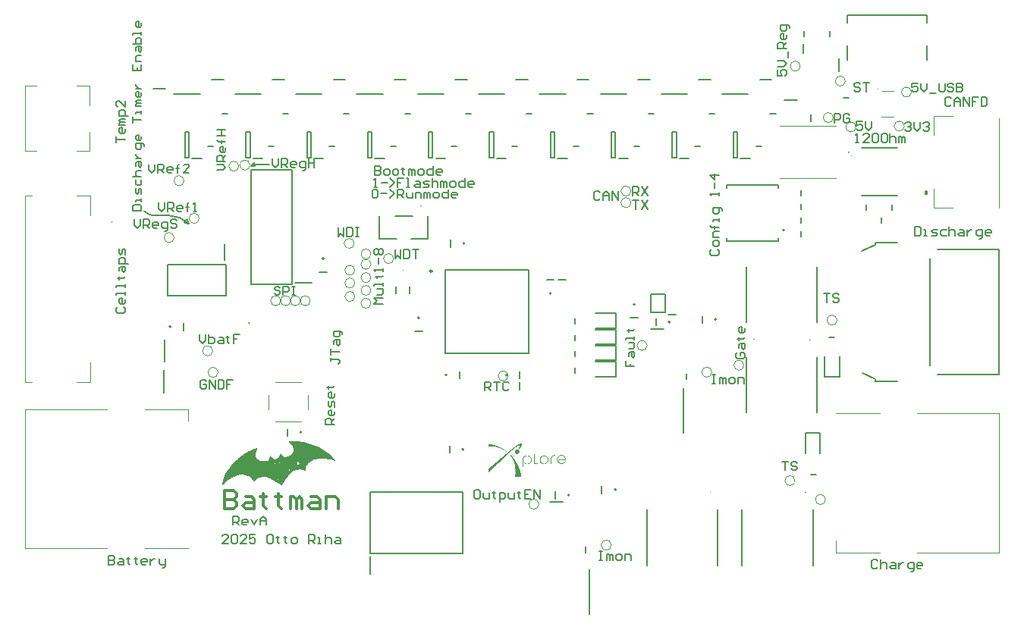
<source format=gto>
G04*
G04 #@! TF.GenerationSoftware,Altium Limited,Altium Designer,25.4.2 (15)*
G04*
G04 Layer_Color=65535*
%FSLAX44Y44*%
%MOMM*%
G71*
G04*
G04 #@! TF.SameCoordinates,B377764B-0E44-46CC-84FE-BC893214EEA5*
G04*
G04*
G04 #@! TF.FilePolarity,Positive*
G04*
G01*
G75*
%ADD10C,0.1000*%
%ADD11C,0.2500*%
%ADD12C,0.1500*%
%ADD13C,0.1500*%
%ADD14C,0.2000*%
%ADD15C,0.4000*%
%ADD16C,0.1270*%
%ADD17C,0.3000*%
G36*
X302021Y203011D02*
X302114Y203171D01*
X302274Y203079D01*
X302366Y203239D01*
X302687Y203054D01*
X302779Y203214D01*
X303100Y203029D01*
X303192Y203189D01*
X303513Y203004D01*
X303605Y203165D01*
X303926Y202980D01*
X304018Y203140D01*
X304338Y202955D01*
X304431Y203115D01*
X304751Y202930D01*
X304844Y203090D01*
X305004Y202998D01*
X305097Y203158D01*
X305417Y202973D01*
X305509Y203133D01*
X305830Y202948D01*
X305923Y203108D01*
X306243Y202923D01*
X306335Y203083D01*
X306496Y202991D01*
X306588Y203151D01*
X307069Y202874D01*
X307161Y203034D01*
X307482Y202849D01*
X307574Y203009D01*
X307895Y202824D01*
X307987Y202984D01*
X308147Y202892D01*
X308240Y203052D01*
X308560Y202867D01*
X308653Y203027D01*
X308973Y202842D01*
X309066Y203002D01*
X309386Y202817D01*
X309479Y202978D01*
X309799Y202793D01*
X309892Y202953D01*
X310212Y202768D01*
X310305Y202928D01*
X310625Y202743D01*
X310717Y202903D01*
X311038Y202718D01*
X311130Y202879D01*
X311451Y202694D01*
X311543Y202854D01*
X311864Y202669D01*
X311956Y202829D01*
X312277Y202644D01*
X312369Y202804D01*
X312850Y202527D01*
X312942Y202687D01*
X313102Y202594D01*
X313195Y202755D01*
X313676Y202477D01*
X313768Y202637D01*
X314089Y202452D01*
X314181Y202613D01*
X314501Y202428D01*
X314594Y202588D01*
X314914Y202403D01*
X315007Y202563D01*
X315488Y202285D01*
X315580Y202446D01*
X316221Y202076D01*
X316313Y202236D01*
X316634Y202051D01*
X316726Y202211D01*
X317047Y202026D01*
X317139Y202186D01*
X317460Y202001D01*
X317552Y202162D01*
X318193Y201792D01*
X318286Y201952D01*
X318766Y201674D01*
X318859Y201835D01*
X319339Y201557D01*
X319432Y201717D01*
X320073Y201347D01*
X320165Y201507D01*
X320806Y201137D01*
X320899Y201298D01*
X321379Y201020D01*
X321472Y201180D01*
X322273Y200718D01*
X322365Y200878D01*
X323166Y200416D01*
X323259Y200576D01*
X323740Y200298D01*
X323832Y200459D01*
X324953Y199811D01*
X325046Y199971D01*
X325687Y199601D01*
X325779Y199762D01*
X326420Y199391D01*
X326513Y199552D01*
X327474Y198997D01*
X327566Y199157D01*
X328528Y198602D01*
X328620Y198762D01*
X329742Y198115D01*
X329834Y198275D01*
X330796Y197720D01*
X330888Y197880D01*
X331048Y197787D01*
X330956Y197627D01*
X331116Y197535D01*
X331208Y197695D01*
X332330Y197048D01*
X332422Y197208D01*
X332583Y197115D01*
X332490Y196955D01*
X332650Y196863D01*
X332743Y197023D01*
X334505Y196005D01*
X334598Y196165D01*
X334758Y196073D01*
X334665Y195913D01*
X334986Y195728D01*
X335078Y195888D01*
X339725Y193206D01*
X339632Y193045D01*
X342196Y191565D01*
X342103Y191405D01*
X342263Y191313D01*
X342356Y191473D01*
X342516Y191380D01*
X342424Y191220D01*
X344186Y190203D01*
X344093Y190042D01*
X345055Y189487D01*
X344962Y189327D01*
X345122Y189235D01*
X345215Y189395D01*
X345375Y189302D01*
X345283Y189142D01*
X346244Y188587D01*
X346151Y188427D01*
X347113Y187872D01*
X347020Y187712D01*
X347821Y187249D01*
X347729Y187089D01*
X348370Y186719D01*
X348277Y186559D01*
X348918Y186189D01*
X348825Y186028D01*
X349466Y185659D01*
X349374Y185498D01*
X349694Y185313D01*
X349602Y185153D01*
X350243Y184783D01*
X350150Y184623D01*
X350471Y184438D01*
X350378Y184278D01*
X350859Y184000D01*
X350766Y183840D01*
X351087Y183655D01*
X350994Y183495D01*
X351475Y183217D01*
X351382Y183057D01*
X351703Y182872D01*
X351610Y182712D01*
X351931Y182527D01*
X351838Y182367D01*
X352319Y182089D01*
X352226Y181929D01*
X352547Y181744D01*
X352454Y181584D01*
X352614Y181491D01*
X352522Y181331D01*
X352362Y181423D01*
X352269Y181263D01*
X351789Y181541D01*
X351696Y181381D01*
X350895Y181843D01*
X350802Y181683D01*
X350001Y182145D01*
X349909Y181985D01*
X349268Y182355D01*
X349176Y182195D01*
X348695Y182472D01*
X348602Y182312D01*
X347962Y182682D01*
X347869Y182522D01*
X347549Y182707D01*
X347456Y182547D01*
X346976Y182824D01*
X346883Y182664D01*
X346402Y182941D01*
X346310Y182781D01*
X345989Y182966D01*
X345897Y182806D01*
X345416Y183084D01*
X345324Y182923D01*
X345003Y183108D01*
X344911Y182948D01*
X344590Y183133D01*
X344498Y182973D01*
X344178Y183158D01*
X344085Y182998D01*
X343604Y183275D01*
X343512Y183115D01*
X343191Y183300D01*
X343099Y183140D01*
X342779Y183325D01*
X342686Y183165D01*
X342365Y183350D01*
X342273Y183189D01*
X341953Y183374D01*
X341860Y183214D01*
X341540Y183399D01*
X341447Y183239D01*
X341127Y183424D01*
X341034Y183264D01*
X340714Y183449D01*
X340621Y183288D01*
X340461Y183381D01*
X340369Y183221D01*
X340048Y183406D01*
X339956Y183246D01*
X339635Y183431D01*
X339543Y183270D01*
X339222Y183455D01*
X339130Y183295D01*
X338809Y183480D01*
X338717Y183320D01*
X338557Y183412D01*
X338464Y183252D01*
X338144Y183437D01*
X338051Y183277D01*
X337731Y183462D01*
X337638Y183302D01*
X337318Y183487D01*
X337225Y183327D01*
X336905Y183512D01*
X336813Y183351D01*
X336652Y183444D01*
X336560Y183284D01*
X336239Y183469D01*
X336147Y183308D01*
X335987Y183401D01*
X335894Y183241D01*
X335574Y183426D01*
X335481Y183265D01*
X335321Y183358D01*
X335229Y183198D01*
X334908Y183383D01*
X334816Y183223D01*
X334495Y183408D01*
X334403Y183247D01*
X334242Y183340D01*
X334150Y183180D01*
X333829Y183365D01*
X333737Y183204D01*
X333417Y183389D01*
X333324Y183229D01*
X333164Y183322D01*
X333071Y183162D01*
X332751Y183347D01*
X332658Y183186D01*
X332498Y183279D01*
X332406Y183119D01*
X332245Y183211D01*
X332153Y183051D01*
X331833Y183236D01*
X331740Y183076D01*
X331580Y183168D01*
X331487Y183008D01*
X331327Y183100D01*
X331235Y182940D01*
X331074Y183033D01*
X330982Y182873D01*
X330662Y183057D01*
X330569Y182897D01*
X330409Y182990D01*
X330316Y182830D01*
X330156Y182922D01*
X330064Y182762D01*
X329903Y182854D01*
X329811Y182694D01*
X329490Y182879D01*
X329305Y182559D01*
X328985Y182744D01*
X328893Y182584D01*
X328732Y182676D01*
X328547Y182356D01*
X328227Y182541D01*
X328042Y182220D01*
X327882Y182313D01*
X327789Y182152D01*
X327629Y182245D01*
X327444Y181924D01*
X327284Y182017D01*
X327191Y181857D01*
X327031Y181949D01*
X326846Y181629D01*
X326686Y181721D01*
X326501Y181401D01*
X326340Y181493D01*
X326156Y181173D01*
X325995Y181266D01*
X325718Y180785D01*
X325558Y180877D01*
X325373Y180557D01*
X325212Y180649D01*
X325027Y180329D01*
X324867Y180422D01*
X324682Y180101D01*
X324522Y180194D01*
X324337Y179873D01*
X324177Y179966D01*
X323899Y179485D01*
X323739Y179578D01*
X323554Y179257D01*
X323394Y179350D01*
X323301Y179189D01*
X323461Y179097D01*
X323369Y178937D01*
X323209Y179029D01*
X323024Y178709D01*
X322864Y178801D01*
X322494Y178160D01*
X322333Y178253D01*
X322056Y177772D01*
X321896Y177865D01*
X321433Y177064D01*
X321273Y177156D01*
X319793Y174593D01*
X319953Y174500D01*
X319768Y174180D01*
X319928Y174087D01*
X319651Y173607D01*
X319811Y173514D01*
X319534Y173034D01*
X319694Y172941D01*
X319416Y172460D01*
X319576Y172368D01*
X319299Y171887D01*
X319459Y171795D01*
X319182Y171314D01*
X319342Y171222D01*
X319065Y170741D01*
X319225Y170648D01*
X318947Y170168D01*
X318627Y170353D01*
X318534Y170193D01*
X318374Y170285D01*
X318466Y170445D01*
X318306Y170538D01*
X318214Y170378D01*
X317413Y170840D01*
X317320Y170680D01*
X316840Y170957D01*
X316747Y170797D01*
X316106Y171167D01*
X316014Y171007D01*
X315693Y171192D01*
X315601Y171032D01*
X314960Y171402D01*
X314867Y171241D01*
X314547Y171427D01*
X314454Y171266D01*
X313974Y171544D01*
X313881Y171384D01*
X313561Y171569D01*
X313468Y171408D01*
X313148Y171593D01*
X313055Y171433D01*
X312895Y171526D01*
X312803Y171365D01*
X312482Y171550D01*
X312390Y171390D01*
X312069Y171575D01*
X311977Y171415D01*
X311817Y171507D01*
X311724Y171347D01*
X311564Y171440D01*
X311472Y171280D01*
X311151Y171465D01*
X311059Y171304D01*
X310898Y171397D01*
X310806Y171237D01*
X310646Y171329D01*
X310553Y171169D01*
X310393Y171261D01*
X310301Y171101D01*
X310140Y171194D01*
X310048Y171033D01*
X309888Y171126D01*
X309795Y170966D01*
X309635Y171058D01*
X309542Y170898D01*
X309382Y170991D01*
X309290Y170830D01*
X308969Y171015D01*
X308877Y170855D01*
X308717Y170948D01*
X308624Y170787D01*
X308464Y170880D01*
X308371Y170720D01*
X308211Y170812D01*
X308118Y170652D01*
X307958Y170744D01*
X307866Y170584D01*
X307706Y170677D01*
X307613Y170516D01*
X307453Y170609D01*
X307360Y170449D01*
X307200Y170541D01*
X307108Y170381D01*
X306947Y170474D01*
X306855Y170313D01*
X306695Y170406D01*
X306510Y170085D01*
X306350Y170178D01*
X306257Y170018D01*
X306097Y170110D01*
X306004Y169950D01*
X305844Y170042D01*
X305752Y169882D01*
X305591Y169975D01*
X305406Y169654D01*
X305246Y169747D01*
X305154Y169587D01*
X304993Y169679D01*
X304808Y169359D01*
X304648Y169451D01*
X304463Y169131D01*
X304303Y169223D01*
X304118Y168903D01*
X303958Y168995D01*
X303773Y168675D01*
X303612Y168768D01*
X303335Y168287D01*
X303175Y168379D01*
X302712Y167578D01*
X302552Y167671D01*
X302090Y166870D01*
X301929Y166962D01*
X301374Y166001D01*
X301214Y166093D01*
X300752Y165292D01*
X300592Y165385D01*
X300037Y164424D01*
X299876Y164516D01*
X299321Y163555D01*
X299161Y163647D01*
X298514Y162526D01*
X298353Y162618D01*
X297891Y161817D01*
X297731Y161910D01*
X297638Y161749D01*
X297798Y161657D01*
X297706Y161497D01*
X297546Y161589D01*
X296898Y160468D01*
X296738Y160560D01*
X296645Y160400D01*
X296806Y160308D01*
X296713Y160147D01*
X296553Y160240D01*
X292945Y153991D01*
X292785Y154084D01*
X292693Y153924D01*
X292533Y154016D01*
X292440Y153856D01*
X290037Y155244D01*
X290129Y155404D01*
X288207Y156514D01*
X288299Y156674D01*
X284294Y158986D01*
X284386Y159147D01*
X282624Y160164D01*
X282532Y160004D01*
X279327Y161854D01*
X279235Y161694D01*
X277953Y162434D01*
X277861Y162274D01*
X276899Y162829D01*
X276807Y162668D01*
X276166Y163038D01*
X276073Y162878D01*
X275432Y163248D01*
X275340Y163088D01*
X274859Y163365D01*
X274767Y163205D01*
X274446Y163390D01*
X274354Y163230D01*
X274034Y163415D01*
X273941Y163255D01*
X273781Y163347D01*
X273688Y163187D01*
X273528Y163279D01*
X273435Y163119D01*
X273275Y163212D01*
X273183Y163052D01*
X272862Y163237D01*
X272770Y163076D01*
X272610Y163169D01*
X272517Y163009D01*
X272197Y163194D01*
X272104Y163033D01*
X271944Y163126D01*
X271852Y162966D01*
X271531Y163151D01*
X271439Y162990D01*
X271278Y163083D01*
X271186Y162923D01*
X270865Y163108D01*
X270773Y162948D01*
X270613Y163040D01*
X270520Y162880D01*
X270360Y162972D01*
X270268Y162812D01*
X270107Y162905D01*
X270015Y162744D01*
X269694Y162929D01*
X269602Y162769D01*
X269442Y162862D01*
X269349Y162701D01*
X269189Y162794D01*
X269097Y162634D01*
X268936Y162726D01*
X268844Y162566D01*
X268683Y162659D01*
X268591Y162498D01*
X268431Y162591D01*
X268338Y162431D01*
X268178Y162523D01*
X268086Y162363D01*
X267925Y162455D01*
X267740Y162135D01*
X267580Y162227D01*
X267488Y162067D01*
X267327Y162160D01*
X267235Y161999D01*
X267075Y162092D01*
X266890Y161772D01*
X266730Y161864D01*
X266637Y161704D01*
X266477Y161796D01*
X266292Y161476D01*
X266132Y161569D01*
X266039Y161408D01*
X265879Y161501D01*
X265694Y161180D01*
X265534Y161273D01*
X265349Y160952D01*
X265188Y161045D01*
X264911Y160564D01*
X264751Y160657D01*
X264566Y160336D01*
X264405Y160429D01*
X264221Y160108D01*
X264060Y160201D01*
X263783Y159720D01*
X263623Y159813D01*
X263438Y159492D01*
X263277Y159585D01*
X263000Y159104D01*
X262840Y159197D01*
X262655Y158876D01*
X262494Y158969D01*
X262217Y158488D01*
X262057Y158581D01*
X261872Y158260D01*
X261712Y158353D01*
X261527Y158032D01*
X261366Y158125D01*
X261459Y158285D01*
X261138Y158470D01*
X261231Y158630D01*
X261071Y158723D01*
X261163Y158883D01*
X260843Y159068D01*
X260935Y159228D01*
X260615Y159413D01*
X260707Y159573D01*
X260387Y159758D01*
X260479Y159919D01*
X260159Y160103D01*
X260251Y160264D01*
X259771Y160541D01*
X259863Y160702D01*
X259543Y160886D01*
X259635Y161047D01*
X259155Y161324D01*
X259247Y161484D01*
X258767Y161762D01*
X258859Y161922D01*
X258218Y162292D01*
X258311Y162452D01*
X257349Y163007D01*
X257442Y163167D01*
X256000Y164000D01*
X255907Y163840D01*
X255106Y164302D01*
X255014Y164142D01*
X254213Y164605D01*
X254120Y164444D01*
X253479Y164814D01*
X253387Y164654D01*
X252746Y165024D01*
X252654Y164864D01*
X252013Y165234D01*
X251920Y165074D01*
X251600Y165259D01*
X251507Y165098D01*
X250706Y165561D01*
X250614Y165401D01*
X250133Y165678D01*
X250041Y165518D01*
X249560Y165796D01*
X249468Y165635D01*
X248987Y165913D01*
X248894Y165753D01*
X248414Y166030D01*
X248321Y165870D01*
X248161Y165963D01*
X248069Y165802D01*
X247748Y165987D01*
X247656Y165827D01*
X247495Y165920D01*
X247403Y165759D01*
X247243Y165852D01*
X247150Y165692D01*
X246990Y165784D01*
X246897Y165624D01*
X246577Y165809D01*
X246392Y165488D01*
X246071Y165674D01*
X245979Y165513D01*
X245819Y165606D01*
X245726Y165445D01*
X245566Y165538D01*
X245474Y165378D01*
X245313Y165470D01*
X245221Y165310D01*
X245061Y165403D01*
X244968Y165242D01*
X244808Y165335D01*
X244715Y165175D01*
X244555Y165267D01*
X244463Y165107D01*
X244303Y165199D01*
X244210Y165039D01*
X244050Y165132D01*
X243957Y164972D01*
X243797Y165064D01*
X243705Y164904D01*
X243544Y164996D01*
X243452Y164836D01*
X243292Y164929D01*
X243199Y164768D01*
X243039Y164861D01*
X242854Y164541D01*
X242694Y164633D01*
X242601Y164473D01*
X242441Y164565D01*
X242348Y164405D01*
X242188Y164498D01*
X242096Y164337D01*
X241936Y164430D01*
X241843Y164270D01*
X241683Y164362D01*
X241590Y164202D01*
X241430Y164294D01*
X241245Y163974D01*
X241085Y164067D01*
X240993Y163906D01*
X240832Y163999D01*
X240740Y163839D01*
X240580Y163931D01*
X240395Y163611D01*
X240234Y163703D01*
X240142Y163543D01*
X239982Y163635D01*
X239889Y163475D01*
X239729Y163568D01*
X239636Y163407D01*
X239476Y163500D01*
X239291Y163179D01*
X239131Y163272D01*
X239039Y163112D01*
X238878Y163204D01*
X238693Y162884D01*
X238533Y162976D01*
X238440Y162816D01*
X238280Y162909D01*
X238188Y162748D01*
X238028Y162841D01*
X237843Y162521D01*
X237682Y162613D01*
X237497Y162293D01*
X237337Y162385D01*
X237245Y162225D01*
X237085Y162317D01*
X236900Y161997D01*
X236739Y162089D01*
X236647Y161929D01*
X236486Y162022D01*
X236301Y161701D01*
X236141Y161794D01*
X236049Y161634D01*
X235889Y161726D01*
X235704Y161406D01*
X235543Y161498D01*
X235451Y161338D01*
X235291Y161430D01*
X235106Y161110D01*
X234946Y161203D01*
X234760Y160882D01*
X234600Y160975D01*
X234508Y160814D01*
X234347Y160907D01*
X234163Y160586D01*
X234002Y160679D01*
X233725Y160198D01*
X233565Y160291D01*
X233380Y159970D01*
X233219Y160063D01*
X233034Y159742D01*
X232874Y159835D01*
X232689Y159515D01*
X232529Y159607D01*
X232251Y159126D01*
X232091Y159219D01*
X231814Y158738D01*
X231653Y158831D01*
X231469Y158510D01*
X231308Y158603D01*
X231031Y158122D01*
X230871Y158215D01*
X230593Y157734D01*
X230433Y157826D01*
X230063Y157186D01*
X229903Y157278D01*
X229625Y156798D01*
X229465Y156890D01*
X229095Y156249D01*
X228935Y156342D01*
X228657Y155861D01*
X228497Y155954D01*
X228034Y155152D01*
X227874Y155245D01*
X227504Y154604D01*
X227344Y154697D01*
X226974Y154056D01*
X226814Y154148D01*
X226906Y154308D01*
X226746Y154401D01*
X226839Y154561D01*
X226679Y154654D01*
X226771Y154814D01*
X226611Y154906D01*
X226703Y155067D01*
X226543Y155159D01*
X226728Y155479D01*
X226568Y155572D01*
X226660Y155732D01*
X226500Y155825D01*
X226685Y156145D01*
X226525Y156238D01*
X226617Y156398D01*
X226457Y156490D01*
X226642Y156811D01*
X226482Y156903D01*
X226759Y157384D01*
X226599Y157476D01*
X226784Y157797D01*
X226624Y157889D01*
X226901Y158370D01*
X226741Y158462D01*
X227111Y159103D01*
X226951Y159196D01*
X227321Y159837D01*
X227161Y159929D01*
X227531Y160570D01*
X227371Y160663D01*
X227741Y161303D01*
X227581Y161396D01*
X227950Y162037D01*
X227790Y162129D01*
X228438Y163251D01*
X228277Y163343D01*
X228740Y164144D01*
X228580Y164237D01*
X229967Y166640D01*
X229807Y166733D01*
X230085Y167213D01*
X230245Y167121D01*
X232372Y170806D01*
X232533Y170713D01*
X232625Y170873D01*
X232465Y170966D01*
X232557Y171126D01*
X232717Y171034D01*
X233550Y172475D01*
X233710Y172383D01*
X233803Y172543D01*
X233643Y172636D01*
X233735Y172796D01*
X233895Y172703D01*
X234543Y173825D01*
X234703Y173732D01*
X235536Y175174D01*
X235696Y175082D01*
X236158Y175883D01*
X236318Y175791D01*
X236781Y176591D01*
X236941Y176499D01*
X237404Y177300D01*
X237564Y177208D01*
X237934Y177848D01*
X238094Y177756D01*
X238464Y178397D01*
X238624Y178304D01*
X239179Y179266D01*
X239340Y179173D01*
X239617Y179654D01*
X239777Y179561D01*
X240147Y180202D01*
X240307Y180110D01*
X240585Y180590D01*
X240745Y180498D01*
X241115Y181139D01*
X241275Y181046D01*
X241553Y181527D01*
X241713Y181434D01*
X241991Y181915D01*
X242151Y181822D01*
X242428Y182303D01*
X242589Y182211D01*
X242866Y182691D01*
X243026Y182599D01*
X243304Y183079D01*
X243464Y182987D01*
X243741Y183468D01*
X243902Y183375D01*
X244179Y183856D01*
X244339Y183763D01*
X244524Y184083D01*
X244685Y183991D01*
X244962Y184472D01*
X245122Y184379D01*
X245400Y184860D01*
X245560Y184767D01*
X245745Y185088D01*
X245905Y184995D01*
X246183Y185476D01*
X246343Y185383D01*
X246528Y185704D01*
X246688Y185611D01*
X246966Y186092D01*
X247126Y186000D01*
X247311Y186320D01*
X247631Y186135D01*
X247724Y186295D01*
X247563Y186388D01*
X247656Y186548D01*
X247816Y186455D01*
X248094Y186936D01*
X248254Y186843D01*
X248347Y187004D01*
X248507Y186911D01*
X248784Y187392D01*
X248944Y187299D01*
X249129Y187620D01*
X249290Y187527D01*
X249475Y187848D01*
X249635Y187755D01*
X249912Y188236D01*
X250073Y188143D01*
X250257Y188464D01*
X250418Y188371D01*
X250510Y188531D01*
X250671Y188439D01*
X250856Y188759D01*
X251016Y188667D01*
X251293Y189148D01*
X251453Y189055D01*
X251638Y189375D01*
X251799Y189283D01*
X251984Y189603D01*
X252144Y189511D01*
X252329Y189831D01*
X252489Y189739D01*
X252674Y190059D01*
X252834Y189967D01*
X252927Y190127D01*
X253087Y190035D01*
X253272Y190355D01*
X253432Y190262D01*
X253617Y190583D01*
X253777Y190490D01*
X253962Y190811D01*
X254123Y190718D01*
X254215Y190879D01*
X254375Y190786D01*
X254653Y191267D01*
X254813Y191174D01*
X254905Y191334D01*
X255066Y191242D01*
X255251Y191562D01*
X255411Y191470D01*
X255504Y191630D01*
X255664Y191537D01*
X255849Y191858D01*
X256009Y191765D01*
X256101Y191926D01*
X256262Y191833D01*
X256447Y192154D01*
X256607Y192061D01*
X256699Y192221D01*
X256859Y192129D01*
X257045Y192449D01*
X257205Y192357D01*
X257297Y192517D01*
X257458Y192424D01*
X257642Y192745D01*
X257803Y192652D01*
X257895Y192813D01*
X258055Y192720D01*
X258148Y192880D01*
X258308Y192788D01*
X258493Y193108D01*
X258653Y193016D01*
X258746Y193176D01*
X258906Y193083D01*
X258999Y193244D01*
X259159Y193151D01*
X259344Y193472D01*
X259504Y193379D01*
X259597Y193539D01*
X259757Y193447D01*
X259849Y193607D01*
X260009Y193514D01*
X260194Y193835D01*
X260355Y193742D01*
X260447Y193903D01*
X260607Y193810D01*
X260700Y193970D01*
X260860Y193878D01*
X260952Y194038D01*
X261113Y193946D01*
X261205Y194106D01*
X261366Y194013D01*
X261458Y194174D01*
X261618Y194081D01*
X261803Y194401D01*
X261963Y194309D01*
X262056Y194469D01*
X262216Y194377D01*
X262309Y194537D01*
X262469Y194444D01*
X262561Y194605D01*
X262722Y194512D01*
X262814Y194672D01*
X262974Y194580D01*
X263159Y194900D01*
X263480Y194715D01*
X263665Y195036D01*
X263825Y194943D01*
X263918Y195103D01*
X264078Y195011D01*
X264170Y195171D01*
X264330Y195079D01*
X264423Y195239D01*
X264583Y195146D01*
X264676Y195306D01*
X264836Y195214D01*
X264928Y195374D01*
X265089Y195282D01*
X265181Y195442D01*
X265341Y195350D01*
X265064Y194869D01*
X265224Y194776D01*
X264946Y194296D01*
X265107Y194203D01*
X264737Y193562D01*
X264897Y193470D01*
X264619Y192989D01*
X264780Y192897D01*
X264502Y192416D01*
X264662Y192323D01*
X264292Y191683D01*
X264452Y191590D01*
X264175Y191110D01*
X264335Y191017D01*
X264058Y190536D01*
X264218Y190444D01*
X263940Y189963D01*
X264101Y189871D01*
X263823Y189390D01*
X263983Y189298D01*
X263613Y188657D01*
X263774Y188564D01*
X263589Y188244D01*
X263749Y188151D01*
X263564Y187831D01*
X263724Y187738D01*
X263447Y187258D01*
X263607Y187165D01*
X263514Y187005D01*
X263674Y186912D01*
X263582Y186752D01*
X263742Y186660D01*
X263557Y186339D01*
X263717Y186247D01*
X263625Y186087D01*
X263785Y185994D01*
X263693Y185834D01*
X263853Y185741D01*
X263760Y185581D01*
X263920Y185489D01*
X263828Y185329D01*
X263988Y185236D01*
X263896Y185076D01*
X264056Y184983D01*
X263963Y184823D01*
X264284Y184638D01*
X264191Y184478D01*
X264512Y184293D01*
X264419Y184133D01*
X264580Y184040D01*
X264487Y183880D01*
X264807Y183695D01*
X264715Y183535D01*
X265196Y183257D01*
X265103Y183097D01*
X265904Y182635D01*
X265812Y182474D01*
X268696Y180809D01*
X268788Y180970D01*
X269429Y180599D01*
X269521Y180760D01*
X270002Y180482D01*
X270095Y180642D01*
X270415Y180457D01*
X270507Y180618D01*
X270828Y180433D01*
X270920Y180593D01*
X271081Y180500D01*
X271173Y180661D01*
X271493Y180476D01*
X271586Y180636D01*
X271907Y180451D01*
X271999Y180611D01*
X272159Y180518D01*
X272252Y180679D01*
X272572Y180494D01*
X272665Y180654D01*
X272825Y180561D01*
X272917Y180722D01*
X273238Y180537D01*
X273330Y180697D01*
X273490Y180604D01*
X273583Y180765D01*
X273903Y180580D01*
X273996Y180740D01*
X274156Y180647D01*
X274249Y180807D01*
X274409Y180715D01*
X274501Y180875D01*
X274822Y180690D01*
X274914Y180850D01*
X275235Y180665D01*
X275327Y180826D01*
X275487Y180733D01*
X275580Y180893D01*
X275740Y180801D01*
X275833Y180961D01*
X275993Y180869D01*
X276085Y181029D01*
X276245Y180936D01*
X276338Y181096D01*
X276658Y180912D01*
X276843Y181232D01*
X277164Y181047D01*
X277256Y181207D01*
X277417Y181115D01*
X277694Y181595D01*
X277534Y181688D01*
X277996Y182489D01*
X277836Y182581D01*
X278576Y183863D01*
X278416Y183956D01*
X278971Y184917D01*
X278811Y185009D01*
X279273Y185811D01*
X279113Y185903D01*
X279760Y187024D01*
X280401Y186654D01*
X280309Y186494D01*
X280950Y186124D01*
X280857Y185964D01*
X281498Y185594D01*
X281406Y185434D01*
X282047Y185064D01*
X281954Y184904D01*
X282755Y184441D01*
X282663Y184281D01*
X283303Y183911D01*
X283211Y183751D01*
X283852Y183381D01*
X283759Y183221D01*
X284720Y182665D01*
X284813Y182826D01*
X284973Y182733D01*
X285066Y182893D01*
X285226Y182801D01*
X285319Y182961D01*
X285479Y182869D01*
X285571Y183029D01*
X285731Y182936D01*
X285824Y183097D01*
X285984Y183004D01*
X286077Y183164D01*
X286237Y183072D01*
X286144Y182911D01*
X286304Y182819D01*
X286397Y182979D01*
X286557Y182887D01*
X286742Y183207D01*
X286902Y183115D01*
X286995Y183275D01*
X287155Y183182D01*
X287248Y183343D01*
X287408Y183250D01*
X287500Y183410D01*
X287661Y183318D01*
X287753Y183478D01*
X287913Y183386D01*
X288006Y183546D01*
X288166Y183453D01*
X288258Y183613D01*
X288419Y183521D01*
X289251Y184963D01*
X289091Y185055D01*
X289923Y186497D01*
X289763Y186590D01*
X290596Y188032D01*
X290436Y188124D01*
X290528Y188284D01*
X290688Y188192D01*
X290781Y188352D01*
X290621Y188445D01*
X291176Y189406D01*
X291015Y189499D01*
X291108Y189659D01*
X291428Y189474D01*
X291336Y189314D01*
X291977Y188944D01*
X291884Y188783D01*
X292525Y188413D01*
X292432Y188253D01*
X292913Y187976D01*
X292821Y187815D01*
X293461Y187445D01*
X293369Y187285D01*
X293689Y187100D01*
X293597Y186940D01*
X294238Y186570D01*
X294145Y186410D01*
X294786Y186040D01*
X294694Y185879D01*
X295014Y185695D01*
X294922Y185534D01*
X295562Y185164D01*
X295470Y185004D01*
X295630Y184911D01*
X295723Y185072D01*
X295883Y184979D01*
X295975Y185140D01*
X296296Y184954D01*
X296388Y185115D01*
X296549Y185022D01*
X296641Y185182D01*
X296801Y185090D01*
X296894Y185250D01*
X297054Y185158D01*
X297146Y185318D01*
X297307Y185225D01*
X297399Y185385D01*
X297559Y185293D01*
X297652Y185453D01*
X297812Y185361D01*
X297905Y185521D01*
X298065Y185429D01*
X298157Y185589D01*
X298318Y185496D01*
X298410Y185656D01*
X298570Y185564D01*
X298663Y185724D01*
X298823Y185632D01*
X298916Y185792D01*
X299076Y185699D01*
X299168Y185860D01*
X299328Y185767D01*
X299421Y185927D01*
X299581Y185835D01*
X299674Y185995D01*
X299834Y185903D01*
X300019Y186223D01*
X300179Y186130D01*
X300272Y186291D01*
X300432Y186198D01*
X300617Y186518D01*
X300777Y186426D01*
X300870Y186586D01*
X301030Y186494D01*
X301215Y186814D01*
X301375Y186722D01*
X301467Y186882D01*
X301628Y186789D01*
X301813Y187110D01*
X301973Y187017D01*
X302158Y187338D01*
X302318Y187245D01*
X302503Y187566D01*
X302663Y187473D01*
X302848Y187794D01*
X303008Y187701D01*
X303286Y188182D01*
X303446Y188089D01*
X303724Y188570D01*
X303884Y188477D01*
X304439Y189439D01*
X304599Y189346D01*
X305339Y190628D01*
X305179Y190720D01*
X305734Y191682D01*
X305574Y191774D01*
X305851Y192255D01*
X305691Y192347D01*
X305876Y192668D01*
X305716Y192760D01*
X305993Y193241D01*
X305833Y193333D01*
X306018Y193654D01*
X305858Y193746D01*
X305950Y193907D01*
X305790Y193999D01*
X305883Y194159D01*
X305722Y194252D01*
X305815Y194412D01*
X305655Y194505D01*
X305840Y194825D01*
X305679Y194917D01*
X305772Y195078D01*
X305612Y195170D01*
X305704Y195330D01*
X305544Y195423D01*
X305637Y195583D01*
X305316Y195768D01*
X305409Y195928D01*
X305248Y196021D01*
X305341Y196181D01*
X305181Y196273D01*
X305273Y196434D01*
X305113Y196526D01*
X305205Y196686D01*
X304885Y196871D01*
X304977Y197032D01*
X304817Y197124D01*
X304910Y197284D01*
X304589Y197469D01*
X304682Y197630D01*
X304522Y197722D01*
X304614Y197882D01*
X304294Y198067D01*
X304386Y198228D01*
X304066Y198412D01*
X304158Y198573D01*
X303678Y198850D01*
X303770Y199010D01*
X303610Y199103D01*
X303703Y199263D01*
X303222Y199541D01*
X303314Y199701D01*
X302994Y199886D01*
X303086Y200046D01*
X302606Y200324D01*
X302698Y200484D01*
X302378Y200669D01*
X302470Y200829D01*
X301829Y201199D01*
X301922Y201359D01*
X301602Y201544D01*
X301694Y201704D01*
X301213Y201982D01*
X301306Y202142D01*
X300825Y202420D01*
X300918Y202580D01*
X300758Y202672D01*
X300943Y202993D01*
X301103Y202900D01*
X301288Y203221D01*
X301448Y203128D01*
X301541Y203288D01*
X302021Y203011D01*
D02*
G37*
G36*
X559995Y200703D02*
X559693D01*
Y200730D01*
X559995D01*
Y200703D01*
D02*
G37*
G36*
X560077Y200675D02*
X560241D01*
Y200648D01*
X560077D01*
Y200675D01*
X560049D01*
Y200703D01*
X560077D01*
Y200675D01*
D02*
G37*
G36*
X559529Y200648D02*
X559282D01*
Y200675D01*
X559529D01*
Y200648D01*
D02*
G37*
G36*
X559255Y200620D02*
X559227D01*
Y200648D01*
X559255D01*
Y200620D01*
D02*
G37*
G36*
X560323D02*
X560378D01*
Y200593D01*
X560323D01*
Y200620D01*
X560296D01*
Y200648D01*
X560323D01*
Y200620D01*
D02*
G37*
G36*
X559227Y200593D02*
X559200D01*
Y200620D01*
X559227D01*
Y200593D01*
D02*
G37*
G36*
X559118Y200566D02*
X559008D01*
Y200593D01*
X559118D01*
Y200566D01*
D02*
G37*
G36*
X560433D02*
X560460D01*
Y200538D01*
X560433D01*
Y200566D01*
X560406D01*
Y200593D01*
X560433D01*
Y200566D01*
D02*
G37*
G36*
X559008Y200538D02*
X558953D01*
Y200566D01*
X559008D01*
Y200538D01*
D02*
G37*
G36*
X560515Y200511D02*
X560488D01*
Y200538D01*
X560515D01*
Y200511D01*
D02*
G37*
G36*
X558898Y200483D02*
X558844D01*
Y200511D01*
X558898D01*
Y200483D01*
D02*
G37*
G36*
X560570D02*
X560597D01*
Y200456D01*
X560542D01*
Y200483D01*
Y200511D01*
X560570D01*
Y200483D01*
D02*
G37*
G36*
X558816Y200456D02*
X558679D01*
Y200483D01*
X558816D01*
Y200456D01*
D02*
G37*
G36*
X558652Y200429D02*
X558624D01*
Y200456D01*
X558652D01*
Y200429D01*
D02*
G37*
G36*
X560652Y200401D02*
X560625D01*
Y200429D01*
X560652D01*
Y200401D01*
D02*
G37*
G36*
X558597D02*
X558570D01*
Y200429D01*
X558597D01*
Y200401D01*
D02*
G37*
G36*
X558515Y200374D02*
X558487D01*
Y200401D01*
X558515D01*
Y200374D01*
D02*
G37*
G36*
X558487Y200346D02*
X558433D01*
Y200374D01*
X558487D01*
Y200346D01*
D02*
G37*
G36*
X560680D02*
X560707D01*
Y200319D01*
X560680D01*
Y200346D01*
X560652D01*
Y200374D01*
X560680D01*
Y200346D01*
D02*
G37*
G36*
X558350Y200319D02*
X558323D01*
Y200346D01*
X558350D01*
Y200319D01*
D02*
G37*
G36*
X558323Y200292D02*
X558296D01*
Y200319D01*
X558323D01*
Y200292D01*
D02*
G37*
G36*
X560734Y200264D02*
X560707D01*
Y200292D01*
X560734D01*
Y200264D01*
D02*
G37*
G36*
X558268D02*
X558241D01*
Y200292D01*
X558268D01*
Y200264D01*
D02*
G37*
G36*
X558213Y200237D02*
X558186D01*
Y200264D01*
X558213D01*
Y200237D01*
D02*
G37*
G36*
X560789Y200182D02*
X560762D01*
Y200209D01*
X560789D01*
Y200182D01*
D02*
G37*
G36*
X558131D02*
X558076D01*
Y200209D01*
X558131D01*
Y200182D01*
D02*
G37*
G36*
X560816Y200100D02*
X560789D01*
Y200127D01*
Y200155D01*
X560816D01*
Y200100D01*
D02*
G37*
G36*
X557885Y200072D02*
X557830D01*
Y200100D01*
X557885D01*
Y200072D01*
D02*
G37*
G36*
X560844Y200045D02*
X560816D01*
Y200072D01*
X560844D01*
Y200045D01*
D02*
G37*
G36*
X557775Y200018D02*
X557693D01*
Y200045D01*
X557775D01*
Y200018D01*
D02*
G37*
G36*
X557611Y199963D02*
X557556D01*
Y199990D01*
X557611D01*
Y199963D01*
D02*
G37*
G36*
X557528Y199908D02*
X557473D01*
Y199935D01*
X557528D01*
Y199908D01*
D02*
G37*
G36*
X523688D02*
X523578D01*
Y199935D01*
X523688D01*
Y199908D01*
D02*
G37*
G36*
X523770Y199881D02*
X523742D01*
Y199908D01*
X523770D01*
Y199881D01*
D02*
G37*
G36*
X523523D02*
X523496D01*
Y199908D01*
X523523D01*
Y199881D01*
D02*
G37*
G36*
X557446Y199853D02*
X557391D01*
Y199881D01*
X557446D01*
Y199853D01*
D02*
G37*
G36*
X524208D02*
X523797D01*
Y199881D01*
X524208D01*
Y199853D01*
D02*
G37*
G36*
X557364Y199826D02*
X557337D01*
Y199853D01*
X557364D01*
Y199826D01*
D02*
G37*
G36*
X557337Y199798D02*
X557309D01*
Y199826D01*
X557337D01*
Y199798D01*
D02*
G37*
G36*
X524373Y199826D02*
X524784D01*
Y199798D01*
X524373D01*
Y199826D01*
X524345D01*
Y199853D01*
X524373D01*
Y199826D01*
D02*
G37*
G36*
X557282Y199771D02*
X557254D01*
Y199798D01*
X557282D01*
Y199771D01*
D02*
G37*
G36*
X524866D02*
X524811D01*
Y199798D01*
X524866D01*
Y199771D01*
D02*
G37*
G36*
X557227Y199744D02*
X557200D01*
Y199771D01*
X557227D01*
Y199744D01*
D02*
G37*
G36*
X525003D02*
X524976D01*
Y199771D01*
X525003D01*
Y199744D01*
D02*
G37*
G36*
X560871Y199716D02*
X560844D01*
Y199881D01*
Y199908D01*
Y199990D01*
X560871D01*
Y199716D01*
D02*
G37*
G36*
X557145D02*
X557117D01*
Y199744D01*
X557145D01*
Y199716D01*
D02*
G37*
G36*
X525277D02*
X525113D01*
Y199744D01*
X525277D01*
Y199716D01*
D02*
G37*
G36*
X557117Y199689D02*
X557062D01*
Y199716D01*
X557117D01*
Y199689D01*
D02*
G37*
G36*
X525359D02*
X525332D01*
Y199716D01*
X525359D01*
Y199689D01*
D02*
G37*
G36*
X557062Y199661D02*
X557008D01*
Y199689D01*
X557062D01*
Y199661D01*
D02*
G37*
G36*
X525606D02*
X525387D01*
Y199689D01*
X525606D01*
Y199661D01*
D02*
G37*
G36*
X557008Y199634D02*
X556953D01*
Y199661D01*
X557008D01*
Y199634D01*
D02*
G37*
G36*
X525743D02*
X525825D01*
Y199607D01*
X525743D01*
Y199634D01*
X525661D01*
Y199661D01*
X525743D01*
Y199634D01*
D02*
G37*
G36*
X556926Y199579D02*
X556898D01*
Y199607D01*
X556926D01*
Y199579D01*
D02*
G37*
G36*
X560899D02*
Y199552D01*
X560871D01*
Y199661D01*
X560899D01*
Y199579D01*
D02*
G37*
G36*
X526126D02*
X526181D01*
Y199552D01*
X526126D01*
Y199579D01*
X526099D01*
Y199607D01*
X526126D01*
Y199579D01*
D02*
G37*
G36*
X556761Y199524D02*
X556734D01*
Y199552D01*
X556761D01*
Y199524D01*
D02*
G37*
G36*
X526483D02*
X526455D01*
Y199552D01*
X526483D01*
Y199524D01*
D02*
G37*
G36*
X556734Y199497D02*
X556706D01*
Y199524D01*
X556734D01*
Y199497D01*
D02*
G37*
G36*
X526592D02*
X526510D01*
Y199524D01*
X526592D01*
Y199497D01*
D02*
G37*
G36*
X526784Y199470D02*
X526839D01*
Y199442D01*
X526784D01*
Y199470D01*
X526729D01*
Y199497D01*
X526784D01*
Y199470D01*
D02*
G37*
G36*
X527031Y199415D02*
X527003D01*
Y199442D01*
X527031D01*
Y199415D01*
D02*
G37*
G36*
X556569Y199387D02*
X556542D01*
Y199415D01*
X556569D01*
Y199387D01*
D02*
G37*
G36*
X527140D02*
X527058D01*
Y199415D01*
X527140D01*
Y199387D01*
D02*
G37*
G36*
X527305Y199360D02*
X527223D01*
Y199387D01*
X527305D01*
Y199360D01*
D02*
G37*
G36*
X527414Y199333D02*
X527332D01*
Y199360D01*
X527414D01*
Y199333D01*
D02*
G37*
G36*
X556432Y199278D02*
X556377D01*
Y199305D01*
X556432D01*
Y199278D01*
D02*
G37*
G36*
X527551Y199305D02*
X527771D01*
Y199278D01*
X527551D01*
Y199305D01*
X527496D01*
Y199333D01*
X527551D01*
Y199305D01*
D02*
G37*
G36*
X556350Y199250D02*
X556323D01*
Y199278D01*
X556350D01*
Y199250D01*
D02*
G37*
G36*
X556323Y199223D02*
X556295D01*
Y199250D01*
X556323D01*
Y199223D01*
D02*
G37*
G36*
X527990D02*
X527825D01*
Y199250D01*
X527990D01*
Y199223D01*
D02*
G37*
G36*
X560871Y199195D02*
X560844D01*
Y199305D01*
Y199333D01*
Y199497D01*
X560871D01*
Y199195D01*
D02*
G37*
G36*
X556268D02*
X556241D01*
Y199223D01*
X556268D01*
Y199195D01*
D02*
G37*
G36*
X528072D02*
X528045D01*
Y199223D01*
X528072D01*
Y199195D01*
D02*
G37*
G36*
X556213Y199168D02*
X556131D01*
Y199195D01*
X556213D01*
Y199168D01*
D02*
G37*
G36*
X528318D02*
X528099D01*
Y199195D01*
X528318D01*
Y199168D01*
D02*
G37*
G36*
X560844Y199141D02*
Y199113D01*
X560816D01*
Y199168D01*
X560844D01*
Y199141D01*
D02*
G37*
G36*
X556104Y199113D02*
X556076D01*
Y199141D01*
X556104D01*
Y199113D01*
D02*
G37*
G36*
X528401Y199141D02*
X528565D01*
Y199113D01*
X528401D01*
Y199141D01*
X528346D01*
Y199168D01*
X528401D01*
Y199141D01*
D02*
G37*
G36*
X556076Y199086D02*
X556049D01*
Y199113D01*
X556076D01*
Y199086D01*
D02*
G37*
G36*
X556049Y199058D02*
X556021D01*
Y199086D01*
X556049D01*
Y199058D01*
D02*
G37*
G36*
X528647D02*
X528620D01*
Y199086D01*
X528647D01*
Y199058D01*
D02*
G37*
G36*
X556021Y199031D02*
X555994D01*
Y199058D01*
X556021D01*
Y199031D01*
D02*
G37*
G36*
X528812D02*
X528784D01*
Y199058D01*
X528812D01*
Y199031D01*
D02*
G37*
G36*
X560816Y199058D02*
Y199004D01*
X560789D01*
Y199086D01*
X560816D01*
Y199058D01*
D02*
G37*
G36*
X555966Y199004D02*
X555939D01*
Y199031D01*
X555966D01*
Y199004D01*
D02*
G37*
G36*
X528894D02*
X528839D01*
Y199031D01*
X528894D01*
Y199004D01*
D02*
G37*
G36*
X555912Y198976D02*
X555884D01*
Y199004D01*
X555912D01*
Y198976D01*
D02*
G37*
G36*
X529031D02*
X528976D01*
Y199004D01*
X529031D01*
Y198976D01*
D02*
G37*
G36*
X555857Y198922D02*
X555829D01*
Y198949D01*
X555857D01*
Y198922D01*
D02*
G37*
G36*
X529086Y198949D02*
X529250D01*
Y198922D01*
X529086D01*
Y198949D01*
X529058D01*
Y198976D01*
X529086D01*
Y198949D01*
D02*
G37*
G36*
X529305Y198894D02*
X529278D01*
Y198922D01*
X529305D01*
Y198894D01*
D02*
G37*
G36*
X555802Y198867D02*
X555665D01*
Y198894D01*
X555802D01*
Y198867D01*
D02*
G37*
G36*
X529469D02*
X529332D01*
Y198894D01*
X529469D01*
Y198867D01*
D02*
G37*
G36*
X555638Y198812D02*
X555583D01*
Y198839D01*
X555638D01*
Y198812D01*
D02*
G37*
G36*
X529552Y198839D02*
X529606D01*
Y198812D01*
X529552D01*
Y198839D01*
X529524D01*
Y198867D01*
X529552D01*
Y198839D01*
D02*
G37*
G36*
X560762Y198867D02*
Y198839D01*
X560734D01*
Y198785D01*
X560707D01*
Y198867D01*
X560734D01*
Y198894D01*
X560762D01*
Y198867D01*
D02*
G37*
G36*
X555583Y198785D02*
X555555D01*
Y198812D01*
X555583D01*
Y198785D01*
D02*
G37*
G36*
X529771D02*
X529853D01*
Y198757D01*
X529771D01*
Y198785D01*
X529743D01*
Y198812D01*
X529771D01*
Y198785D01*
D02*
G37*
G36*
X555501Y198730D02*
X555473D01*
Y198757D01*
X555501D01*
Y198730D01*
D02*
G37*
G36*
X529990D02*
X529963D01*
Y198757D01*
X529990D01*
Y198730D01*
D02*
G37*
G36*
X560707Y198702D02*
X560680D01*
Y198730D01*
X560707D01*
Y198702D01*
D02*
G37*
G36*
X555473D02*
X555446D01*
Y198730D01*
X555473D01*
Y198702D01*
D02*
G37*
G36*
X530100D02*
X530017D01*
Y198730D01*
X530100D01*
Y198702D01*
D02*
G37*
G36*
X555391Y198647D02*
X555364D01*
Y198675D01*
X555391D01*
Y198647D01*
D02*
G37*
G36*
X530264D02*
X530182D01*
Y198675D01*
X530264D01*
Y198647D01*
D02*
G37*
G36*
X555336Y198593D02*
X555309D01*
Y198620D01*
X555336D01*
Y198593D01*
D02*
G37*
G36*
X530401Y198620D02*
X530428D01*
Y198593D01*
X530401D01*
Y198620D01*
X530346D01*
Y198647D01*
X530401D01*
Y198620D01*
D02*
G37*
G36*
X560680Y198565D02*
X560652D01*
Y198593D01*
Y198620D01*
Y198702D01*
X560680D01*
Y198565D01*
D02*
G37*
G36*
X530511D02*
X530483D01*
Y198593D01*
X530511D01*
Y198565D01*
D02*
G37*
G36*
X555227Y198538D02*
X555199D01*
Y198565D01*
X555227D01*
Y198538D01*
D02*
G37*
G36*
X530648D02*
X530565D01*
Y198565D01*
X530648D01*
Y198538D01*
D02*
G37*
G36*
X560652Y198483D02*
X560625D01*
Y198510D01*
X560652D01*
Y198483D01*
D02*
G37*
G36*
X555144D02*
X555117D01*
Y198510D01*
X555144D01*
Y198483D01*
D02*
G37*
G36*
X530840D02*
X530730D01*
Y198510D01*
X530840D01*
Y198483D01*
D02*
G37*
G36*
X555062Y198428D02*
X555035D01*
Y198456D01*
X555062D01*
Y198428D01*
D02*
G37*
G36*
X530922Y198456D02*
X531004D01*
Y198428D01*
X530922D01*
Y198456D01*
X530894D01*
Y198483D01*
X530922D01*
Y198456D01*
D02*
G37*
G36*
X560625Y198401D02*
X560597D01*
Y198483D01*
X560625D01*
Y198401D01*
D02*
G37*
G36*
X531059D02*
X531031D01*
Y198428D01*
X531059D01*
Y198401D01*
D02*
G37*
G36*
X554980Y198374D02*
X554953D01*
Y198401D01*
X554980D01*
Y198374D01*
D02*
G37*
G36*
X531168D02*
X531114D01*
Y198401D01*
X531168D01*
Y198374D01*
D02*
G37*
G36*
X560597Y198346D02*
X560570D01*
Y198374D01*
X560597D01*
Y198346D01*
D02*
G37*
G36*
X531223D02*
X531196D01*
Y198374D01*
X531223D01*
Y198346D01*
D02*
G37*
G36*
X554870Y198319D02*
X554843D01*
Y198346D01*
X554870D01*
Y198319D01*
D02*
G37*
G36*
X531333D02*
X531250D01*
Y198346D01*
X531333D01*
Y198319D01*
D02*
G37*
G36*
X554843Y198291D02*
X554816D01*
Y198319D01*
X554843D01*
Y198291D01*
D02*
G37*
G36*
X531442D02*
X531415D01*
Y198319D01*
X531442D01*
Y198291D01*
D02*
G37*
G36*
X560570D02*
Y198264D01*
X560542D01*
Y198346D01*
X560570D01*
Y198291D01*
D02*
G37*
G36*
X554816Y198264D02*
X554788D01*
Y198291D01*
X554816D01*
Y198264D01*
D02*
G37*
G36*
X531525D02*
X531634D01*
Y198237D01*
X531525D01*
Y198264D01*
X531497D01*
Y198291D01*
X531525D01*
Y198264D01*
D02*
G37*
G36*
X560542Y198209D02*
X560515D01*
Y198237D01*
X560542D01*
Y198209D01*
D02*
G37*
G36*
X554761D02*
X554733D01*
Y198237D01*
X554761D01*
Y198209D01*
D02*
G37*
G36*
X554706Y198182D02*
X554679D01*
Y198209D01*
X554706D01*
Y198182D01*
D02*
G37*
G36*
X531716Y198209D02*
X531799D01*
Y198182D01*
X531716D01*
Y198209D01*
X531661D01*
Y198237D01*
X531716D01*
Y198209D01*
D02*
G37*
G36*
X560515Y198154D02*
X560488D01*
Y198182D01*
X560515D01*
Y198154D01*
D02*
G37*
G36*
X557802D02*
X557638D01*
Y198182D01*
X557802D01*
Y198154D01*
D02*
G37*
G36*
X554651D02*
X554624D01*
Y198182D01*
X554651D01*
Y198154D01*
D02*
G37*
G36*
X557857Y198127D02*
X557830D01*
Y198154D01*
X557857D01*
Y198127D01*
D02*
G37*
G36*
X557611D02*
X557583D01*
Y198154D01*
X557611D01*
Y198127D01*
D02*
G37*
G36*
X554624D02*
X554596D01*
Y198154D01*
X554624D01*
Y198127D01*
D02*
G37*
G36*
X531908Y198154D02*
X531963D01*
Y198127D01*
X531908D01*
Y198154D01*
X531881D01*
Y198182D01*
X531908D01*
Y198154D01*
D02*
G37*
G36*
X557556Y198099D02*
X557446D01*
Y198127D01*
X557556D01*
Y198099D01*
D02*
G37*
G36*
X558049D02*
X558076D01*
Y198072D01*
X558049D01*
Y198099D01*
X557885D01*
Y198127D01*
X558049D01*
Y198099D01*
D02*
G37*
G36*
X557446Y198072D02*
X557419D01*
Y198099D01*
X557446D01*
Y198072D01*
D02*
G37*
G36*
X554596Y198099D02*
X554569D01*
Y198072D01*
X554542D01*
Y198099D01*
Y198127D01*
X554596D01*
Y198099D01*
D02*
G37*
G36*
X532100Y198072D02*
X532018D01*
Y198099D01*
X532100D01*
Y198072D01*
D02*
G37*
G36*
X560460Y198045D02*
X560433D01*
Y198072D01*
X560460D01*
Y198045D01*
D02*
G37*
G36*
X557364D02*
X557200D01*
Y198072D01*
X557364D01*
Y198045D01*
D02*
G37*
G36*
X554514D02*
X554487D01*
Y198072D01*
X554514D01*
Y198045D01*
D02*
G37*
G36*
X558131Y198017D02*
X558104D01*
Y198045D01*
X558131D01*
Y198017D01*
D02*
G37*
G36*
X554487D02*
X554432D01*
Y198045D01*
X554487D01*
Y198017D01*
D02*
G37*
G36*
X532264D02*
X532210D01*
Y198045D01*
X532264D01*
Y198017D01*
D02*
G37*
G36*
X557090Y197990D02*
X557035D01*
Y198017D01*
X557090D01*
Y197990D01*
D02*
G37*
G36*
X554377D02*
X554322D01*
Y198017D01*
X554377D01*
Y197990D01*
D02*
G37*
G36*
X532374Y197962D02*
X532346D01*
Y197990D01*
X532374D01*
Y197962D01*
D02*
G37*
G36*
X556953Y197935D02*
X556898D01*
Y197962D01*
X556953D01*
Y197935D01*
D02*
G37*
G36*
X554295D02*
X554268D01*
Y197962D01*
X554295D01*
Y197935D01*
D02*
G37*
G36*
X560406D02*
Y197908D01*
X560378D01*
Y197962D01*
X560406D01*
Y197935D01*
D02*
G37*
G36*
X532511D02*
X532566D01*
Y197908D01*
X532511D01*
Y197935D01*
X532483D01*
Y197962D01*
X532511D01*
Y197935D01*
D02*
G37*
G36*
X554240Y197880D02*
X554213D01*
Y197908D01*
X554240D01*
Y197880D01*
D02*
G37*
G36*
X532648D02*
X532621D01*
Y197908D01*
X532648D01*
Y197880D01*
D02*
G37*
G36*
X560378Y197853D02*
X560351D01*
Y197880D01*
X560378D01*
Y197853D01*
D02*
G37*
G36*
X556816D02*
X556788D01*
Y197880D01*
X556816D01*
Y197853D01*
D02*
G37*
G36*
X532703D02*
X532675D01*
Y197880D01*
X532703D01*
Y197853D01*
D02*
G37*
G36*
X560351Y197826D02*
X560323D01*
Y197853D01*
X560351D01*
Y197826D01*
D02*
G37*
G36*
X556734D02*
X556706D01*
Y197853D01*
X556734D01*
Y197826D01*
D02*
G37*
G36*
X554158D02*
X554131D01*
Y197853D01*
X554158D01*
Y197826D01*
D02*
G37*
G36*
X532840D02*
X532757D01*
Y197853D01*
X532840D01*
Y197826D01*
D02*
G37*
G36*
X556706Y197798D02*
X556679D01*
Y197826D01*
X556706D01*
Y197798D01*
D02*
G37*
G36*
X554131D02*
X554103D01*
Y197826D01*
X554131D01*
Y197798D01*
D02*
G37*
G36*
X532895D02*
X532867D01*
Y197826D01*
X532895D01*
Y197798D01*
D02*
G37*
G36*
X556597Y197771D02*
X556542D01*
Y197798D01*
X556597D01*
Y197771D01*
D02*
G37*
G36*
X560323Y197743D02*
X560296D01*
Y197771D01*
X560323D01*
Y197743D01*
D02*
G37*
G36*
X532977Y197771D02*
X533004D01*
Y197743D01*
X532977D01*
Y197771D01*
X532949D01*
Y197798D01*
X532977D01*
Y197771D01*
D02*
G37*
G36*
X560296Y197689D02*
X560269D01*
Y197716D01*
X560296D01*
Y197689D01*
D02*
G37*
G36*
X533169D02*
X533086D01*
Y197716D01*
X533169D01*
Y197689D01*
D02*
G37*
G36*
X556350Y197661D02*
X556323D01*
Y197689D01*
X556350D01*
Y197661D01*
D02*
G37*
G36*
X553966D02*
X553939D01*
Y197689D01*
X553966D01*
Y197661D01*
D02*
G37*
G36*
X556295Y197634D02*
X556268D01*
Y197661D01*
X556295D01*
Y197634D01*
D02*
G37*
G36*
X556241Y197606D02*
X556213D01*
Y197634D01*
X556241D01*
Y197606D01*
D02*
G37*
G36*
X533388D02*
X533360D01*
Y197634D01*
X533388D01*
Y197606D01*
D02*
G37*
G36*
X560269D02*
Y197579D01*
X560241D01*
Y197634D01*
X560269D01*
Y197606D01*
D02*
G37*
G36*
X556186Y197579D02*
X556158D01*
Y197606D01*
X556186D01*
Y197579D01*
D02*
G37*
G36*
X553774Y197551D02*
X553747D01*
Y197579D01*
X553774D01*
Y197551D01*
D02*
G37*
G36*
X533497Y197579D02*
X533552D01*
Y197551D01*
X533470D01*
Y197579D01*
X533415D01*
Y197606D01*
X533497D01*
Y197579D01*
D02*
G37*
G36*
X560241Y197524D02*
X560214D01*
Y197551D01*
X560241D01*
Y197524D01*
D02*
G37*
G36*
X556076D02*
X556049D01*
Y197551D01*
X556076D01*
Y197524D01*
D02*
G37*
G36*
X556049Y197497D02*
X556021D01*
Y197524D01*
X556049D01*
Y197497D01*
D02*
G37*
G36*
X553692D02*
X553665D01*
Y197524D01*
X553692D01*
Y197497D01*
D02*
G37*
G36*
X533689D02*
X533634D01*
Y197524D01*
X533689D01*
Y197497D01*
D02*
G37*
G36*
X555994Y197469D02*
X555966D01*
Y197497D01*
X555994D01*
Y197469D01*
D02*
G37*
G36*
X555966Y197442D02*
X555939D01*
Y197469D01*
X555966D01*
Y197442D01*
D02*
G37*
G36*
X553637D02*
X553610D01*
Y197469D01*
X553637D01*
Y197442D01*
D02*
G37*
G36*
X533799D02*
X533771D01*
Y197469D01*
X533799D01*
Y197442D01*
D02*
G37*
G36*
X560186Y197414D02*
X560159D01*
Y197442D01*
X560186D01*
Y197414D01*
D02*
G37*
G36*
X555912D02*
X555884D01*
Y197442D01*
X555912D01*
Y197414D01*
D02*
G37*
G36*
X555884Y197387D02*
X555857D01*
Y197414D01*
X555884D01*
Y197387D01*
D02*
G37*
G36*
X553582D02*
X553528D01*
Y197414D01*
X553582D01*
Y197387D01*
D02*
G37*
G36*
X533881Y197414D02*
X533963D01*
Y197387D01*
X533881D01*
Y197414D01*
X533854D01*
Y197442D01*
X533881D01*
Y197414D01*
D02*
G37*
G36*
X555829Y197360D02*
X555775D01*
Y197387D01*
X555829D01*
Y197360D01*
D02*
G37*
G36*
X560131Y197332D02*
X560104D01*
Y197360D01*
X560131D01*
Y197332D01*
D02*
G37*
G36*
X553473D02*
X553446D01*
Y197360D01*
X553473D01*
Y197332D01*
D02*
G37*
G36*
X534045Y197360D02*
X534073D01*
Y197332D01*
X534045D01*
Y197360D01*
X534018D01*
Y197387D01*
X534045D01*
Y197360D01*
D02*
G37*
G36*
X555720Y197305D02*
X555692D01*
Y197332D01*
X555720D01*
Y197305D01*
D02*
G37*
G36*
X558186Y197962D02*
X558213D01*
Y197606D01*
Y197579D01*
Y197278D01*
X558159D01*
Y197305D01*
X558186D01*
Y197962D01*
X558159D01*
Y197990D01*
X558186D01*
Y197962D01*
D02*
G37*
G36*
X553418Y197278D02*
X553391D01*
Y197305D01*
X553418D01*
Y197278D01*
D02*
G37*
G36*
X534210D02*
X534155D01*
Y197305D01*
X534210D01*
Y197278D01*
D02*
G37*
G36*
X560077Y197250D02*
X560049D01*
Y197278D01*
X560077D01*
Y197250D01*
D02*
G37*
G36*
X555665D02*
X555583D01*
Y197278D01*
X555665D01*
Y197250D01*
D02*
G37*
G36*
X553363D02*
X553336D01*
Y197278D01*
X553363D01*
Y197250D01*
D02*
G37*
G36*
X560049Y197223D02*
X560022D01*
Y197250D01*
X560049D01*
Y197223D01*
D02*
G37*
G36*
X534319Y197250D02*
X534374D01*
Y197223D01*
X534319D01*
Y197250D01*
X534292D01*
Y197278D01*
X534319D01*
Y197250D01*
D02*
G37*
G36*
X558159Y197195D02*
X558131D01*
Y197223D01*
X558159D01*
Y197195D01*
D02*
G37*
G36*
X555555D02*
X555528D01*
Y197223D01*
X555555D01*
Y197195D01*
D02*
G37*
G36*
X553308D02*
X553281D01*
Y197223D01*
X553308D01*
Y197195D01*
D02*
G37*
G36*
X534429D02*
X534402D01*
Y197223D01*
X534429D01*
Y197195D01*
D02*
G37*
G36*
X555501Y197168D02*
X555473D01*
Y197195D01*
X555501D01*
Y197168D01*
D02*
G37*
G36*
X553281D02*
X553254D01*
Y197195D01*
X553281D01*
Y197168D01*
D02*
G37*
G36*
X534484D02*
X534456D01*
Y197195D01*
X534484D01*
Y197168D01*
D02*
G37*
G36*
X526976D02*
X526483D01*
Y197195D01*
X526976D01*
Y197168D01*
D02*
G37*
G36*
X525798D02*
X525743D01*
Y197195D01*
X525798D01*
Y197168D01*
D02*
G37*
G36*
X525715D02*
X525304D01*
Y197195D01*
X525715D01*
Y197168D01*
D02*
G37*
G36*
X523496Y198319D02*
Y198291D01*
Y197168D01*
X523469D01*
Y199798D01*
X523496D01*
Y198319D01*
D02*
G37*
G36*
X555446Y197140D02*
X555391D01*
Y197168D01*
X555446D01*
Y197140D01*
D02*
G37*
G36*
X553226D02*
X553172D01*
Y197168D01*
X553226D01*
Y197140D01*
D02*
G37*
G36*
X527825D02*
X527250D01*
Y197168D01*
X527825D01*
Y197140D01*
D02*
G37*
G36*
X525058D02*
X524482D01*
Y197168D01*
X525058D01*
Y197140D01*
D02*
G37*
G36*
X559995Y197113D02*
X559967D01*
Y197140D01*
X559995D01*
Y197113D01*
D02*
G37*
G36*
X555391D02*
X555364D01*
Y197140D01*
X555391D01*
Y197113D01*
D02*
G37*
G36*
X553172D02*
X553144D01*
Y197140D01*
X553172D01*
Y197113D01*
D02*
G37*
G36*
X534566Y197140D02*
X534621D01*
Y197113D01*
X534566D01*
Y197140D01*
X534511D01*
Y197168D01*
X534566D01*
Y197140D01*
D02*
G37*
G36*
X528127Y197113D02*
X527990D01*
Y197140D01*
X528127D01*
Y197113D01*
D02*
G37*
G36*
X524318D02*
X524181D01*
Y197140D01*
X524318D01*
Y197113D01*
D02*
G37*
G36*
X523989Y197086D02*
X523742D01*
Y197058D01*
X523551D01*
Y197086D01*
X523523D01*
Y197113D01*
X523551D01*
Y197086D01*
X523715D01*
Y197113D01*
X523989D01*
Y197086D01*
D02*
G37*
G36*
X558131Y197113D02*
Y197086D01*
Y197058D01*
X558104D01*
Y197140D01*
X558131D01*
Y197113D01*
D02*
G37*
G36*
X555309Y197058D02*
X555281D01*
Y197086D01*
X555309D01*
Y197058D01*
D02*
G37*
G36*
X553117D02*
X553089D01*
Y197086D01*
X553117D01*
Y197058D01*
D02*
G37*
G36*
X528592Y197086D02*
X528784D01*
Y197058D01*
X528538D01*
Y197086D01*
X528318D01*
Y197113D01*
X528592D01*
Y197086D01*
D02*
G37*
G36*
X559967Y197031D02*
X559940D01*
Y197058D01*
X559967D01*
Y197031D01*
D02*
G37*
G36*
X555281D02*
X555254D01*
Y197058D01*
X555281D01*
Y197031D01*
D02*
G37*
G36*
X553089D02*
X553062D01*
Y197058D01*
X553089D01*
Y197031D01*
D02*
G37*
G36*
X534785Y197058D02*
X534813D01*
Y197031D01*
X534785D01*
Y197058D01*
X534703D01*
Y197086D01*
X534785D01*
Y197058D01*
D02*
G37*
G36*
X529058Y197031D02*
X528949D01*
Y197058D01*
X529058D01*
Y197031D01*
D02*
G37*
G36*
X559940Y197003D02*
X559912D01*
Y197031D01*
X559940D01*
Y197003D01*
D02*
G37*
G36*
X558104D02*
X558076D01*
Y197031D01*
X558104D01*
Y197003D01*
D02*
G37*
G36*
X553062D02*
X553035D01*
Y197031D01*
X553062D01*
Y197003D01*
D02*
G37*
G36*
X534895D02*
X534867D01*
Y197031D01*
X534895D01*
Y197003D01*
D02*
G37*
G36*
X529332D02*
X529168D01*
Y197031D01*
X529332D01*
Y197003D01*
D02*
G37*
G36*
X555199Y196976D02*
X555172D01*
Y197003D01*
X555199D01*
Y196976D01*
D02*
G37*
G36*
X534950D02*
X534922D01*
Y197003D01*
X534950D01*
Y196976D01*
D02*
G37*
G36*
X529552D02*
X529497D01*
Y197003D01*
X529552D01*
Y196976D01*
D02*
G37*
G36*
X555144Y196949D02*
X555117D01*
Y196976D01*
X555144D01*
Y196949D01*
D02*
G37*
G36*
X535004D02*
X534977D01*
Y196976D01*
X535004D01*
Y196949D01*
D02*
G37*
G36*
X529798D02*
X529689D01*
Y196976D01*
X529798D01*
Y196949D01*
D02*
G37*
G36*
X559912Y196921D02*
X559885D01*
Y196949D01*
X559912D01*
Y196921D01*
D02*
G37*
G36*
X555090D02*
X555062D01*
Y196949D01*
X555090D01*
Y196921D01*
D02*
G37*
G36*
X552925D02*
X552897D01*
Y196949D01*
X552925D01*
Y196921D01*
D02*
G37*
G36*
X555062Y196894D02*
X555035D01*
Y196921D01*
X555062D01*
Y196894D01*
D02*
G37*
G36*
X552870D02*
X552843D01*
Y196921D01*
X552870D01*
Y196894D01*
D02*
G37*
G36*
X535114D02*
X535087D01*
Y196921D01*
X535114D01*
Y196894D01*
D02*
G37*
G36*
X530017Y196921D02*
X530182D01*
Y196894D01*
X530017D01*
Y196921D01*
X529963D01*
Y196949D01*
X530017D01*
Y196921D01*
D02*
G37*
G36*
X559885Y196866D02*
X559857D01*
Y196894D01*
Y196921D01*
X559885D01*
Y196866D01*
D02*
G37*
G36*
X558076Y196921D02*
Y196894D01*
Y196866D01*
X558049D01*
Y196949D01*
X558076D01*
Y196921D01*
D02*
G37*
G36*
X555035Y196866D02*
X555007D01*
Y196894D01*
X555035D01*
Y196866D01*
D02*
G37*
G36*
X552843D02*
X552815D01*
Y196894D01*
X552843D01*
Y196866D01*
D02*
G37*
G36*
X535169D02*
X535141D01*
Y196894D01*
X535169D01*
Y196866D01*
D02*
G37*
G36*
X530291D02*
X530237D01*
Y196894D01*
X530291D01*
Y196866D01*
D02*
G37*
G36*
X554980Y196839D02*
X554953D01*
Y196866D01*
X554980D01*
Y196839D01*
D02*
G37*
G36*
X552788D02*
X552761D01*
Y196866D01*
X552788D01*
Y196839D01*
D02*
G37*
G36*
X535279D02*
X535251D01*
Y196866D01*
X535279D01*
Y196839D01*
D02*
G37*
G36*
X530565D02*
X530428D01*
Y196866D01*
X530565D01*
Y196839D01*
D02*
G37*
G36*
X558049Y196812D02*
X558022D01*
Y196839D01*
X558049D01*
Y196812D01*
D02*
G37*
G36*
X552761D02*
X552733D01*
Y196839D01*
X552761D01*
Y196812D01*
D02*
G37*
G36*
X535333D02*
X535306D01*
Y196839D01*
X535333D01*
Y196812D01*
D02*
G37*
G36*
X530648D02*
X530593D01*
Y196839D01*
X530648D01*
Y196812D01*
D02*
G37*
G36*
X559830Y196784D02*
X559803D01*
Y196812D01*
X559830D01*
Y196784D01*
D02*
G37*
G36*
X552733D02*
X552706D01*
Y196812D01*
X552733D01*
Y196784D01*
D02*
G37*
G36*
X530894D02*
X530785D01*
Y196812D01*
X530894D01*
Y196784D01*
D02*
G37*
G36*
X552706Y196757D02*
X552678D01*
Y196784D01*
X552706D01*
Y196757D01*
D02*
G37*
G36*
X535415Y196784D02*
X535443D01*
Y196757D01*
X535415D01*
Y196784D01*
X535361D01*
Y196812D01*
X535415D01*
Y196784D01*
D02*
G37*
G36*
X530976Y196757D02*
X530922D01*
Y196784D01*
X530976D01*
Y196757D01*
D02*
G37*
G36*
X558022Y196702D02*
X557994D01*
Y196812D01*
X558022D01*
Y196702D01*
D02*
G37*
G36*
X554843Y196729D02*
X554816D01*
Y196702D01*
X554788D01*
Y196757D01*
X554843D01*
Y196729D01*
D02*
G37*
G36*
X552651Y196702D02*
X552623D01*
Y196729D01*
X552651D01*
Y196702D01*
D02*
G37*
G36*
X535525Y196729D02*
X535580D01*
Y196702D01*
X535525D01*
Y196729D01*
X535498D01*
Y196757D01*
X535525D01*
Y196729D01*
D02*
G37*
G36*
X531223D02*
X531250D01*
Y196702D01*
X531223D01*
Y196729D01*
X531114D01*
Y196757D01*
X531223D01*
Y196729D01*
D02*
G37*
G36*
X559775Y196675D02*
X559748D01*
Y196702D01*
Y196729D01*
X559775D01*
Y196675D01*
D02*
G37*
G36*
X557994D02*
X557967D01*
Y196702D01*
X557994D01*
Y196675D01*
D02*
G37*
G36*
X554733D02*
X554679D01*
Y196702D01*
X554733D01*
Y196675D01*
D02*
G37*
G36*
X552569Y196647D02*
X552514D01*
Y196675D01*
X552569D01*
Y196647D01*
D02*
G37*
G36*
X535690D02*
X535635D01*
Y196675D01*
X535690D01*
Y196647D01*
D02*
G37*
G36*
X531525Y196675D02*
X531579D01*
Y196647D01*
X531525D01*
Y196675D01*
X531387D01*
Y196702D01*
X531525D01*
Y196675D01*
D02*
G37*
G36*
X554624Y196620D02*
X554596D01*
Y196647D01*
X554624D01*
Y196620D01*
D02*
G37*
G36*
X559720D02*
Y196592D01*
X559693D01*
Y196647D01*
X559720D01*
Y196620D01*
D02*
G37*
G36*
X554596Y196592D02*
X554569D01*
Y196620D01*
X554596D01*
Y196592D01*
D02*
G37*
G36*
X552486D02*
X552459D01*
Y196620D01*
X552486D01*
Y196592D01*
D02*
G37*
G36*
X535772Y196620D02*
X535799D01*
Y196592D01*
X535772D01*
Y196620D01*
X535717D01*
Y196647D01*
X535772D01*
Y196620D01*
D02*
G37*
G36*
X531826D02*
X531853D01*
Y196592D01*
X531826D01*
Y196620D01*
X531661D01*
Y196647D01*
X531826D01*
Y196620D01*
D02*
G37*
G36*
X557967Y196592D02*
Y196565D01*
Y196538D01*
X557939D01*
Y196620D01*
X557967D01*
Y196592D01*
D02*
G37*
G36*
X554542Y196538D02*
X554514D01*
Y196565D01*
X554542D01*
Y196538D01*
D02*
G37*
G36*
X552432D02*
X552404D01*
Y196565D01*
X552432D01*
Y196538D01*
D02*
G37*
G36*
X535881Y196565D02*
X535936D01*
Y196538D01*
X535881D01*
Y196565D01*
X535854D01*
Y196592D01*
X535881D01*
Y196565D01*
D02*
G37*
G36*
X532072D02*
X532100D01*
Y196538D01*
X532072D01*
Y196565D01*
X531908D01*
Y196592D01*
X532072D01*
Y196565D01*
D02*
G37*
G36*
X559666Y196510D02*
X559638D01*
Y196538D01*
X559666D01*
Y196510D01*
D02*
G37*
G36*
X554459D02*
X554432D01*
Y196538D01*
X554459D01*
Y196510D01*
D02*
G37*
G36*
X532292D02*
X532182D01*
Y196538D01*
X532292D01*
Y196510D01*
D02*
G37*
G36*
X557939Y196483D02*
X557912D01*
Y196538D01*
X557939D01*
Y196483D01*
D02*
G37*
G36*
X554432D02*
X554405D01*
Y196510D01*
X554432D01*
Y196483D01*
D02*
G37*
G36*
X552377D02*
X552350D01*
Y196510D01*
X552377D01*
Y196483D01*
D02*
G37*
G36*
X536046D02*
X535991D01*
Y196510D01*
X536046D01*
Y196483D01*
D02*
G37*
G36*
X532374D02*
X532346D01*
Y196510D01*
X532374D01*
Y196483D01*
D02*
G37*
G36*
X532538Y196455D02*
X532429D01*
Y196483D01*
X532538D01*
Y196455D01*
D02*
G37*
G36*
X559638Y196428D02*
X559611D01*
Y196455D01*
X559638D01*
Y196428D01*
D02*
G37*
G36*
X557912D02*
X557885D01*
Y196455D01*
X557912D01*
Y196428D01*
D02*
G37*
G36*
X554377D02*
X554350D01*
Y196455D01*
X554377D01*
Y196428D01*
D02*
G37*
G36*
X552295D02*
X552267D01*
Y196455D01*
X552295D01*
Y196428D01*
D02*
G37*
G36*
X536128Y196455D02*
X536155D01*
Y196428D01*
X536128D01*
Y196455D01*
X536101D01*
Y196483D01*
X536128D01*
Y196455D01*
D02*
G37*
G36*
X532621Y196428D02*
X532593D01*
Y196455D01*
X532621D01*
Y196428D01*
D02*
G37*
G36*
X559611Y196401D02*
X559583D01*
Y196428D01*
X559611D01*
Y196401D01*
D02*
G37*
G36*
X557885Y196373D02*
X557857D01*
Y196401D01*
X557885D01*
Y196373D01*
D02*
G37*
G36*
X554322Y196401D02*
X554295D01*
Y196373D01*
X554268D01*
Y196428D01*
X554322D01*
Y196401D01*
D02*
G37*
G36*
X552212Y196373D02*
X552158D01*
Y196401D01*
X552212D01*
Y196373D01*
D02*
G37*
G36*
X536265D02*
X536210D01*
Y196401D01*
X536265D01*
Y196373D01*
D02*
G37*
G36*
X532785Y196401D02*
X532840D01*
Y196373D01*
X532757D01*
Y196401D01*
X532675D01*
Y196428D01*
X532785D01*
Y196401D01*
D02*
G37*
G36*
X552158Y196346D02*
X552130D01*
Y196373D01*
X552158D01*
Y196346D01*
D02*
G37*
G36*
X536320D02*
X536292D01*
Y196373D01*
X536320D01*
Y196346D01*
D02*
G37*
G36*
X552103Y196318D02*
X552076D01*
Y196346D01*
X552103D01*
Y196318D01*
D02*
G37*
G36*
X536375D02*
X536347D01*
Y196346D01*
X536375D01*
Y196318D01*
D02*
G37*
G36*
X533086D02*
X533004D01*
Y196346D01*
X533086D01*
Y196318D01*
D02*
G37*
G36*
X559556Y196291D02*
X559529D01*
Y196318D01*
Y196346D01*
X559556D01*
Y196291D01*
D02*
G37*
G36*
X557857D02*
X557802D01*
Y196318D01*
X557830D01*
Y196346D01*
X557857D01*
Y196291D01*
D02*
G37*
G36*
X536429D02*
X536402D01*
Y196318D01*
X536429D01*
Y196291D01*
D02*
G37*
G36*
X533169D02*
X533141D01*
Y196318D01*
X533169D01*
Y196291D01*
D02*
G37*
G36*
X559529Y196264D02*
X559501D01*
Y196291D01*
X559529D01*
Y196264D01*
D02*
G37*
G36*
X554131D02*
X554103D01*
Y196291D01*
X554131D01*
Y196264D01*
D02*
G37*
G36*
X552021D02*
X551993D01*
Y196291D01*
X552021D01*
Y196264D01*
D02*
G37*
G36*
X536511D02*
X536484D01*
Y196291D01*
X536511D01*
Y196264D01*
D02*
G37*
G36*
X533278D02*
X533223D01*
Y196291D01*
X533278D01*
Y196264D01*
D02*
G37*
G36*
X559501Y196236D02*
X559474D01*
Y196264D01*
X559501D01*
Y196236D01*
D02*
G37*
G36*
X551993D02*
X551966D01*
Y196264D01*
X551993D01*
Y196236D01*
D02*
G37*
G36*
X536566D02*
X536539D01*
Y196264D01*
X536566D01*
Y196236D01*
D02*
G37*
G36*
X554076Y196209D02*
X554021D01*
Y196236D01*
X554076D01*
Y196209D01*
D02*
G37*
G36*
X551966D02*
X551939D01*
Y196236D01*
X551966D01*
Y196209D01*
D02*
G37*
G36*
X557802D02*
Y196181D01*
X557775D01*
Y196236D01*
X557802D01*
Y196209D01*
D02*
G37*
G36*
X554021Y196181D02*
X553994D01*
Y196209D01*
X554021D01*
Y196181D01*
D02*
G37*
G36*
X536648D02*
X536621D01*
Y196209D01*
X536648D01*
Y196181D01*
D02*
G37*
G36*
X533388Y196236D02*
X533497D01*
Y196209D01*
X533552D01*
Y196181D01*
X533497D01*
Y196209D01*
X533388D01*
Y196236D01*
X533360D01*
Y196264D01*
X533388D01*
Y196236D01*
D02*
G37*
G36*
X553966Y196154D02*
X553939D01*
Y196181D01*
X553966D01*
Y196154D01*
D02*
G37*
G36*
X551911D02*
X551884D01*
Y196181D01*
X551911D01*
Y196154D01*
D02*
G37*
G36*
X536758Y196127D02*
X536731D01*
Y196154D01*
X536758D01*
Y196127D01*
D02*
G37*
G36*
X533717Y196154D02*
X533771D01*
Y196127D01*
X533717D01*
Y196154D01*
X533634D01*
Y196181D01*
X533717D01*
Y196154D01*
D02*
G37*
G36*
X551884Y196099D02*
X551856D01*
Y196127D01*
X551884D01*
Y196099D01*
D02*
G37*
G36*
X553911Y196072D02*
X553884D01*
Y196099D01*
X553911D01*
Y196072D01*
D02*
G37*
G36*
X533826Y196099D02*
X533881D01*
Y196072D01*
X533826D01*
Y196099D01*
X533799D01*
Y196127D01*
X533826D01*
Y196099D01*
D02*
G37*
G36*
X559392Y196044D02*
X559364D01*
Y196072D01*
X559392D01*
Y196044D01*
D02*
G37*
G36*
X553802D02*
X553774D01*
Y196072D01*
X553802D01*
Y196044D01*
D02*
G37*
G36*
X559364Y196017D02*
X559337D01*
Y196044D01*
X559364D01*
Y196017D01*
D02*
G37*
G36*
X553774D02*
X553747D01*
Y196044D01*
X553774D01*
Y196017D01*
D02*
G37*
G36*
X536977Y196044D02*
X537005D01*
Y196017D01*
X536977D01*
Y196044D01*
X536922D01*
Y196072D01*
X536977D01*
Y196044D01*
D02*
G37*
G36*
X534100D02*
X534128D01*
Y196017D01*
X534100D01*
Y196044D01*
X534018D01*
Y196072D01*
X534100D01*
Y196044D01*
D02*
G37*
G36*
X551692Y195990D02*
X551637D01*
Y196017D01*
X551692D01*
Y195990D01*
D02*
G37*
G36*
X537087D02*
X537114D01*
Y195962D01*
X537087D01*
Y195990D01*
X537032D01*
Y196017D01*
X537087D01*
Y195990D01*
D02*
G37*
G36*
X534292D02*
X534319D01*
Y195962D01*
X534292D01*
Y195990D01*
X534237D01*
Y196017D01*
X534292D01*
Y195990D01*
D02*
G37*
G36*
X559309Y195935D02*
X559282D01*
Y195962D01*
X559309D01*
Y195935D01*
D02*
G37*
G36*
X557693D02*
X557665D01*
Y195962D01*
X557693D01*
Y195935D01*
D02*
G37*
G36*
X553665D02*
X553637D01*
Y195962D01*
X553665D01*
Y195935D01*
D02*
G37*
G36*
X551610D02*
X551582D01*
Y195962D01*
X551610D01*
Y195935D01*
D02*
G37*
G36*
X557665Y195907D02*
X557638D01*
Y195935D01*
X557665D01*
Y195907D01*
D02*
G37*
G36*
X537197Y195935D02*
X537224D01*
Y195907D01*
X537197D01*
Y195935D01*
X537142D01*
Y195962D01*
X537197D01*
Y195935D01*
D02*
G37*
G36*
X534456D02*
X534511D01*
Y195907D01*
X534456D01*
Y195935D01*
X534429D01*
Y195962D01*
X534456D01*
Y195935D01*
D02*
G37*
G36*
X559282Y195880D02*
X559255D01*
Y195907D01*
X559282D01*
Y195880D01*
D02*
G37*
G36*
X553555D02*
X553528D01*
Y195907D01*
X553555D01*
Y195880D01*
D02*
G37*
G36*
X551555D02*
X551527D01*
Y195907D01*
X551555D01*
Y195880D01*
D02*
G37*
G36*
X537306D02*
X537334D01*
Y195853D01*
X537306D01*
Y195880D01*
X537251D01*
Y195907D01*
X537306D01*
Y195880D01*
D02*
G37*
G36*
X534648D02*
X534676D01*
Y195853D01*
X534648D01*
Y195880D01*
X534593D01*
Y195907D01*
X534648D01*
Y195880D01*
D02*
G37*
G36*
X553500Y195825D02*
X553473D01*
Y195853D01*
X553500D01*
Y195825D01*
D02*
G37*
G36*
X551500D02*
X551473D01*
Y195853D01*
X551500D01*
Y195825D01*
D02*
G37*
G36*
X534813D02*
X534758D01*
Y195853D01*
X534813D01*
Y195825D01*
D02*
G37*
G36*
X557638Y195798D02*
X557611D01*
Y195825D01*
X557638D01*
Y195798D01*
D02*
G37*
G36*
X551473D02*
X551445D01*
Y195825D01*
X551473D01*
Y195798D01*
D02*
G37*
G36*
X537416Y195825D02*
X537471D01*
Y195798D01*
X537416D01*
Y195825D01*
X537388D01*
Y195853D01*
X537416D01*
Y195825D01*
D02*
G37*
G36*
X534867Y195798D02*
X534840D01*
Y195825D01*
X534867D01*
Y195798D01*
D02*
G37*
G36*
X559200Y195770D02*
X559172D01*
Y195798D01*
X559200D01*
Y195770D01*
D02*
G37*
G36*
X553446D02*
X553418D01*
Y195798D01*
X553446D01*
Y195770D01*
D02*
G37*
G36*
X551418D02*
X551390D01*
Y195798D01*
X551418D01*
Y195770D01*
D02*
G37*
G36*
X534977D02*
X534922D01*
Y195798D01*
X534977D01*
Y195770D01*
D02*
G37*
G36*
X551390Y195743D02*
X551363D01*
Y195770D01*
X551390D01*
Y195743D01*
D02*
G37*
G36*
X537525Y195770D02*
X537580D01*
Y195743D01*
X537525D01*
Y195770D01*
X537498D01*
Y195798D01*
X537525D01*
Y195770D01*
D02*
G37*
G36*
X535032Y195743D02*
X535004D01*
Y195770D01*
X535032D01*
Y195743D01*
D02*
G37*
G36*
X553391Y195716D02*
X553336D01*
Y195743D01*
X553391D01*
Y195716D01*
D02*
G37*
G36*
X551336D02*
X551308D01*
Y195743D01*
X551336D01*
Y195716D01*
D02*
G37*
G36*
X535141D02*
X535087D01*
Y195743D01*
X535141D01*
Y195716D01*
D02*
G37*
G36*
X559172Y195688D02*
X559145D01*
Y195716D01*
X559172D01*
Y195688D01*
D02*
G37*
G36*
X557583D02*
X557556D01*
Y195716D01*
X557583D01*
Y195688D01*
D02*
G37*
G36*
X553336D02*
X553308D01*
Y195716D01*
X553336D01*
Y195688D01*
D02*
G37*
G36*
X537635Y195716D02*
X537690D01*
Y195688D01*
X537635D01*
Y195716D01*
X537608D01*
Y195743D01*
X537635D01*
Y195716D01*
D02*
G37*
G36*
X535196Y195688D02*
X535169D01*
Y195716D01*
X535196D01*
Y195688D01*
D02*
G37*
G36*
X535251Y195661D02*
X535224D01*
Y195688D01*
X535251D01*
Y195661D01*
D02*
G37*
G36*
X559145Y195633D02*
X559118D01*
Y195688D01*
X559145D01*
Y195633D01*
D02*
G37*
G36*
X535361D02*
X535306D01*
Y195661D01*
X535361D01*
Y195633D01*
D02*
G37*
G36*
X551226Y195606D02*
X551199D01*
Y195633D01*
X551226D01*
Y195606D01*
D02*
G37*
G36*
X535443D02*
X535388D01*
Y195633D01*
X535443D01*
Y195606D01*
D02*
G37*
G36*
X559118Y195579D02*
X559090D01*
Y195606D01*
X559118D01*
Y195579D01*
D02*
G37*
G36*
X557528D02*
X557501D01*
Y195606D01*
X557528D01*
Y195579D01*
D02*
G37*
G36*
X553199D02*
X553172D01*
Y195606D01*
X553199D01*
Y195579D01*
D02*
G37*
G36*
X551199D02*
X551171D01*
Y195606D01*
X551199D01*
Y195579D01*
D02*
G37*
G36*
X537882D02*
X537854D01*
Y195606D01*
X537882D01*
Y195579D01*
D02*
G37*
G36*
X535525D02*
X535470D01*
Y195606D01*
X535525D01*
Y195579D01*
D02*
G37*
G36*
X559090Y195551D02*
X559063D01*
Y195579D01*
X559090D01*
Y195551D01*
D02*
G37*
G36*
X557501D02*
X557473D01*
Y195579D01*
X557501D01*
Y195551D01*
D02*
G37*
G36*
X553144D02*
X553117D01*
Y195579D01*
X553144D01*
Y195551D01*
D02*
G37*
G36*
X551144D02*
X551116D01*
Y195579D01*
X551144D01*
Y195551D01*
D02*
G37*
G36*
X553117Y195524D02*
X553062D01*
Y195551D01*
X553117D01*
Y195524D01*
D02*
G37*
G36*
X551116D02*
X551089D01*
Y195551D01*
X551116D01*
Y195524D01*
D02*
G37*
G36*
X557473Y195496D02*
X557446D01*
Y195524D01*
X557473D01*
Y195496D01*
D02*
G37*
G36*
X551089D02*
X551062D01*
Y195524D01*
X551089D01*
Y195496D01*
D02*
G37*
G36*
X537936Y195551D02*
X537964D01*
Y195524D01*
X538019D01*
Y195496D01*
X537964D01*
Y195524D01*
X537936D01*
Y195551D01*
X537909D01*
Y195579D01*
X537936D01*
Y195551D01*
D02*
G37*
G36*
X535607D02*
X535690D01*
Y195524D01*
X535717D01*
Y195496D01*
X535690D01*
Y195524D01*
X535607D01*
Y195551D01*
X535552D01*
Y195579D01*
X535607D01*
Y195551D01*
D02*
G37*
G36*
X559035Y195469D02*
X559008D01*
Y195496D01*
X559035D01*
Y195469D01*
D02*
G37*
G36*
X553035D02*
X553007D01*
Y195496D01*
X553035D01*
Y195469D01*
D02*
G37*
G36*
X551062D02*
X551034D01*
Y195496D01*
X551062D01*
Y195469D01*
D02*
G37*
G36*
X535826D02*
X535881D01*
Y195442D01*
X535826D01*
Y195469D01*
X535744D01*
Y195496D01*
X535826D01*
Y195469D01*
D02*
G37*
G36*
X559008Y195414D02*
X558981D01*
Y195442D01*
X559008D01*
Y195414D01*
D02*
G37*
G36*
X552980D02*
X552952D01*
Y195442D01*
X552980D01*
Y195414D01*
D02*
G37*
G36*
X558981Y195387D02*
X558953D01*
Y195414D01*
X558981D01*
Y195387D01*
D02*
G37*
G36*
X557419D02*
X557391D01*
Y195414D01*
X557419D01*
Y195387D01*
D02*
G37*
G36*
X550952D02*
X550925D01*
Y195414D01*
X550952D01*
Y195387D01*
D02*
G37*
G36*
X538183Y195414D02*
X538210D01*
Y195387D01*
X538183D01*
Y195414D01*
X538156D01*
Y195442D01*
X538183D01*
Y195414D01*
D02*
G37*
G36*
X535991D02*
X536018D01*
Y195387D01*
X535991D01*
Y195414D01*
X535909D01*
Y195442D01*
X535991D01*
Y195414D01*
D02*
G37*
G36*
X552925Y195359D02*
X552897D01*
Y195387D01*
X552925D01*
Y195359D01*
D02*
G37*
G36*
X552897Y195332D02*
X552870D01*
Y195359D01*
X552897D01*
Y195332D01*
D02*
G37*
G36*
X550897D02*
X550870D01*
Y195359D01*
X550897D01*
Y195332D01*
D02*
G37*
G36*
X538320D02*
X538265D01*
Y195359D01*
X538320D01*
Y195332D01*
D02*
G37*
G36*
X536128Y195359D02*
X536155D01*
Y195332D01*
X536128D01*
Y195359D01*
X536073D01*
Y195387D01*
X536128D01*
Y195359D01*
D02*
G37*
G36*
X558926Y195305D02*
X558898D01*
Y195332D01*
X558926D01*
Y195305D01*
D02*
G37*
G36*
X552815D02*
X552788D01*
Y195332D01*
X552815D01*
Y195305D01*
D02*
G37*
G36*
X536265D02*
X536210D01*
Y195332D01*
X536265D01*
Y195305D01*
D02*
G37*
G36*
X550842Y195277D02*
X550815D01*
Y195305D01*
X550842D01*
Y195277D01*
D02*
G37*
G36*
X538375Y195305D02*
X538430D01*
Y195277D01*
X538375D01*
Y195305D01*
X538347D01*
Y195332D01*
X538375D01*
Y195305D01*
D02*
G37*
G36*
X557337Y195250D02*
X557309D01*
Y195277D01*
X557337D01*
Y195250D01*
D02*
G37*
G36*
X550788D02*
X550760D01*
Y195277D01*
X550788D01*
Y195250D01*
D02*
G37*
G36*
X538484D02*
X538457D01*
Y195277D01*
X538484D01*
Y195250D01*
D02*
G37*
G36*
X558871Y195222D02*
X558844D01*
Y195250D01*
X558871D01*
Y195222D01*
D02*
G37*
G36*
X557309D02*
X557282D01*
Y195250D01*
X557309D01*
Y195222D01*
D02*
G37*
G36*
X550760D02*
X550733D01*
Y195250D01*
X550760D01*
Y195222D01*
D02*
G37*
G36*
X538539D02*
X538512D01*
Y195250D01*
X538539D01*
Y195222D01*
D02*
G37*
G36*
X536402Y195250D02*
X536457D01*
Y195222D01*
X536402D01*
Y195250D01*
X536375D01*
Y195277D01*
X536402D01*
Y195250D01*
D02*
G37*
G36*
X558844Y195195D02*
X558816D01*
Y195222D01*
X558844D01*
Y195195D01*
D02*
G37*
G36*
X536566D02*
X536511D01*
Y195222D01*
X536566D01*
Y195195D01*
D02*
G37*
G36*
X552678Y195168D02*
X552651D01*
Y195195D01*
X552678D01*
Y195168D01*
D02*
G37*
G36*
X550705D02*
X550678D01*
Y195222D01*
X550705D01*
Y195168D01*
D02*
G37*
G36*
X538621Y195195D02*
X538704D01*
Y195168D01*
X538621D01*
Y195195D01*
X538567D01*
Y195222D01*
X538621D01*
Y195195D01*
D02*
G37*
G36*
X557282Y195168D02*
Y195140D01*
X557254D01*
Y195195D01*
X557282D01*
Y195168D01*
D02*
G37*
G36*
X550651Y195140D02*
X550623D01*
Y195168D01*
X550651D01*
Y195140D01*
D02*
G37*
G36*
X558816Y195113D02*
X558789D01*
Y195140D01*
Y195168D01*
X558816D01*
Y195113D01*
D02*
G37*
G36*
X550623D02*
X550596D01*
Y195140D01*
X550623D01*
Y195113D01*
D02*
G37*
G36*
X536676Y195140D02*
X536731D01*
Y195113D01*
X536676D01*
Y195140D01*
X536648D01*
Y195168D01*
X536676D01*
Y195140D01*
D02*
G37*
G36*
X552541Y195085D02*
X552514D01*
Y195113D01*
X552541D01*
Y195085D01*
D02*
G37*
G36*
X536813D02*
X536786D01*
Y195113D01*
X536813D01*
Y195085D01*
D02*
G37*
G36*
X558761Y195058D02*
X558734D01*
Y195085D01*
X558761D01*
Y195058D01*
D02*
G37*
G36*
X550568D02*
X550541D01*
Y195085D01*
X550568D01*
Y195058D01*
D02*
G37*
G36*
X538841Y195085D02*
X538895D01*
Y195058D01*
X538841D01*
Y195085D01*
X538813D01*
Y195113D01*
X538841D01*
Y195085D01*
D02*
G37*
G36*
X536868Y195058D02*
X536840D01*
Y195085D01*
X536868D01*
Y195058D01*
D02*
G37*
G36*
X557227Y195030D02*
X557200D01*
Y195058D01*
X557227D01*
Y195030D01*
D02*
G37*
G36*
X552459D02*
X552432D01*
Y195058D01*
X552459D01*
Y195030D01*
D02*
G37*
G36*
X558734Y195003D02*
X558707D01*
Y195030D01*
X558734D01*
Y195003D01*
D02*
G37*
G36*
X550514D02*
X550486D01*
Y195030D01*
X550514D01*
Y195003D01*
D02*
G37*
G36*
X536977Y195030D02*
X537005D01*
Y195003D01*
X536950D01*
Y195030D01*
X536922D01*
Y195058D01*
X536977D01*
Y195030D01*
D02*
G37*
G36*
X552432Y194976D02*
X552404D01*
Y195003D01*
X552432D01*
Y194976D01*
D02*
G37*
G36*
X550486D02*
X550459D01*
Y195003D01*
X550486D01*
Y194976D01*
D02*
G37*
G36*
X537060D02*
X537032D01*
Y195003D01*
X537060D01*
Y194976D01*
D02*
G37*
G36*
X558707Y194948D02*
X558679D01*
Y194976D01*
X558707D01*
Y194948D01*
D02*
G37*
G36*
X538950Y195030D02*
X539005D01*
Y195003D01*
X539032D01*
Y194976D01*
X539060D01*
Y194948D01*
X539032D01*
Y194976D01*
X539005D01*
Y195003D01*
X538950D01*
Y195030D01*
X538923D01*
Y195058D01*
X538950D01*
Y195030D01*
D02*
G37*
G36*
X537142Y194948D02*
X537087D01*
Y194976D01*
X537142D01*
Y194948D01*
D02*
G37*
G36*
X558679Y194921D02*
X558652D01*
Y194948D01*
X558679D01*
Y194921D01*
D02*
G37*
G36*
X557172D02*
X557145D01*
Y194948D01*
Y194976D01*
X557172D01*
Y194921D01*
D02*
G37*
G36*
X552350D02*
X552322D01*
Y194948D01*
X552350D01*
Y194921D01*
D02*
G37*
G36*
X550404D02*
X550377D01*
Y194948D01*
X550404D01*
Y194921D01*
D02*
G37*
G36*
X539115D02*
X539087D01*
Y194948D01*
X539115D01*
Y194921D01*
D02*
G37*
G36*
X537197D02*
X537169D01*
Y194948D01*
X537197D01*
Y194921D01*
D02*
G37*
G36*
X550377Y194893D02*
X550349D01*
Y194921D01*
X550377D01*
Y194893D01*
D02*
G37*
G36*
X539170D02*
X539142D01*
Y194921D01*
X539170D01*
Y194893D01*
D02*
G37*
G36*
X537251D02*
X537224D01*
Y194921D01*
X537251D01*
Y194893D01*
D02*
G37*
G36*
X558624Y194866D02*
X558597D01*
Y194893D01*
X558624D01*
Y194866D01*
D02*
G37*
G36*
X537306D02*
X537279D01*
Y194893D01*
X537306D01*
Y194866D01*
D02*
G37*
G36*
X552240Y194839D02*
X552212D01*
Y194866D01*
X552240D01*
Y194839D01*
D02*
G37*
G36*
X550322D02*
X550267D01*
Y194866D01*
X550322D01*
Y194839D01*
D02*
G37*
G36*
X557117Y194811D02*
X557090D01*
Y194839D01*
Y194866D01*
X557117D01*
Y194811D01*
D02*
G37*
G36*
X552212D02*
X552185D01*
Y194839D01*
X552212D01*
Y194811D01*
D02*
G37*
G36*
X539252Y194839D02*
X539279D01*
Y194811D01*
X539252D01*
Y194839D01*
X539224D01*
Y194866D01*
X539252D01*
Y194839D01*
D02*
G37*
G36*
X537388D02*
X537416D01*
Y194811D01*
X537388D01*
Y194839D01*
X537334D01*
Y194866D01*
X537388D01*
Y194839D01*
D02*
G37*
G36*
X558597Y194784D02*
X558570D01*
Y194811D01*
X558597D01*
Y194784D01*
D02*
G37*
G36*
X550240D02*
X550212D01*
Y194811D01*
X550240D01*
Y194784D01*
D02*
G37*
G36*
X550212Y194757D02*
X550185D01*
Y194784D01*
X550212D01*
Y194757D01*
D02*
G37*
G36*
X539361Y194784D02*
X539389D01*
Y194757D01*
X539361D01*
Y194784D01*
X539334D01*
Y194811D01*
X539361D01*
Y194784D01*
D02*
G37*
G36*
X537525D02*
X537553D01*
Y194757D01*
X537525D01*
Y194784D01*
X537443D01*
Y194811D01*
X537525D01*
Y194784D01*
D02*
G37*
G36*
X539444Y194729D02*
X539416D01*
Y194757D01*
X539444D01*
Y194729D01*
D02*
G37*
G36*
X537635D02*
X537580D01*
Y194757D01*
X537635D01*
Y194729D01*
D02*
G37*
G36*
X558542Y194702D02*
X558515D01*
Y194729D01*
X558542D01*
Y194702D01*
D02*
G37*
G36*
X557062D02*
X557035D01*
Y194729D01*
X557062D01*
Y194702D01*
D02*
G37*
G36*
X550157D02*
X550130D01*
Y194729D01*
X550157D01*
Y194702D01*
D02*
G37*
G36*
X539498D02*
X539471D01*
Y194729D01*
X539498D01*
Y194702D01*
D02*
G37*
G36*
X537772Y194674D02*
X537690D01*
Y194702D01*
X537772D01*
Y194674D01*
D02*
G37*
G36*
X552048D02*
Y194647D01*
X551993D01*
Y194674D01*
X552021D01*
Y194702D01*
X552048D01*
Y194674D01*
D02*
G37*
G36*
X550103Y194647D02*
X550075D01*
Y194674D01*
X550103D01*
Y194647D01*
D02*
G37*
G36*
X539553Y194674D02*
X539580D01*
Y194647D01*
X539553D01*
Y194674D01*
X539526D01*
Y194702D01*
X539553D01*
Y194674D01*
D02*
G37*
G36*
X557062Y194620D02*
X557035D01*
Y194647D01*
X557062D01*
Y194620D01*
D02*
G37*
G36*
X551966D02*
X551939D01*
Y194647D01*
X551966D01*
Y194620D01*
D02*
G37*
G36*
X537882D02*
X537827D01*
Y194647D01*
X537882D01*
Y194620D01*
D02*
G37*
G36*
X551939Y194592D02*
X551911D01*
Y194620D01*
X551939D01*
Y194592D01*
D02*
G37*
G36*
X550048D02*
X550020D01*
Y194620D01*
Y194647D01*
X550048D01*
Y194592D01*
D02*
G37*
G36*
X539635Y194620D02*
X539690D01*
Y194592D01*
X539635D01*
Y194620D01*
X539608D01*
Y194647D01*
X539635D01*
Y194620D01*
D02*
G37*
G36*
X557117Y194565D02*
X557090D01*
Y194592D01*
X557117D01*
Y194565D01*
D02*
G37*
G36*
X549993D02*
X549966D01*
Y194592D01*
X549993D01*
Y194565D01*
D02*
G37*
G36*
X558405Y194537D02*
X558378D01*
Y194592D01*
X558405D01*
Y194537D01*
D02*
G37*
G36*
X549966D02*
X549938D01*
Y194565D01*
X549966D01*
Y194537D01*
D02*
G37*
G36*
X539745Y194565D02*
X539772D01*
Y194537D01*
X539745D01*
Y194565D01*
X539717D01*
Y194592D01*
X539745D01*
Y194565D01*
D02*
G37*
G36*
X537991D02*
X538019D01*
Y194537D01*
X537991D01*
Y194565D01*
X537964D01*
Y194592D01*
X537991D01*
Y194565D01*
D02*
G37*
G36*
X549911Y194510D02*
X549883D01*
Y194537D01*
X549911D01*
Y194510D01*
D02*
G37*
G36*
X557172D02*
X557200D01*
Y194482D01*
X557172D01*
Y194510D01*
X557145D01*
Y194537D01*
X557172D01*
Y194510D01*
D02*
G37*
G36*
X539855Y194482D02*
X539827D01*
Y194510D01*
X539855D01*
Y194482D01*
D02*
G37*
G36*
X538101Y194510D02*
X538156D01*
Y194482D01*
X538101D01*
Y194510D01*
X538073D01*
Y194537D01*
X538101D01*
Y194510D01*
D02*
G37*
G36*
X558350Y194455D02*
X558323D01*
Y194482D01*
X558350D01*
Y194455D01*
D02*
G37*
G36*
X549856D02*
X549829D01*
Y194482D01*
X549856D01*
Y194455D01*
D02*
G37*
G36*
X551747Y194428D02*
X551719D01*
Y194455D01*
X551747D01*
Y194428D01*
D02*
G37*
G36*
X549829D02*
X549801D01*
Y194455D01*
X549829D01*
Y194428D01*
D02*
G37*
G36*
X538238Y194455D02*
X538265D01*
Y194428D01*
X538238D01*
Y194455D01*
X538210D01*
Y194482D01*
X538238D01*
Y194455D01*
D02*
G37*
G36*
X558323Y194400D02*
X558296D01*
Y194428D01*
X558323D01*
Y194400D01*
D02*
G37*
G36*
X557309D02*
X557282D01*
Y194428D01*
X557309D01*
Y194400D01*
D02*
G37*
G36*
X549774D02*
X549746D01*
Y194428D01*
X549774D01*
Y194400D01*
D02*
G37*
G36*
X551665Y194373D02*
X551637D01*
Y194400D01*
X551665D01*
Y194373D01*
D02*
G37*
G36*
X540046D02*
X539991D01*
Y194400D01*
X540046D01*
Y194373D01*
D02*
G37*
G36*
X538347Y194400D02*
X538375D01*
Y194373D01*
X538347D01*
Y194400D01*
X538320D01*
Y194428D01*
X538347D01*
Y194400D01*
D02*
G37*
G36*
X558296Y194345D02*
X558268D01*
Y194373D01*
X558296D01*
Y194345D01*
D02*
G37*
G36*
X551610Y194318D02*
X551582D01*
Y194345D01*
Y194373D01*
X551610D01*
Y194318D01*
D02*
G37*
G36*
X549692D02*
X549664D01*
Y194345D01*
X549692D01*
Y194318D01*
D02*
G37*
G36*
X538457Y194345D02*
X538484D01*
Y194318D01*
X538457D01*
Y194345D01*
X538430D01*
Y194373D01*
X538457D01*
Y194345D01*
D02*
G37*
G36*
X558241Y194291D02*
X558213D01*
Y194318D01*
X558241D01*
Y194291D01*
D02*
G37*
G36*
X557391Y194345D02*
X557419D01*
Y194318D01*
X557446D01*
Y194291D01*
X557419D01*
Y194318D01*
X557391D01*
Y194345D01*
X557364D01*
Y194373D01*
X557391D01*
Y194345D01*
D02*
G37*
G36*
X551582Y194291D02*
X551555D01*
Y194318D01*
X551582D01*
Y194291D01*
D02*
G37*
G36*
X549664D02*
X549637D01*
Y194318D01*
X549664D01*
Y194291D01*
D02*
G37*
G36*
X540156Y194318D02*
X540183D01*
Y194291D01*
X540156D01*
Y194318D01*
X540101D01*
Y194345D01*
X540156D01*
Y194318D01*
D02*
G37*
G36*
X538539Y194291D02*
X538512D01*
Y194318D01*
X538539D01*
Y194291D01*
D02*
G37*
G36*
X551555Y194263D02*
X551527D01*
Y194291D01*
X551555D01*
Y194263D01*
D02*
G37*
G36*
X549637D02*
X549609D01*
Y194291D01*
X549637D01*
Y194263D01*
D02*
G37*
G36*
X540238D02*
X540211D01*
Y194291D01*
X540238D01*
Y194263D01*
D02*
G37*
G36*
X538594D02*
X538567D01*
Y194291D01*
X538594D01*
Y194263D01*
D02*
G37*
G36*
X558213Y194236D02*
X558186D01*
Y194263D01*
X558213D01*
Y194236D01*
D02*
G37*
G36*
X551500D02*
X551473D01*
Y194263D01*
X551500D01*
Y194236D01*
D02*
G37*
G36*
X538676D02*
X538621D01*
Y194263D01*
X538676D01*
Y194236D01*
D02*
G37*
G36*
X558186Y194209D02*
X558159D01*
Y194236D01*
X558186D01*
Y194209D01*
D02*
G37*
G36*
X557528Y194236D02*
X557556D01*
Y194209D01*
X557528D01*
Y194236D01*
X557501D01*
Y194263D01*
X557528D01*
Y194236D01*
D02*
G37*
G36*
X551473Y194209D02*
X551445D01*
Y194236D01*
X551473D01*
Y194209D01*
D02*
G37*
G36*
X549555D02*
X549527D01*
Y194236D01*
X549555D01*
Y194209D01*
D02*
G37*
G36*
X540320D02*
X540293D01*
Y194236D01*
X540320D01*
Y194209D01*
D02*
G37*
G36*
X538731D02*
X538704D01*
Y194236D01*
X538731D01*
Y194209D01*
D02*
G37*
G36*
X549527Y194181D02*
X549500D01*
Y194209D01*
X549527D01*
Y194181D01*
D02*
G37*
G36*
X558159Y194154D02*
X558131D01*
Y194181D01*
X558159D01*
Y194154D01*
D02*
G37*
G36*
X557638D02*
X557611D01*
Y194181D01*
X557638D01*
Y194154D01*
D02*
G37*
G36*
X551418D02*
X551390D01*
Y194181D01*
X551418D01*
Y194154D01*
D02*
G37*
G36*
X551390Y194126D02*
X551363D01*
Y194154D01*
X551390D01*
Y194126D01*
D02*
G37*
G36*
X549472D02*
X549445D01*
Y194154D01*
X549472D01*
Y194126D01*
D02*
G37*
G36*
X540430D02*
X540402D01*
Y194154D01*
X540430D01*
Y194126D01*
D02*
G37*
G36*
X538786Y194181D02*
X538841D01*
Y194154D01*
X538868D01*
Y194126D01*
X538841D01*
Y194154D01*
X538786D01*
Y194181D01*
X538758D01*
Y194209D01*
X538786D01*
Y194181D01*
D02*
G37*
G36*
X557693Y194099D02*
X557665D01*
Y194126D01*
X557693D01*
Y194099D01*
D02*
G37*
G36*
X551363D02*
X551336D01*
Y194126D01*
X551363D01*
Y194099D01*
D02*
G37*
G36*
X538923D02*
X538895D01*
Y194126D01*
X538923D01*
Y194099D01*
D02*
G37*
G36*
X551336Y194072D02*
X551308D01*
Y194099D01*
X551336D01*
Y194072D01*
D02*
G37*
G36*
X549417D02*
X549390D01*
Y194099D01*
X549417D01*
Y194072D01*
D02*
G37*
G36*
X540512D02*
X540485D01*
Y194099D01*
X540512D01*
Y194072D01*
D02*
G37*
G36*
X557748Y194044D02*
X557720D01*
Y194072D01*
X557748D01*
Y194044D01*
D02*
G37*
G36*
X539032D02*
X539005D01*
Y194072D01*
X539032D01*
Y194044D01*
D02*
G37*
G36*
X559803Y200620D02*
X560022D01*
Y200593D01*
X560186D01*
Y200566D01*
X560269D01*
Y200538D01*
X560351D01*
Y200511D01*
X560378D01*
Y200483D01*
X560433D01*
Y200456D01*
X560488D01*
Y200429D01*
X560515D01*
Y200401D01*
X560542D01*
Y200374D01*
X560570D01*
Y200346D01*
X560597D01*
Y200292D01*
X560652D01*
Y200209D01*
X560680D01*
Y200182D01*
X560707D01*
Y200072D01*
X560762D01*
Y199963D01*
X560789D01*
Y199661D01*
X560816D01*
Y199552D01*
X560789D01*
Y199223D01*
X560762D01*
Y199141D01*
X560734D01*
Y199113D01*
X560707D01*
Y198949D01*
X560680D01*
Y198922D01*
X560652D01*
Y198757D01*
X560597D01*
Y198565D01*
X560570D01*
Y198538D01*
X560542D01*
Y198428D01*
X560515D01*
Y198401D01*
X560488D01*
Y198291D01*
X560460D01*
Y198237D01*
X560433D01*
Y198127D01*
X560378D01*
Y198045D01*
X560351D01*
Y197962D01*
X560323D01*
Y197908D01*
X560296D01*
Y197853D01*
X560269D01*
Y197798D01*
X560241D01*
Y197743D01*
X560214D01*
Y197716D01*
X560186D01*
Y197551D01*
X560131D01*
Y197442D01*
X560077D01*
Y197387D01*
X560022D01*
Y197332D01*
X559995D01*
Y197278D01*
X559967D01*
Y197223D01*
X559940D01*
Y197195D01*
X559912D01*
Y197113D01*
X559885D01*
Y197086D01*
X559857D01*
Y197003D01*
X559830D01*
Y196976D01*
X559803D01*
Y196866D01*
X559748D01*
Y196812D01*
X559720D01*
Y196784D01*
X559693D01*
Y196702D01*
X559666D01*
Y196675D01*
X559638D01*
Y196620D01*
X559611D01*
Y196565D01*
X559583D01*
Y196510D01*
X559556D01*
Y196455D01*
X559529D01*
Y196428D01*
X559501D01*
Y196373D01*
X559474D01*
Y196346D01*
X559446D01*
Y196264D01*
X559392D01*
Y196099D01*
X559337D01*
Y196072D01*
X559282D01*
Y195990D01*
X559255D01*
Y195962D01*
X559227D01*
Y195907D01*
X559172D01*
Y195853D01*
X559118D01*
Y195770D01*
X559090D01*
Y195743D01*
X559063D01*
Y195661D01*
X559035D01*
Y195633D01*
X559008D01*
Y195579D01*
X558981D01*
Y195551D01*
X558953D01*
Y195496D01*
X558926D01*
Y195442D01*
X558898D01*
Y195414D01*
X558871D01*
Y195387D01*
X558844D01*
Y195332D01*
X558816D01*
Y195277D01*
X558761D01*
Y195168D01*
X558707D01*
Y195113D01*
X558652D01*
Y195003D01*
X558624D01*
Y194976D01*
X558597D01*
Y194948D01*
X558570D01*
Y194921D01*
X558542D01*
Y194811D01*
X558487D01*
Y194757D01*
X558433D01*
Y194702D01*
X558378D01*
Y194647D01*
X558350D01*
Y194620D01*
X558323D01*
Y194537D01*
X558268D01*
Y194482D01*
X558241D01*
Y194428D01*
X558213D01*
Y194373D01*
X558186D01*
Y194345D01*
X558159D01*
Y194318D01*
X558131D01*
Y194291D01*
X558104D01*
Y194236D01*
X558076D01*
Y194181D01*
X558049D01*
Y194154D01*
X558022D01*
Y194126D01*
X557994D01*
Y194099D01*
X557967D01*
Y194017D01*
X557912D01*
Y194044D01*
X557885D01*
Y194072D01*
X557857D01*
Y194099D01*
X557802D01*
Y194126D01*
X557748D01*
Y194181D01*
X557693D01*
Y194209D01*
X557638D01*
Y194263D01*
X557583D01*
Y194318D01*
X557528D01*
Y194373D01*
X557446D01*
Y194428D01*
X557391D01*
Y194455D01*
X557364D01*
Y194482D01*
X557309D01*
Y194510D01*
X557282D01*
Y194537D01*
X557254D01*
Y194565D01*
X557227D01*
Y194592D01*
X557172D01*
Y194647D01*
X557117D01*
Y194757D01*
X557145D01*
Y194784D01*
X557172D01*
Y194839D01*
X557200D01*
Y194866D01*
X557227D01*
Y194921D01*
X557254D01*
Y194976D01*
X557282D01*
Y195058D01*
X557337D01*
Y195113D01*
X557364D01*
Y195222D01*
X557391D01*
Y195250D01*
X557419D01*
Y195277D01*
X557446D01*
Y195305D01*
X557473D01*
Y195387D01*
X557528D01*
Y195496D01*
X557556D01*
Y195524D01*
X557583D01*
Y195633D01*
X557638D01*
Y195743D01*
X557665D01*
Y195770D01*
X557693D01*
Y195853D01*
X557720D01*
Y195907D01*
X557748D01*
Y196017D01*
X557775D01*
Y196072D01*
X557802D01*
Y196099D01*
X557830D01*
Y196181D01*
X557857D01*
Y196209D01*
X557885D01*
Y196291D01*
X557912D01*
Y196318D01*
X557939D01*
Y196373D01*
X557967D01*
Y196428D01*
X557994D01*
Y196483D01*
X558022D01*
Y196592D01*
X558049D01*
Y196647D01*
X558076D01*
Y196702D01*
X558104D01*
Y196812D01*
X558131D01*
Y196866D01*
X558159D01*
Y197003D01*
X558186D01*
Y197031D01*
X558213D01*
Y197195D01*
X558241D01*
Y197223D01*
X558268D01*
Y197743D01*
X558296D01*
Y197771D01*
X558268D01*
Y198017D01*
X558241D01*
Y198045D01*
X558213D01*
Y198072D01*
X558159D01*
Y198127D01*
X558131D01*
Y198154D01*
X558104D01*
Y198182D01*
X558022D01*
Y198209D01*
X557939D01*
Y198237D01*
X557583D01*
Y198209D01*
X557528D01*
Y198182D01*
X557391D01*
Y198154D01*
X557337D01*
Y198127D01*
X557117D01*
Y198099D01*
X557090D01*
Y198072D01*
X556953D01*
Y198017D01*
X556871D01*
Y197990D01*
X556843D01*
Y197962D01*
X556761D01*
Y197935D01*
X556734D01*
Y197908D01*
X556651D01*
Y197880D01*
X556597D01*
Y197853D01*
X556515D01*
Y197826D01*
X556487D01*
Y197798D01*
X556405D01*
Y197771D01*
X556377D01*
Y197743D01*
X556268D01*
Y197689D01*
X556158D01*
Y197634D01*
X556049D01*
Y197606D01*
X556021D01*
Y197579D01*
X555994D01*
Y197551D01*
X555912D01*
Y197524D01*
X555884D01*
Y197497D01*
X555857D01*
Y197469D01*
X555802D01*
Y197442D01*
X555720D01*
Y197414D01*
X555692D01*
Y197387D01*
X555638D01*
Y197332D01*
X555555D01*
Y197305D01*
X555528D01*
Y197278D01*
X555446D01*
Y197250D01*
X555418D01*
Y197223D01*
X555336D01*
Y197195D01*
X555309D01*
Y197168D01*
X555281D01*
Y197140D01*
X555227D01*
Y197113D01*
X555199D01*
Y197058D01*
X555117D01*
Y197003D01*
X555007D01*
Y196949D01*
X554953D01*
Y196921D01*
X554898D01*
Y196866D01*
X554843D01*
Y196839D01*
X554816D01*
Y196812D01*
X554761D01*
Y196784D01*
X554706D01*
Y196757D01*
X554651D01*
Y196729D01*
X554624D01*
Y196702D01*
X554542D01*
Y196647D01*
X554487D01*
Y196592D01*
X554377D01*
Y196538D01*
X554322D01*
Y196483D01*
X554213D01*
Y196455D01*
X554185D01*
Y196428D01*
X554158D01*
Y196401D01*
X554131D01*
Y196373D01*
X554103D01*
Y196346D01*
X554076D01*
Y196318D01*
X554021D01*
Y196291D01*
X553994D01*
Y196264D01*
X553939D01*
Y196236D01*
X553911D01*
Y196181D01*
X553857D01*
Y196099D01*
X553747D01*
Y196072D01*
X553692D01*
Y196017D01*
X553719D01*
Y195990D01*
X553692D01*
Y196017D01*
X553637D01*
Y195990D01*
X553610D01*
Y195962D01*
X553500D01*
Y195907D01*
X553446D01*
Y195853D01*
X553391D01*
Y195825D01*
X553363D01*
Y195798D01*
X553281D01*
Y195770D01*
X553254D01*
Y195743D01*
X553226D01*
Y195716D01*
X553199D01*
Y195688D01*
X553172D01*
Y195661D01*
X553117D01*
Y195633D01*
X553062D01*
Y195606D01*
X553035D01*
Y195579D01*
X553007D01*
Y195551D01*
X552980D01*
Y195524D01*
X552952D01*
Y195496D01*
X552925D01*
Y195469D01*
X552897D01*
Y195442D01*
X552870D01*
Y195414D01*
X552788D01*
Y195387D01*
X552761D01*
Y195359D01*
X552733D01*
Y195332D01*
X552706D01*
Y195305D01*
X552678D01*
Y195277D01*
X552651D01*
Y195250D01*
X552623D01*
Y195222D01*
X552596D01*
Y195195D01*
X552569D01*
Y195168D01*
X552486D01*
Y195140D01*
X552432D01*
Y195113D01*
X552404D01*
Y195085D01*
X552377D01*
Y195058D01*
X552322D01*
Y195003D01*
X552295D01*
Y194976D01*
X552267D01*
Y194948D01*
X552185D01*
Y194921D01*
X552158D01*
Y194893D01*
X552130D01*
Y194866D01*
X552103D01*
Y194839D01*
X552076D01*
Y194811D01*
X552048D01*
Y194784D01*
X552021D01*
Y194757D01*
X551966D01*
Y194729D01*
X551911D01*
Y194702D01*
X551884D01*
Y194674D01*
X551856D01*
Y194647D01*
X551801D01*
Y194592D01*
X551747D01*
Y194537D01*
X551692D01*
Y194482D01*
X551637D01*
Y194455D01*
X551610D01*
Y194428D01*
X551555D01*
Y194400D01*
X551527D01*
Y194373D01*
X551500D01*
Y194318D01*
X551445D01*
Y194291D01*
X551418D01*
Y194263D01*
X551390D01*
Y194236D01*
X551363D01*
Y194209D01*
X551308D01*
Y194181D01*
X551281D01*
Y194126D01*
X551226D01*
Y194099D01*
X551199D01*
Y194072D01*
X551116D01*
Y194017D01*
X551062D01*
Y193962D01*
X551007D01*
Y193907D01*
X550952D01*
Y193880D01*
X550925D01*
Y193852D01*
X550897D01*
Y193797D01*
X550842D01*
Y193770D01*
X550815D01*
Y193743D01*
X550733D01*
Y193688D01*
X550678D01*
Y193633D01*
X550623D01*
Y193606D01*
X550596D01*
Y193578D01*
X550568D01*
Y193551D01*
X550541D01*
Y193524D01*
X550514D01*
Y193496D01*
X550486D01*
Y193469D01*
X550431D01*
Y193441D01*
X550377D01*
Y193414D01*
X550349D01*
Y193386D01*
X550322D01*
Y193359D01*
X550294D01*
Y193332D01*
X550267D01*
Y193304D01*
X550240D01*
Y193277D01*
X550212D01*
Y193249D01*
X550185D01*
Y193222D01*
X550157D01*
Y193195D01*
X550130D01*
Y193167D01*
X550075D01*
Y193113D01*
X549993D01*
Y193085D01*
X549966D01*
Y193058D01*
X549911D01*
Y193003D01*
X549856D01*
Y192948D01*
X549801D01*
Y192893D01*
X549746D01*
Y192838D01*
X549692D01*
Y192784D01*
X549664D01*
Y192756D01*
X549637D01*
Y192729D01*
X549582D01*
Y192701D01*
X549527D01*
Y192674D01*
X549500D01*
Y192647D01*
X549472D01*
Y192619D01*
X549445D01*
Y192592D01*
X549390D01*
Y192564D01*
X549363D01*
Y192537D01*
X549335D01*
Y192510D01*
X549308D01*
Y192482D01*
X549281D01*
Y192455D01*
X549253D01*
Y192427D01*
X549226D01*
Y192400D01*
X549198D01*
Y192373D01*
X549143D01*
Y192345D01*
X549116D01*
Y192318D01*
X549061D01*
Y192263D01*
X549007D01*
Y192208D01*
X548952D01*
Y192153D01*
X548924D01*
Y192126D01*
X548897D01*
Y192099D01*
X548842D01*
Y192044D01*
X548815D01*
Y192016D01*
X548787D01*
Y191989D01*
X548732D01*
Y191962D01*
X548705D01*
Y191907D01*
X548650D01*
Y191852D01*
X548596D01*
Y191825D01*
X548568D01*
Y191797D01*
X548541D01*
Y191770D01*
X548513D01*
Y191742D01*
X548486D01*
Y191715D01*
X548459D01*
Y191688D01*
X548431D01*
Y191660D01*
X548404D01*
Y191633D01*
X548376D01*
Y191605D01*
X548349D01*
Y191578D01*
X548321D01*
Y191551D01*
X548267D01*
Y191523D01*
X548212D01*
Y191468D01*
X548157D01*
Y191441D01*
X548130D01*
Y191414D01*
X548102D01*
Y191386D01*
X548075D01*
Y191359D01*
X548047D01*
Y191331D01*
X548020D01*
Y191304D01*
X547993D01*
Y191277D01*
X547965D01*
Y191222D01*
X547910D01*
Y191167D01*
X547856D01*
Y191140D01*
X547828D01*
Y191112D01*
X547801D01*
Y191085D01*
X547774D01*
Y191057D01*
X547746D01*
Y191030D01*
X547719D01*
Y191003D01*
X547636D01*
Y190948D01*
X547582D01*
Y190893D01*
X547527D01*
Y190866D01*
X547500D01*
Y190838D01*
X547445D01*
Y190811D01*
X547417D01*
Y190783D01*
X547390D01*
Y190756D01*
X547363D01*
Y190701D01*
X547308D01*
Y190674D01*
X547280D01*
Y190646D01*
X547253D01*
Y190619D01*
X547225D01*
Y190592D01*
X547198D01*
Y190564D01*
X547171D01*
Y190537D01*
X547143D01*
Y190509D01*
X547116D01*
Y190482D01*
X547088D01*
Y190455D01*
X547061D01*
Y190427D01*
X547006D01*
Y190372D01*
X546951D01*
Y190317D01*
X546897D01*
Y190263D01*
X546842D01*
Y190208D01*
X546787D01*
Y190153D01*
X546732D01*
Y190098D01*
X546677D01*
Y190071D01*
X546650D01*
Y190044D01*
X546623D01*
Y190016D01*
X546595D01*
Y189989D01*
X546568D01*
Y189961D01*
X546513D01*
Y189934D01*
X546486D01*
Y189879D01*
X546458D01*
Y189852D01*
X546403D01*
Y189797D01*
X546349D01*
Y189769D01*
X546321D01*
Y189742D01*
X546294D01*
Y189715D01*
X546266D01*
Y189687D01*
X546239D01*
Y189660D01*
X546212D01*
Y189632D01*
X546184D01*
Y189605D01*
X546157D01*
Y189578D01*
X546102D01*
Y189523D01*
X546075D01*
Y189496D01*
X546047D01*
Y189468D01*
X546020D01*
Y189441D01*
X545992D01*
Y189413D01*
X545965D01*
Y189386D01*
X545938D01*
Y189359D01*
X545910D01*
Y189331D01*
X545883D01*
Y189304D01*
X545855D01*
Y189276D01*
X545801D01*
Y189221D01*
X545746D01*
Y189167D01*
X545691D01*
Y189112D01*
X545636D01*
Y189057D01*
X545581D01*
Y189002D01*
X545527D01*
Y188948D01*
X545472D01*
Y188920D01*
X545444D01*
Y188893D01*
X545417D01*
Y188865D01*
X545390D01*
Y188838D01*
X545362D01*
Y188810D01*
X545335D01*
Y188783D01*
X545307D01*
Y188756D01*
X545280D01*
Y188728D01*
X545225D01*
Y188701D01*
X545198D01*
Y188646D01*
X545143D01*
Y188619D01*
X545116D01*
Y188591D01*
X545088D01*
Y188564D01*
X545061D01*
Y188536D01*
X545033D01*
Y188509D01*
X545006D01*
Y188482D01*
X544951D01*
Y188427D01*
X544896D01*
Y188372D01*
X544841D01*
Y188317D01*
X544787D01*
Y188262D01*
X544732D01*
Y188208D01*
X544677D01*
Y188153D01*
X544622D01*
Y188098D01*
X544567D01*
Y188043D01*
X544513D01*
Y187988D01*
X544485D01*
Y187961D01*
X544431D01*
Y187906D01*
X544376D01*
Y187851D01*
X544321D01*
Y187797D01*
X544239D01*
Y187769D01*
X544211D01*
Y187742D01*
X544156D01*
Y187687D01*
X544102D01*
Y187632D01*
X544047D01*
Y187577D01*
X543992D01*
Y187523D01*
X543937D01*
Y187468D01*
X543910D01*
Y187440D01*
X543882D01*
Y187413D01*
X543855D01*
Y187386D01*
X543828D01*
Y187358D01*
X543800D01*
Y187331D01*
X543773D01*
Y187303D01*
X543745D01*
Y187276D01*
X543718D01*
Y187249D01*
X543691D01*
Y187221D01*
X543663D01*
Y187194D01*
X543636D01*
Y187166D01*
X543581D01*
Y187112D01*
X543526D01*
Y187057D01*
X543471D01*
Y187002D01*
X543417D01*
Y186947D01*
X543362D01*
Y186892D01*
X543307D01*
Y186838D01*
X543252D01*
Y186783D01*
X543197D01*
Y186728D01*
X543143D01*
Y186673D01*
X543088D01*
Y186646D01*
X543060D01*
Y186618D01*
X543033D01*
Y186591D01*
X543006D01*
Y186563D01*
X542978D01*
Y186536D01*
X542951D01*
Y186509D01*
X542923D01*
Y186481D01*
X542896D01*
Y186454D01*
X542869D01*
Y186427D01*
X542841D01*
Y186399D01*
X542814D01*
Y186372D01*
X542786D01*
Y186344D01*
X542759D01*
Y186317D01*
X542732D01*
Y186290D01*
X542704D01*
Y186262D01*
X542677D01*
Y186235D01*
X542649D01*
Y186207D01*
X542595D01*
Y186180D01*
X542567D01*
Y186152D01*
X542540D01*
Y186098D01*
X542485D01*
Y186043D01*
X542430D01*
Y186015D01*
X542403D01*
Y185988D01*
X542375D01*
Y185961D01*
X542348D01*
Y185933D01*
X542321D01*
Y185906D01*
X542266D01*
Y185851D01*
X542211D01*
Y185796D01*
X542156D01*
Y185742D01*
X542101D01*
Y185687D01*
X542047D01*
Y185632D01*
X541992D01*
Y185577D01*
X541937D01*
Y185522D01*
X541882D01*
Y185467D01*
X541827D01*
Y185413D01*
X541773D01*
Y185358D01*
X541718D01*
Y185331D01*
X541690D01*
Y185303D01*
X541636D01*
Y185248D01*
X541608D01*
Y185221D01*
X541581D01*
Y185194D01*
X541553D01*
Y185166D01*
X541526D01*
Y185139D01*
X541471D01*
Y185084D01*
X541444D01*
Y185056D01*
X541389D01*
Y185029D01*
X541362D01*
Y185002D01*
X541334D01*
Y184974D01*
X541307D01*
Y184947D01*
X541279D01*
Y184919D01*
X541252D01*
Y184892D01*
X541225D01*
Y184865D01*
X541197D01*
Y184837D01*
X541170D01*
Y184810D01*
X541142D01*
Y184783D01*
X541115D01*
Y184755D01*
X541087D01*
Y184728D01*
X541060D01*
Y184700D01*
X541033D01*
Y184673D01*
X541005D01*
Y184646D01*
X540978D01*
Y184618D01*
X540951D01*
Y184591D01*
X540923D01*
Y184563D01*
X540896D01*
Y184536D01*
X540841D01*
Y184481D01*
X540786D01*
Y184426D01*
X540731D01*
Y184371D01*
X540676D01*
Y184317D01*
X540622D01*
Y184262D01*
X540567D01*
Y184207D01*
X540512D01*
Y184180D01*
X540485D01*
Y184152D01*
X540457D01*
Y184125D01*
X540430D01*
Y184097D01*
X540375D01*
Y184043D01*
X540320D01*
Y183988D01*
X540266D01*
Y183933D01*
X540211D01*
Y183878D01*
X540183D01*
Y183851D01*
X540156D01*
Y183823D01*
X540101D01*
Y183769D01*
X540046D01*
Y183741D01*
X540019D01*
Y183714D01*
X539991D01*
Y183686D01*
X539964D01*
Y183659D01*
X539937D01*
Y183632D01*
X539909D01*
Y183604D01*
X539882D01*
Y183577D01*
X539855D01*
Y183549D01*
X539827D01*
Y183522D01*
X539800D01*
Y183495D01*
X539772D01*
Y183467D01*
X539717D01*
Y183412D01*
X539663D01*
Y183358D01*
X539608D01*
Y183330D01*
X539580D01*
Y183303D01*
X539553D01*
Y183275D01*
X539526D01*
Y183248D01*
X539498D01*
Y183221D01*
X539471D01*
Y183166D01*
X539416D01*
Y183111D01*
X539361D01*
Y183056D01*
X539306D01*
Y183001D01*
X539252D01*
Y182947D01*
X539197D01*
Y182892D01*
X539142D01*
Y182864D01*
X539115D01*
Y182837D01*
X539087D01*
Y182810D01*
X539060D01*
Y182782D01*
X539005D01*
Y182727D01*
X538950D01*
Y182673D01*
X538895D01*
Y182618D01*
X538841D01*
Y182590D01*
X538813D01*
Y182563D01*
X538786D01*
Y182536D01*
X538758D01*
Y182508D01*
X538731D01*
Y182481D01*
X538704D01*
Y182453D01*
X538676D01*
Y182426D01*
X538649D01*
Y182398D01*
X538621D01*
Y182371D01*
X538594D01*
Y182344D01*
X538567D01*
Y182316D01*
X538539D01*
Y182289D01*
X538512D01*
Y182262D01*
X538484D01*
Y182234D01*
X538457D01*
Y182207D01*
X538402D01*
Y182152D01*
X538347D01*
Y182097D01*
X538293D01*
Y182070D01*
X538265D01*
Y182042D01*
X538238D01*
Y182015D01*
X538210D01*
Y181987D01*
X538183D01*
Y181960D01*
X538156D01*
Y181933D01*
X538128D01*
Y181905D01*
X538101D01*
Y181878D01*
X538046D01*
Y181823D01*
X538019D01*
Y181796D01*
X537991D01*
Y181768D01*
X537964D01*
Y181741D01*
X537936D01*
Y181714D01*
X537882D01*
Y181659D01*
X537854D01*
Y181631D01*
X537827D01*
Y181604D01*
X537799D01*
Y181576D01*
X537745D01*
Y181522D01*
X537717D01*
Y181494D01*
X537690D01*
Y181467D01*
X537662D01*
Y181439D01*
X537635D01*
Y181412D01*
X537580D01*
Y181357D01*
X537525D01*
Y181303D01*
X537471D01*
Y181248D01*
X537416D01*
Y181220D01*
X537388D01*
Y181193D01*
X537361D01*
Y181166D01*
X537334D01*
Y181138D01*
X537306D01*
Y181111D01*
X537251D01*
Y181056D01*
X537197D01*
Y181001D01*
X537142D01*
Y180946D01*
X537087D01*
Y180891D01*
X537032D01*
Y180837D01*
X536977D01*
Y180782D01*
X536922D01*
Y180755D01*
X536895D01*
Y180727D01*
X536868D01*
Y180700D01*
X536840D01*
Y180672D01*
X536813D01*
Y180617D01*
X536786D01*
Y180590D01*
X536731D01*
Y180563D01*
X536703D01*
Y180535D01*
X536676D01*
Y180508D01*
X536621D01*
Y180453D01*
X536594D01*
Y180426D01*
X536566D01*
Y180398D01*
X536539D01*
Y180371D01*
X536511D01*
Y180343D01*
X536457D01*
Y180316D01*
X536429D01*
Y180289D01*
X536402D01*
Y180261D01*
X536375D01*
Y180234D01*
X536347D01*
Y180206D01*
X536320D01*
Y180179D01*
X536292D01*
Y180152D01*
X536265D01*
Y180124D01*
X536237D01*
Y180097D01*
X536210D01*
Y180069D01*
X536183D01*
Y180042D01*
X536155D01*
Y180015D01*
X536128D01*
Y179987D01*
X536101D01*
Y179960D01*
X536073D01*
Y179932D01*
X536046D01*
Y179905D01*
X536018D01*
Y179878D01*
X535991D01*
Y179850D01*
X535964D01*
Y179823D01*
X535936D01*
Y179795D01*
X535909D01*
Y179768D01*
X535881D01*
Y179741D01*
X535854D01*
Y179713D01*
X535826D01*
Y179686D01*
X535772D01*
Y179631D01*
X535717D01*
Y179576D01*
X535662D01*
Y179521D01*
X535607D01*
Y179494D01*
X535580D01*
Y179467D01*
X535525D01*
Y179412D01*
X535470D01*
Y179357D01*
X535415D01*
Y179302D01*
X535361D01*
Y179247D01*
X535306D01*
Y179193D01*
X535251D01*
Y179138D01*
X535196D01*
Y179083D01*
X535169D01*
Y179056D01*
X535141D01*
Y179028D01*
X535114D01*
Y179001D01*
X535087D01*
Y178973D01*
X535059D01*
Y178946D01*
X535004D01*
Y178891D01*
X534950D01*
Y178836D01*
X534895D01*
Y178809D01*
X534867D01*
Y178782D01*
X534840D01*
Y178754D01*
X534813D01*
Y178727D01*
X534758D01*
Y178672D01*
X534703D01*
Y178645D01*
X534676D01*
Y178617D01*
X534648D01*
Y178590D01*
X534621D01*
Y178562D01*
X534593D01*
Y178535D01*
X534566D01*
Y178507D01*
X534539D01*
Y178480D01*
X534511D01*
Y178453D01*
X534484D01*
Y178425D01*
X534456D01*
Y178370D01*
X534402D01*
Y178316D01*
X534347D01*
Y178261D01*
X534292D01*
Y178206D01*
X534237D01*
Y178151D01*
X534155D01*
Y178097D01*
X534100D01*
Y178042D01*
X534045D01*
Y177987D01*
X533991D01*
Y177932D01*
X533936D01*
Y177877D01*
X533881D01*
Y177822D01*
X533826D01*
Y177795D01*
X533799D01*
Y177768D01*
X533771D01*
Y177740D01*
X533744D01*
Y177713D01*
X533717D01*
Y177686D01*
X533689D01*
Y177658D01*
X533662D01*
Y177631D01*
X533634D01*
Y177603D01*
X533607D01*
Y177576D01*
X533580D01*
Y177549D01*
X533552D01*
Y177521D01*
X533525D01*
Y177494D01*
X533497D01*
Y177466D01*
X533470D01*
Y177439D01*
X533443D01*
Y177411D01*
X533415D01*
Y177384D01*
X533388D01*
Y177357D01*
X533360D01*
Y177329D01*
X533306D01*
Y177302D01*
X533278D01*
Y177274D01*
X533251D01*
Y177247D01*
X533223D01*
Y177220D01*
X533196D01*
Y177192D01*
X533169D01*
Y177165D01*
X533141D01*
Y177138D01*
X533086D01*
Y177083D01*
X533032D01*
Y177028D01*
X533004D01*
Y177001D01*
X532977D01*
Y176973D01*
X532949D01*
Y176946D01*
X532922D01*
Y176918D01*
X532895D01*
Y176891D01*
X532867D01*
Y176863D01*
X532840D01*
Y176836D01*
X532785D01*
Y176781D01*
X532730D01*
Y176726D01*
X532675D01*
Y176672D01*
X532621D01*
Y176617D01*
X532566D01*
Y176562D01*
X532511D01*
Y176507D01*
X532456D01*
Y176480D01*
X532429D01*
Y176453D01*
X532401D01*
Y176425D01*
X532374D01*
Y176398D01*
X532346D01*
Y176370D01*
X532319D01*
Y176343D01*
X532292D01*
Y176315D01*
X532237D01*
Y176261D01*
X532182D01*
Y176206D01*
X532127D01*
Y176178D01*
X532100D01*
Y176151D01*
X532072D01*
Y176124D01*
X532045D01*
Y176096D01*
X532018D01*
Y176069D01*
X531990D01*
Y176041D01*
X531936D01*
Y175987D01*
X531908D01*
Y175959D01*
X531881D01*
Y175932D01*
X531853D01*
Y175904D01*
X531826D01*
Y175877D01*
X531771D01*
Y175822D01*
X531744D01*
Y175795D01*
X531716D01*
Y175767D01*
X531661D01*
Y175713D01*
X531607D01*
Y175658D01*
X531579D01*
Y175630D01*
X531552D01*
Y175603D01*
X531525D01*
Y175576D01*
X531470D01*
Y175548D01*
X531442D01*
Y175521D01*
X531415D01*
Y175466D01*
X531360D01*
Y175439D01*
X531333D01*
Y175411D01*
X531305D01*
Y175384D01*
X531278D01*
Y175356D01*
X531250D01*
Y175329D01*
X531223D01*
Y175302D01*
X531196D01*
Y175274D01*
X531168D01*
Y175247D01*
X531141D01*
Y175219D01*
X531114D01*
Y175192D01*
X531086D01*
Y175165D01*
X531059D01*
Y175137D01*
X531031D01*
Y175110D01*
X531004D01*
Y175082D01*
X530976D01*
Y175055D01*
X530949D01*
Y175028D01*
X530894D01*
Y174973D01*
X530867D01*
Y174945D01*
X530840D01*
Y174918D01*
X530812D01*
Y174891D01*
X530757D01*
Y174863D01*
X530730D01*
Y174836D01*
X530702D01*
Y174808D01*
X530675D01*
Y174781D01*
X530648D01*
Y174754D01*
X530620D01*
Y174726D01*
X530565D01*
Y174671D01*
X530511D01*
Y174617D01*
X530456D01*
Y174562D01*
X530401D01*
Y174507D01*
X530346D01*
Y174452D01*
X530291D01*
Y174397D01*
X530237D01*
Y174343D01*
X530182D01*
Y174288D01*
X530154D01*
Y174260D01*
X530127D01*
Y174233D01*
X530072D01*
Y174205D01*
X530045D01*
Y174178D01*
X530017D01*
Y174151D01*
X529990D01*
Y174096D01*
X529935D01*
Y174041D01*
X529880D01*
Y174014D01*
X529853D01*
Y173986D01*
X529798D01*
Y173932D01*
X529771D01*
Y173904D01*
X529716D01*
Y173877D01*
X529689D01*
Y173849D01*
X529661D01*
Y173822D01*
X529634D01*
Y173794D01*
X529606D01*
Y173767D01*
X529579D01*
Y173740D01*
X529552D01*
Y173712D01*
X529524D01*
Y173685D01*
X529497D01*
Y173657D01*
X529469D01*
Y173630D01*
X529442D01*
Y173575D01*
X529387D01*
Y173548D01*
X529360D01*
Y173521D01*
X529332D01*
Y173493D01*
X529305D01*
Y173466D01*
X529278D01*
Y173438D01*
X529250D01*
Y173411D01*
X529195D01*
Y173356D01*
X529141D01*
Y173301D01*
X529086D01*
Y173246D01*
X529031D01*
Y173192D01*
X528976D01*
Y173137D01*
X528921D01*
Y173082D01*
X528867D01*
Y173055D01*
X528839D01*
Y173027D01*
X528812D01*
Y173000D01*
X528784D01*
Y172973D01*
X528757D01*
Y172945D01*
X528730D01*
Y172918D01*
X528702D01*
Y172890D01*
X528675D01*
Y172863D01*
X528647D01*
Y172836D01*
X528620D01*
Y172808D01*
X528592D01*
Y172781D01*
X528565D01*
Y172753D01*
X528538D01*
Y172726D01*
X528510D01*
Y172698D01*
X528456D01*
Y172671D01*
X528428D01*
Y172644D01*
X528401D01*
Y172616D01*
X528373D01*
Y172589D01*
X528346D01*
Y172561D01*
X528318D01*
Y172534D01*
X528291D01*
Y172507D01*
X528264D01*
Y172479D01*
X528236D01*
Y172452D01*
X528209D01*
Y172425D01*
X528181D01*
Y172397D01*
X528154D01*
Y172370D01*
X528127D01*
Y172342D01*
X528099D01*
Y172315D01*
X528072D01*
Y172288D01*
X528017D01*
Y172260D01*
X527990D01*
Y172205D01*
X527935D01*
Y172150D01*
X527880D01*
Y172096D01*
X527825D01*
Y172041D01*
X527771D01*
Y171986D01*
X527716D01*
Y171931D01*
X527661D01*
Y171876D01*
X527606D01*
Y171822D01*
X527551D01*
Y171794D01*
X527524D01*
Y171767D01*
X527496D01*
Y171739D01*
X527469D01*
Y171712D01*
X527442D01*
Y171685D01*
X527414D01*
Y171657D01*
X527387D01*
Y171630D01*
X527360D01*
Y171602D01*
X527305D01*
Y171548D01*
X527277D01*
Y171520D01*
X527250D01*
Y171493D01*
X527223D01*
Y171465D01*
X527195D01*
Y171438D01*
X527140D01*
Y171411D01*
X527113D01*
Y171383D01*
X527085D01*
Y171356D01*
X527058D01*
Y171328D01*
X527031D01*
Y171301D01*
X527003D01*
Y171274D01*
X526976D01*
Y171246D01*
X526921D01*
Y171191D01*
X526866D01*
Y171137D01*
X526811D01*
Y171082D01*
X526757D01*
Y171027D01*
X526729D01*
Y171000D01*
X526702D01*
Y170972D01*
X526674D01*
Y170945D01*
X526647D01*
Y170917D01*
X526592D01*
Y170890D01*
X526565D01*
Y170835D01*
X526510D01*
Y170780D01*
X526455D01*
Y170753D01*
X526428D01*
Y170726D01*
X526400D01*
Y170671D01*
X526346D01*
Y170616D01*
X526291D01*
Y170589D01*
X526263D01*
Y170561D01*
X526236D01*
Y170534D01*
X526209D01*
Y170506D01*
X526181D01*
Y170479D01*
X526154D01*
Y170452D01*
X526099D01*
Y170397D01*
X526044D01*
Y170342D01*
X526017D01*
Y170315D01*
X525962D01*
Y170287D01*
X525935D01*
Y170232D01*
X525880D01*
Y170205D01*
X525852D01*
Y170178D01*
X525825D01*
Y170150D01*
X525798D01*
Y170123D01*
X525770D01*
Y170095D01*
X525743D01*
Y170068D01*
X525715D01*
Y170041D01*
X525688D01*
Y170013D01*
X525661D01*
Y169986D01*
X525606D01*
Y169931D01*
X525551D01*
Y169876D01*
X525496D01*
Y169821D01*
X525441D01*
Y169767D01*
X525387D01*
Y169712D01*
X525332D01*
Y169657D01*
X525277D01*
Y169629D01*
X525250D01*
Y169602D01*
X525222D01*
Y169575D01*
X525195D01*
Y169547D01*
X525167D01*
Y169520D01*
X525140D01*
Y169492D01*
X525113D01*
Y169465D01*
X525085D01*
Y169438D01*
X525058D01*
Y169410D01*
X525030D01*
Y169383D01*
X525003D01*
Y169356D01*
X524976D01*
Y169328D01*
X524948D01*
Y169301D01*
X524921D01*
Y169273D01*
X524893D01*
Y169246D01*
X524866D01*
Y169219D01*
X524838D01*
Y169191D01*
X524811D01*
Y169164D01*
X524784D01*
Y169136D01*
X524729D01*
Y169081D01*
X524674D01*
Y169027D01*
X524619D01*
Y168972D01*
X524565D01*
Y168944D01*
X524537D01*
Y168917D01*
X524510D01*
Y168890D01*
X524482D01*
Y168862D01*
X524455D01*
Y168835D01*
X524400D01*
Y168780D01*
X524345D01*
Y168725D01*
X524291D01*
Y168671D01*
X524236D01*
Y168616D01*
X524181D01*
Y168561D01*
X524126D01*
Y168506D01*
X524071D01*
Y168451D01*
X524016D01*
Y168396D01*
X523962D01*
Y168342D01*
X523880D01*
Y168287D01*
X523852D01*
Y168260D01*
X523825D01*
Y168232D01*
X523797D01*
Y168205D01*
X523770D01*
Y168177D01*
X523715D01*
Y168122D01*
X523688D01*
Y168095D01*
X523660D01*
Y168068D01*
X523605D01*
Y168013D01*
X523578D01*
Y168040D01*
X523551D01*
Y172315D01*
X523578D01*
Y172342D01*
X523605D01*
Y172370D01*
X523633D01*
Y172397D01*
X523660D01*
Y172452D01*
X523715D01*
Y172479D01*
X523742D01*
Y172507D01*
X523797D01*
Y172561D01*
X523852D01*
Y172616D01*
X523907D01*
Y172644D01*
X523962D01*
Y172671D01*
X523989D01*
Y172698D01*
X524016D01*
Y172726D01*
X524071D01*
Y172781D01*
X524126D01*
Y172836D01*
X524181D01*
Y172863D01*
X524208D01*
Y172890D01*
X524263D01*
Y172918D01*
X524291D01*
Y172945D01*
X524318D01*
Y172973D01*
X524345D01*
Y173000D01*
X524400D01*
Y173055D01*
X524455D01*
Y173082D01*
X524482D01*
Y173109D01*
X524510D01*
Y173137D01*
X524537D01*
Y173164D01*
X524565D01*
Y173192D01*
X524592D01*
Y173219D01*
X524647D01*
Y173246D01*
X524674D01*
Y173274D01*
X524702D01*
Y173301D01*
X524729D01*
Y173329D01*
X524756D01*
Y173356D01*
X524811D01*
Y173411D01*
X524866D01*
Y173438D01*
X524893D01*
Y173466D01*
X524921D01*
Y173493D01*
X524976D01*
Y173521D01*
X525003D01*
Y173548D01*
X525030D01*
Y173575D01*
X525085D01*
Y173630D01*
X525140D01*
Y173657D01*
X525167D01*
Y173685D01*
X525195D01*
Y173712D01*
X525222D01*
Y173740D01*
X525277D01*
Y173794D01*
X525332D01*
Y173822D01*
X525359D01*
Y173849D01*
X525387D01*
Y173877D01*
X525441D01*
Y173932D01*
X525496D01*
Y173986D01*
X525551D01*
Y174014D01*
X525578D01*
Y174041D01*
X525606D01*
Y174069D01*
X525633D01*
Y174096D01*
X525688D01*
Y174151D01*
X525743D01*
Y174178D01*
X525770D01*
Y174205D01*
X525825D01*
Y174233D01*
X525852D01*
Y174260D01*
X525907D01*
Y174315D01*
X525962D01*
Y174370D01*
X526017D01*
Y174397D01*
X526044D01*
Y174425D01*
X526072D01*
Y174452D01*
X526126D01*
Y174507D01*
X526181D01*
Y174534D01*
X526209D01*
Y174562D01*
X526236D01*
Y174589D01*
X526263D01*
Y174617D01*
X526318D01*
Y174644D01*
X526346D01*
Y174671D01*
X526373D01*
Y174699D01*
X526400D01*
Y174726D01*
X526455D01*
Y174781D01*
X526538D01*
Y174836D01*
X526592D01*
Y174891D01*
X526647D01*
Y174945D01*
X526702D01*
Y175000D01*
X526757D01*
Y175028D01*
X526784D01*
Y175055D01*
X526811D01*
Y175082D01*
X526866D01*
Y175110D01*
X526894D01*
Y175137D01*
X526921D01*
Y175165D01*
X526949D01*
Y175192D01*
X526976D01*
Y175219D01*
X527031D01*
Y175247D01*
X527058D01*
Y175274D01*
X527085D01*
Y175302D01*
X527140D01*
Y175356D01*
X527195D01*
Y175384D01*
X527223D01*
Y175411D01*
X527277D01*
Y175466D01*
X527332D01*
Y175521D01*
X527387D01*
Y175548D01*
X527414D01*
Y175576D01*
X527469D01*
Y175630D01*
X527524D01*
Y175658D01*
X527551D01*
Y175685D01*
X527579D01*
Y175713D01*
X527606D01*
Y175740D01*
X527634D01*
Y175767D01*
X527661D01*
Y175795D01*
X527716D01*
Y175850D01*
X527771D01*
Y175877D01*
X527798D01*
Y175904D01*
X527825D01*
Y175932D01*
X527880D01*
Y175959D01*
X527907D01*
Y175987D01*
X527935D01*
Y176014D01*
X527962D01*
Y176041D01*
X528017D01*
Y176096D01*
X528072D01*
Y176124D01*
X528099D01*
Y176151D01*
X528154D01*
Y176178D01*
X528181D01*
Y176206D01*
X528236D01*
Y176261D01*
X528291D01*
Y176315D01*
X528346D01*
Y176370D01*
X528401D01*
Y176398D01*
X528428D01*
Y176425D01*
X528456D01*
Y176453D01*
X528483D01*
Y176480D01*
X528510D01*
Y176507D01*
X528538D01*
Y176535D01*
X528592D01*
Y176590D01*
X528647D01*
Y176617D01*
X528675D01*
Y176644D01*
X528702D01*
Y176672D01*
X528757D01*
Y176726D01*
X528812D01*
Y176754D01*
X528839D01*
Y176781D01*
X528894D01*
Y176809D01*
X528921D01*
Y176836D01*
X528976D01*
Y176891D01*
X529031D01*
Y176946D01*
X529086D01*
Y176973D01*
X529113D01*
Y177001D01*
X529168D01*
Y177055D01*
X529223D01*
Y177083D01*
X529250D01*
Y177110D01*
X529278D01*
Y177138D01*
X529305D01*
Y177165D01*
X529360D01*
Y177192D01*
X529387D01*
Y177247D01*
X529442D01*
Y177302D01*
X529497D01*
Y177329D01*
X529524D01*
Y177357D01*
X529552D01*
Y177384D01*
X529579D01*
Y177411D01*
X529634D01*
Y177439D01*
X529661D01*
Y177466D01*
X529716D01*
Y177521D01*
X529771D01*
Y177549D01*
X529798D01*
Y177576D01*
X529826D01*
Y177603D01*
X529853D01*
Y177631D01*
X529908D01*
Y177658D01*
X529935D01*
Y177686D01*
X529990D01*
Y177740D01*
X530017D01*
Y177768D01*
X530072D01*
Y177795D01*
X530100D01*
Y177822D01*
X530127D01*
Y177850D01*
X530182D01*
Y177905D01*
X530209D01*
Y177932D01*
X530237D01*
Y177959D01*
X530291D01*
Y177987D01*
X530319D01*
Y178014D01*
X530346D01*
Y178042D01*
X530401D01*
Y178097D01*
X530456D01*
Y178124D01*
X530483D01*
Y178151D01*
X530511D01*
Y178179D01*
X530538D01*
Y178206D01*
X530593D01*
Y178261D01*
X530648D01*
Y178288D01*
X530675D01*
Y178316D01*
X530730D01*
Y178343D01*
X530757D01*
Y178370D01*
X530812D01*
Y178425D01*
X530867D01*
Y178480D01*
X530922D01*
Y178535D01*
X530976D01*
Y178562D01*
X531004D01*
Y178590D01*
X531031D01*
Y178617D01*
X531086D01*
Y178672D01*
X531141D01*
Y178699D01*
X531168D01*
Y178727D01*
X531223D01*
Y178782D01*
X531278D01*
Y178809D01*
X531305D01*
Y178836D01*
X531333D01*
Y178864D01*
X531360D01*
Y178891D01*
X531415D01*
Y178946D01*
X531470D01*
Y178973D01*
X531497D01*
Y179001D01*
X531552D01*
Y179056D01*
X531607D01*
Y179110D01*
X531661D01*
Y179165D01*
X531716D01*
Y179193D01*
X531744D01*
Y179220D01*
X531799D01*
Y179247D01*
X531826D01*
Y179275D01*
X531853D01*
Y179302D01*
X531881D01*
Y179330D01*
X531908D01*
Y179357D01*
X531963D01*
Y179384D01*
X531990D01*
Y179412D01*
X532018D01*
Y179439D01*
X532045D01*
Y179467D01*
X532100D01*
Y179494D01*
X532127D01*
Y179521D01*
X532182D01*
Y179576D01*
X532237D01*
Y179631D01*
X532292D01*
Y179686D01*
X532346D01*
Y179713D01*
X532374D01*
Y179741D01*
X532401D01*
Y179768D01*
X532429D01*
Y179795D01*
X532456D01*
Y179823D01*
X532511D01*
Y179850D01*
X532538D01*
Y179878D01*
X532566D01*
Y179905D01*
X532621D01*
Y179960D01*
X532648D01*
Y179987D01*
X532703D01*
Y180015D01*
X532730D01*
Y180042D01*
X532757D01*
Y180069D01*
X532812D01*
Y180097D01*
X532867D01*
Y180152D01*
X532922D01*
Y180206D01*
X532977D01*
Y180234D01*
X533004D01*
Y180261D01*
X533059D01*
Y180316D01*
X533114D01*
Y180343D01*
X533141D01*
Y180371D01*
X533196D01*
Y180426D01*
X533251D01*
Y180480D01*
X533306D01*
Y180535D01*
X533360D01*
Y180563D01*
X533388D01*
Y180590D01*
X533415D01*
Y180617D01*
X533443D01*
Y180645D01*
X533470D01*
Y180672D01*
X533497D01*
Y180700D01*
X533552D01*
Y180727D01*
X533607D01*
Y180782D01*
X533662D01*
Y180837D01*
X533717D01*
Y180864D01*
X533744D01*
Y180891D01*
X533799D01*
Y180919D01*
X533826D01*
Y180946D01*
X533881D01*
Y181001D01*
X533936D01*
Y181056D01*
X533991D01*
Y181083D01*
X534018D01*
Y181111D01*
X534073D01*
Y181166D01*
X534128D01*
Y181220D01*
X534182D01*
Y181275D01*
X534237D01*
Y181303D01*
X534265D01*
Y181330D01*
X534292D01*
Y181357D01*
X534347D01*
Y181412D01*
X534402D01*
Y181439D01*
X534429D01*
Y181467D01*
X534456D01*
Y181494D01*
X534484D01*
Y181522D01*
X534539D01*
Y181549D01*
X534566D01*
Y181576D01*
X534621D01*
Y181631D01*
X534676D01*
Y181686D01*
X534758D01*
Y181741D01*
X534813D01*
Y181796D01*
X534867D01*
Y181823D01*
X534895D01*
Y181850D01*
X534922D01*
Y181878D01*
X534977D01*
Y181905D01*
X535004D01*
Y181933D01*
X535032D01*
Y181960D01*
X535087D01*
Y182015D01*
X535114D01*
Y182042D01*
X535141D01*
Y182070D01*
X535196D01*
Y182125D01*
X535251D01*
Y182152D01*
X535279D01*
Y182179D01*
X535306D01*
Y182207D01*
X535361D01*
Y182262D01*
X535443D01*
Y182316D01*
X535498D01*
Y182371D01*
X535552D01*
Y182426D01*
X535635D01*
Y182453D01*
X535662D01*
Y182481D01*
X535717D01*
Y182536D01*
X535772D01*
Y182590D01*
X535826D01*
Y182645D01*
X535881D01*
Y182673D01*
X535909D01*
Y182700D01*
X535936D01*
Y182727D01*
X535964D01*
Y182755D01*
X535991D01*
Y182782D01*
X536046D01*
Y182810D01*
X536073D01*
Y182837D01*
X536128D01*
Y182892D01*
X536183D01*
Y182947D01*
X536237D01*
Y182974D01*
X536265D01*
Y183001D01*
X536292D01*
Y183029D01*
X536320D01*
Y183056D01*
X536375D01*
Y183084D01*
X536402D01*
Y183111D01*
X536457D01*
Y183166D01*
X536511D01*
Y183221D01*
X536566D01*
Y183275D01*
X536621D01*
Y183303D01*
X536648D01*
Y183330D01*
X536703D01*
Y183358D01*
X536731D01*
Y183412D01*
X536786D01*
Y183440D01*
X536813D01*
Y183467D01*
X536868D01*
Y183495D01*
X536895D01*
Y183522D01*
X536922D01*
Y183549D01*
X536950D01*
Y183577D01*
X537005D01*
Y183604D01*
X537032D01*
Y183632D01*
X537060D01*
Y183659D01*
X537087D01*
Y183686D01*
X537142D01*
Y183741D01*
X537197D01*
Y183796D01*
X537251D01*
Y183851D01*
X537306D01*
Y183878D01*
X537334D01*
Y183906D01*
X537361D01*
Y183933D01*
X537388D01*
Y183960D01*
X537443D01*
Y183988D01*
X537471D01*
Y184015D01*
X537498D01*
Y184043D01*
X537525D01*
Y184070D01*
X537553D01*
Y184097D01*
X537608D01*
Y184125D01*
X537635D01*
Y184152D01*
X537662D01*
Y184180D01*
X537717D01*
Y184207D01*
X537745D01*
Y184234D01*
X537772D01*
Y184262D01*
X537827D01*
Y184317D01*
X537882D01*
Y184371D01*
X537936D01*
Y184399D01*
X537964D01*
Y184426D01*
X538019D01*
Y184481D01*
X538073D01*
Y184508D01*
X538101D01*
Y184536D01*
X538128D01*
Y184563D01*
X538156D01*
Y184591D01*
X538183D01*
Y184618D01*
X538210D01*
Y184646D01*
X538238D01*
Y184673D01*
X538265D01*
Y184700D01*
X538320D01*
Y184728D01*
X538347D01*
Y184755D01*
X538375D01*
Y184783D01*
X538402D01*
Y184810D01*
X538457D01*
Y184837D01*
X538512D01*
Y184892D01*
X538567D01*
Y184947D01*
X538621D01*
Y184974D01*
X538649D01*
Y185002D01*
X538704D01*
Y185029D01*
X538731D01*
Y185056D01*
X538758D01*
Y185084D01*
X538786D01*
Y185111D01*
X538841D01*
Y185166D01*
X538895D01*
Y185194D01*
X538923D01*
Y185221D01*
X538950D01*
Y185248D01*
X538978D01*
Y185276D01*
X539032D01*
Y185331D01*
X539087D01*
Y185385D01*
X539142D01*
Y185440D01*
X539197D01*
Y185467D01*
X539224D01*
Y185495D01*
X539252D01*
Y185522D01*
X539306D01*
Y185550D01*
X539334D01*
Y185577D01*
X539361D01*
Y185604D01*
X539389D01*
Y185632D01*
X539444D01*
Y185659D01*
X539471D01*
Y185687D01*
X539526D01*
Y185714D01*
X539553D01*
Y185742D01*
X539580D01*
Y185769D01*
X539608D01*
Y185796D01*
X539635D01*
Y185824D01*
X539663D01*
Y185851D01*
X539717D01*
Y185906D01*
X539772D01*
Y185961D01*
X539827D01*
Y185988D01*
X539855D01*
Y186015D01*
X539882D01*
Y186043D01*
X539937D01*
Y186070D01*
X539964D01*
Y186098D01*
X539991D01*
Y186125D01*
X540019D01*
Y186152D01*
X540046D01*
Y186180D01*
X540074D01*
Y186207D01*
X540101D01*
Y186235D01*
X540156D01*
Y186262D01*
X540183D01*
Y186290D01*
X540211D01*
Y186317D01*
X540238D01*
Y186344D01*
X540266D01*
Y186372D01*
X540320D01*
Y186399D01*
X540348D01*
Y186427D01*
X540402D01*
Y186481D01*
X540457D01*
Y186509D01*
X540485D01*
Y186536D01*
X540512D01*
Y186563D01*
X540567D01*
Y186591D01*
X540594D01*
Y186618D01*
X540622D01*
Y186646D01*
X540649D01*
Y186673D01*
X540676D01*
Y186700D01*
X540731D01*
Y186755D01*
X540786D01*
Y186783D01*
X540813D01*
Y186810D01*
X540841D01*
Y186838D01*
X540868D01*
Y186865D01*
X540923D01*
Y186892D01*
X540951D01*
Y186920D01*
X540978D01*
Y186947D01*
X541005D01*
Y186975D01*
X541033D01*
Y187002D01*
X541087D01*
Y187057D01*
X541142D01*
Y187112D01*
X541197D01*
Y187166D01*
X541252D01*
Y187194D01*
X541307D01*
Y187221D01*
X541334D01*
Y187249D01*
X541362D01*
Y187276D01*
X541416D01*
Y187331D01*
X541471D01*
Y187386D01*
X541526D01*
Y187413D01*
X541553D01*
Y187440D01*
X541608D01*
Y187468D01*
X541636D01*
Y187495D01*
X541663D01*
Y187523D01*
X541690D01*
Y187550D01*
X541718D01*
Y187577D01*
X541773D01*
Y187605D01*
X541800D01*
Y187632D01*
X541827D01*
Y187660D01*
X541855D01*
Y187687D01*
X541882D01*
Y187714D01*
X541937D01*
Y187742D01*
X541964D01*
Y187769D01*
X541992D01*
Y187797D01*
X542019D01*
Y187824D01*
X542047D01*
Y187851D01*
X542101D01*
Y187906D01*
X542156D01*
Y187961D01*
X542211D01*
Y188016D01*
X542293D01*
Y188071D01*
X542348D01*
Y188125D01*
X542403D01*
Y188153D01*
X542458D01*
Y188208D01*
X542512D01*
Y188235D01*
X542540D01*
Y188262D01*
X542567D01*
Y188290D01*
X542622D01*
Y188317D01*
X542649D01*
Y188345D01*
X542677D01*
Y188372D01*
X542732D01*
Y188427D01*
X542786D01*
Y188482D01*
X542841D01*
Y188509D01*
X542869D01*
Y188536D01*
X542896D01*
Y188564D01*
X542923D01*
Y188591D01*
X542978D01*
Y188646D01*
X543033D01*
Y188701D01*
X543088D01*
Y188756D01*
X543143D01*
Y188783D01*
X543197D01*
Y188810D01*
X543225D01*
Y188838D01*
X543252D01*
Y188865D01*
X543280D01*
Y188893D01*
X543307D01*
Y188920D01*
X543362D01*
Y188948D01*
X543389D01*
Y188975D01*
X543417D01*
Y189002D01*
X543471D01*
Y189057D01*
X543526D01*
Y189084D01*
X543554D01*
Y189112D01*
X543609D01*
Y189139D01*
X543636D01*
Y189167D01*
X543663D01*
Y189194D01*
X543691D01*
Y189221D01*
X543718D01*
Y189249D01*
X543745D01*
Y189276D01*
X543828D01*
Y189331D01*
X543882D01*
Y189386D01*
X543937D01*
Y189441D01*
X543992D01*
Y189496D01*
X544047D01*
Y189550D01*
X544102D01*
Y189578D01*
X544129D01*
Y189605D01*
X544156D01*
Y189632D01*
X544211D01*
Y189660D01*
X544239D01*
Y189687D01*
X544266D01*
Y189715D01*
X544294D01*
Y189742D01*
X544348D01*
Y189797D01*
X544403D01*
Y189824D01*
X544431D01*
Y189852D01*
X544513D01*
Y189907D01*
X544567D01*
Y189961D01*
X544622D01*
Y189989D01*
Y190016D01*
X544677D01*
Y190071D01*
X544732D01*
Y190126D01*
X544787D01*
Y190153D01*
X544814D01*
Y190180D01*
X544869D01*
Y190208D01*
X544896D01*
Y190235D01*
X544924D01*
Y190263D01*
X544951D01*
Y190290D01*
X544978D01*
Y190317D01*
X545033D01*
Y190372D01*
X545088D01*
Y190427D01*
X545143D01*
Y190455D01*
X545198D01*
Y190482D01*
X545225D01*
Y190509D01*
X545253D01*
Y190537D01*
X545307D01*
Y190592D01*
X545362D01*
Y190646D01*
X545417D01*
Y190674D01*
X545444D01*
Y190701D01*
X545499D01*
Y190756D01*
X545554D01*
Y190783D01*
X545581D01*
Y190811D01*
X545609D01*
Y190838D01*
X545636D01*
Y190866D01*
X545691D01*
Y190893D01*
X545718D01*
Y190920D01*
X545746D01*
Y190948D01*
X545773D01*
Y190975D01*
X545801D01*
Y191003D01*
X545828D01*
Y191030D01*
X545883D01*
Y191057D01*
X545910D01*
Y191085D01*
X545938D01*
Y191112D01*
X545965D01*
Y191140D01*
X545992D01*
Y191167D01*
X546047D01*
Y191222D01*
X546102D01*
Y191277D01*
X546157D01*
Y191304D01*
X546184D01*
Y191331D01*
X546239D01*
Y191359D01*
X546266D01*
Y191386D01*
X546321D01*
Y191441D01*
X546376D01*
Y191468D01*
X546403D01*
Y191496D01*
X546431D01*
Y191523D01*
X546458D01*
Y191551D01*
X546513D01*
Y191605D01*
X546568D01*
Y191633D01*
X546595D01*
Y191660D01*
X546623D01*
Y191688D01*
X546677D01*
Y191742D01*
X546732D01*
Y191797D01*
X546787D01*
Y191825D01*
X546814D01*
Y191852D01*
X546842D01*
Y191879D01*
X546869D01*
Y191907D01*
X546924D01*
Y191962D01*
X546979D01*
Y191989D01*
X547006D01*
Y192016D01*
X547061D01*
Y192044D01*
X547088D01*
Y192071D01*
X547116D01*
Y192099D01*
X547143D01*
Y192126D01*
X547171D01*
Y192153D01*
X547198D01*
Y192181D01*
X547253D01*
Y192236D01*
X547308D01*
Y192263D01*
X547363D01*
Y192318D01*
X547417D01*
Y192345D01*
X547445D01*
Y192373D01*
X547472D01*
Y192400D01*
X547500D01*
Y192427D01*
X547554D01*
Y192455D01*
X547582D01*
Y192482D01*
X547609D01*
Y192510D01*
X547636D01*
Y192537D01*
X547691D01*
Y192592D01*
X547746D01*
Y192619D01*
X547774D01*
Y192647D01*
X547801D01*
Y192674D01*
X547828D01*
Y192701D01*
X547856D01*
Y192729D01*
X547883D01*
Y192756D01*
X547938D01*
Y192811D01*
X547993D01*
Y192866D01*
X548047D01*
Y192893D01*
X548102D01*
Y192921D01*
X548130D01*
Y192948D01*
X548157D01*
Y192976D01*
X548185D01*
Y193003D01*
X548212D01*
Y193030D01*
X548267D01*
Y193058D01*
X548294D01*
Y193085D01*
X548321D01*
Y193113D01*
X548376D01*
Y193167D01*
X548431D01*
Y193195D01*
X548459D01*
Y193222D01*
X548513D01*
Y193277D01*
X548568D01*
Y193332D01*
X548623D01*
Y193386D01*
X548678D01*
Y193414D01*
X548705D01*
Y193441D01*
X548760D01*
Y193469D01*
X548787D01*
Y193496D01*
X548815D01*
Y193524D01*
X548842D01*
Y193551D01*
X548870D01*
Y193578D01*
X548897D01*
Y193606D01*
X548952D01*
Y193661D01*
X549007D01*
Y193688D01*
X549034D01*
Y193715D01*
X549061D01*
Y193743D01*
X549116D01*
Y193770D01*
X549143D01*
Y193797D01*
X549198D01*
Y193852D01*
X549253D01*
Y193880D01*
X549281D01*
Y193907D01*
X549308D01*
Y193934D01*
X549363D01*
Y193962D01*
X549390D01*
Y193989D01*
X549417D01*
Y194017D01*
X549472D01*
Y194072D01*
X549527D01*
Y194126D01*
X549582D01*
Y194181D01*
X549637D01*
Y194209D01*
X549664D01*
Y194236D01*
X549692D01*
Y194263D01*
X549719D01*
Y194291D01*
X549774D01*
Y194318D01*
X549801D01*
Y194345D01*
X549829D01*
Y194373D01*
X549856D01*
Y194400D01*
X549883D01*
Y194428D01*
X549938D01*
Y194455D01*
X549966D01*
Y194482D01*
X549993D01*
Y194510D01*
X550020D01*
Y194537D01*
X550075D01*
Y194565D01*
X550103D01*
Y194592D01*
X550157D01*
Y194647D01*
X550212D01*
Y194702D01*
X550267D01*
Y194729D01*
X550294D01*
Y194757D01*
X550349D01*
Y194811D01*
X550404D01*
Y194866D01*
X550459D01*
Y194893D01*
X550486D01*
Y194921D01*
X550514D01*
Y194948D01*
X550541D01*
Y194976D01*
X550568D01*
Y195003D01*
X550623D01*
Y195058D01*
X550678D01*
Y195085D01*
X550705D01*
Y195113D01*
X550733D01*
Y195140D01*
X550788D01*
Y195195D01*
X550815D01*
Y195222D01*
X550870D01*
Y195250D01*
X550897D01*
Y195277D01*
X550952D01*
Y195332D01*
X551007D01*
Y195387D01*
X551062D01*
Y195414D01*
X551089D01*
Y195442D01*
X551144D01*
Y195496D01*
X551199D01*
Y195524D01*
X551226D01*
Y195551D01*
X551253D01*
Y195579D01*
X551281D01*
Y195606D01*
X551363D01*
Y195661D01*
X551418D01*
Y195716D01*
X551473D01*
Y195743D01*
X551527D01*
Y195770D01*
X551555D01*
Y195798D01*
X551582D01*
Y195825D01*
X551610D01*
Y195853D01*
X551637D01*
Y195907D01*
X551692D01*
Y195935D01*
X551719D01*
Y195962D01*
X551747D01*
Y195990D01*
X551774D01*
Y196017D01*
X551856D01*
Y196044D01*
X551884D01*
Y196072D01*
X551939D01*
Y196127D01*
X551966D01*
Y196154D01*
X551993D01*
Y196181D01*
X552048D01*
Y196236D01*
X552103D01*
Y196291D01*
X552212D01*
Y196346D01*
X552322D01*
Y196401D01*
X552377D01*
Y196428D01*
X552404D01*
Y196455D01*
X552432D01*
Y196483D01*
X552459D01*
Y196510D01*
X552486D01*
Y196538D01*
X552514D01*
Y196565D01*
X552541D01*
Y196592D01*
X552623D01*
Y196620D01*
X552651D01*
Y196647D01*
X552678D01*
Y196675D01*
X552706D01*
Y196702D01*
X552733D01*
Y196757D01*
X552788D01*
Y196812D01*
X552843D01*
Y196839D01*
X552897D01*
Y196866D01*
X552980D01*
Y196921D01*
X553062D01*
Y196949D01*
X553089D01*
Y196976D01*
X553117D01*
Y197003D01*
X553144D01*
Y197031D01*
X553199D01*
Y197058D01*
X553226D01*
Y197086D01*
X553254D01*
Y197113D01*
X553336D01*
Y197140D01*
X553363D01*
Y197168D01*
X553418D01*
Y197223D01*
X553446D01*
Y197250D01*
X553473D01*
Y197278D01*
X553528D01*
Y197332D01*
X553637D01*
Y197387D01*
X553665D01*
Y197414D01*
X553692D01*
Y197442D01*
X553719D01*
Y197469D01*
X553747D01*
Y197497D01*
X553829D01*
Y197524D01*
X553857D01*
Y197551D01*
X553939D01*
Y197606D01*
X553994D01*
Y197634D01*
X554021D01*
Y197661D01*
X554048D01*
Y197689D01*
X554103D01*
Y197743D01*
X554158D01*
Y197771D01*
X554213D01*
Y197798D01*
X554268D01*
Y197853D01*
X554322D01*
Y197908D01*
X554377D01*
Y197962D01*
X554542D01*
Y198017D01*
X554624D01*
Y198072D01*
X554679D01*
Y198127D01*
X554788D01*
Y198182D01*
X554843D01*
Y198237D01*
X554898D01*
Y198291D01*
X554953D01*
Y198319D01*
X555007D01*
Y198346D01*
X555062D01*
Y198401D01*
X555144D01*
Y198428D01*
X555172D01*
Y198456D01*
X555199D01*
Y198483D01*
X555227D01*
Y198510D01*
X555309D01*
Y198538D01*
X555364D01*
Y198593D01*
X555418D01*
Y198647D01*
X555501D01*
Y198675D01*
X555528D01*
Y198702D01*
X555583D01*
Y198730D01*
X555638D01*
Y198757D01*
X555665D01*
Y198785D01*
X555692D01*
Y198812D01*
X555829D01*
Y198839D01*
X555857D01*
Y198867D01*
X555884D01*
Y198894D01*
X555912D01*
Y198922D01*
X556021D01*
Y198976D01*
X556049D01*
Y199004D01*
X556076D01*
Y199031D01*
X556104D01*
Y199058D01*
X556131D01*
Y199086D01*
X556186D01*
Y199113D01*
X556268D01*
Y199141D01*
X556323D01*
Y199168D01*
X556377D01*
Y199223D01*
X556432D01*
Y199250D01*
X556487D01*
Y199278D01*
X556542D01*
Y199333D01*
X556597D01*
Y199360D01*
X556624D01*
Y199387D01*
X556706D01*
Y199415D01*
X556734D01*
Y199442D01*
X556761D01*
Y199470D01*
X556788D01*
Y199497D01*
X556953D01*
Y199552D01*
X557008D01*
Y199607D01*
X557117D01*
Y199661D01*
X557227D01*
Y199689D01*
X557282D01*
Y199716D01*
X557364D01*
Y199771D01*
X557446D01*
Y199798D01*
X557473D01*
Y199826D01*
X557528D01*
Y199853D01*
X557556D01*
Y199881D01*
X557583D01*
Y199908D01*
X557638D01*
Y199935D01*
X557693D01*
Y199963D01*
X557802D01*
Y199990D01*
X557857D01*
Y200018D01*
X557912D01*
Y200045D01*
X557939D01*
Y200072D01*
X558022D01*
Y200100D01*
X558049D01*
Y200127D01*
X558186D01*
Y200155D01*
X558213D01*
Y200182D01*
X558268D01*
Y200237D01*
X558378D01*
Y200292D01*
X558542D01*
Y200346D01*
X558652D01*
Y200401D01*
X558898D01*
Y200456D01*
X559008D01*
Y200483D01*
X559145D01*
Y200511D01*
X559172D01*
Y200538D01*
X559282D01*
Y200566D01*
X559309D01*
Y200593D01*
X559693D01*
Y200620D01*
X559748D01*
Y200648D01*
X559803D01*
Y200620D01*
D02*
G37*
G36*
X540594Y194017D02*
X540567D01*
Y194044D01*
X540594D01*
Y194017D01*
D02*
G37*
G36*
X539087D02*
X539060D01*
Y194044D01*
X539087D01*
Y194017D01*
D02*
G37*
G36*
X551226Y193989D02*
X551199D01*
Y194017D01*
X551226D01*
Y193989D01*
D02*
G37*
G36*
X549308D02*
X549281D01*
Y194017D01*
X549308D01*
Y193989D01*
D02*
G37*
G36*
X557830D02*
X557857D01*
Y193962D01*
X557802D01*
Y193989D01*
Y194017D01*
X557830D01*
Y193989D01*
D02*
G37*
G36*
X551199Y193962D02*
X551171D01*
Y193989D01*
X551199D01*
Y193962D01*
D02*
G37*
G36*
X549281D02*
X549253D01*
Y193989D01*
X549281D01*
Y193962D01*
D02*
G37*
G36*
X540649Y193989D02*
X540704D01*
Y193962D01*
X540649D01*
Y193989D01*
X540622D01*
Y194017D01*
X540649D01*
Y193989D01*
D02*
G37*
G36*
X539142D02*
X539170D01*
Y193962D01*
X539142D01*
Y193989D01*
X539115D01*
Y194017D01*
X539142D01*
Y193989D01*
D02*
G37*
G36*
X557994Y193934D02*
X557967D01*
Y193962D01*
X557994D01*
Y193934D01*
D02*
G37*
G36*
X557912D02*
X557885D01*
Y193962D01*
X557912D01*
Y193934D01*
D02*
G37*
G36*
X551144D02*
X551116D01*
Y193962D01*
X551144D01*
Y193934D01*
D02*
G37*
G36*
X549226D02*
X549198D01*
Y193962D01*
X549226D01*
Y193934D01*
D02*
G37*
G36*
X557967Y193907D02*
X557939D01*
Y193934D01*
X557967D01*
Y193907D01*
D02*
G37*
G36*
X551116D02*
X551089D01*
Y193934D01*
X551116D01*
Y193907D01*
D02*
G37*
G36*
X549198D02*
X549171D01*
Y193934D01*
X549198D01*
Y193907D01*
D02*
G37*
G36*
X540759Y193934D02*
X540786D01*
Y193907D01*
X540759D01*
Y193934D01*
X540731D01*
Y193962D01*
X540759D01*
Y193934D01*
D02*
G37*
G36*
X539252D02*
X539279D01*
Y193907D01*
X539252D01*
Y193934D01*
X539224D01*
Y193962D01*
X539252D01*
Y193934D01*
D02*
G37*
G36*
X549171Y193880D02*
X549143D01*
Y193907D01*
X549171D01*
Y193880D01*
D02*
G37*
G36*
X555610Y193852D02*
X554953D01*
Y193880D01*
X555610D01*
Y193852D01*
D02*
G37*
G36*
X551062D02*
X551034D01*
Y193880D01*
X551062D01*
Y193852D01*
D02*
G37*
G36*
X549143D02*
X549089D01*
Y193880D01*
X549143D01*
Y193852D01*
D02*
G37*
G36*
X540841Y193880D02*
X540868D01*
Y193852D01*
X540841D01*
Y193880D01*
X540813D01*
Y193907D01*
X540841D01*
Y193880D01*
D02*
G37*
G36*
X539361D02*
X539389D01*
Y193852D01*
X539361D01*
Y193880D01*
X539334D01*
Y193907D01*
X539361D01*
Y193880D01*
D02*
G37*
G36*
X554843Y193825D02*
X554816D01*
Y193852D01*
X554843D01*
Y193825D01*
D02*
G37*
G36*
X539471D02*
X539416D01*
Y193852D01*
X539471D01*
Y193825D01*
D02*
G37*
G36*
X555994D02*
X556049D01*
Y193797D01*
X555994D01*
Y193825D01*
X555966D01*
Y193852D01*
X555994D01*
Y193825D01*
D02*
G37*
G36*
X554816Y193797D02*
X554706D01*
Y193825D01*
X554816D01*
Y193797D01*
D02*
G37*
G36*
X551007D02*
X550979D01*
Y193825D01*
X551007D01*
Y193797D01*
D02*
G37*
G36*
X549061D02*
X549034D01*
Y193825D01*
X549061D01*
Y193797D01*
D02*
G37*
G36*
X540951D02*
X540923D01*
Y193825D01*
X540951D01*
Y193797D01*
D02*
G37*
G36*
X556213Y193770D02*
X556158D01*
Y193797D01*
X556213D01*
Y193770D01*
D02*
G37*
G36*
X554569D02*
X554542D01*
Y193797D01*
X554569D01*
Y193770D01*
D02*
G37*
G36*
X539553D02*
X539526D01*
Y193797D01*
X539553D01*
Y193770D01*
D02*
G37*
G36*
X556268Y193743D02*
X556241D01*
Y193770D01*
X556268D01*
Y193743D01*
D02*
G37*
G36*
X554542D02*
X554514D01*
Y193770D01*
X554542D01*
Y193743D01*
D02*
G37*
G36*
X550952D02*
X550925D01*
Y193770D01*
X550952D01*
Y193743D01*
D02*
G37*
G36*
X549007D02*
X548979D01*
Y193770D01*
X549007D01*
Y193743D01*
D02*
G37*
G36*
X541005Y193770D02*
X541060D01*
Y193743D01*
X541005D01*
Y193770D01*
X540978D01*
Y193797D01*
X541005D01*
Y193770D01*
D02*
G37*
G36*
X554405Y193715D02*
X554377D01*
Y193743D01*
X554405D01*
Y193715D01*
D02*
G37*
G36*
X556405Y193688D02*
X556377D01*
Y193715D01*
X556405D01*
Y193688D01*
D02*
G37*
G36*
X554377D02*
X554350D01*
Y193715D01*
X554377D01*
Y193688D01*
D02*
G37*
G36*
X550870D02*
X550842D01*
Y193715D01*
X550870D01*
Y193688D01*
D02*
G37*
G36*
X548924D02*
X548897D01*
Y193715D01*
X548924D01*
Y193688D01*
D02*
G37*
G36*
X541115D02*
X541087D01*
Y193715D01*
X541115D01*
Y193688D01*
D02*
G37*
G36*
X539663Y193715D02*
X539690D01*
Y193688D01*
X539663D01*
Y193715D01*
X539635D01*
Y193743D01*
X539663D01*
Y193715D01*
D02*
G37*
G36*
X550815Y193661D02*
X550788D01*
Y193688D01*
X550815D01*
Y193661D01*
D02*
G37*
G36*
X548897D02*
X548870D01*
Y193688D01*
X548897D01*
Y193661D01*
D02*
G37*
G36*
X539772D02*
X539745D01*
Y193688D01*
X539772D01*
Y193661D01*
D02*
G37*
G36*
X556515Y193633D02*
X556487D01*
Y193661D01*
X556515D01*
Y193633D01*
D02*
G37*
G36*
X554268D02*
X554240D01*
Y193661D01*
X554268D01*
Y193633D01*
D02*
G37*
G36*
X550788D02*
X550760D01*
Y193661D01*
X550788D01*
Y193633D01*
D02*
G37*
G36*
X548842Y193606D02*
X548815D01*
Y193633D01*
X548842D01*
Y193606D01*
D02*
G37*
G36*
X556597D02*
X556624D01*
Y193578D01*
X556597D01*
Y193606D01*
X556569D01*
Y193633D01*
X556597D01*
Y193606D01*
D02*
G37*
G36*
X550705Y193578D02*
X550678D01*
Y193606D01*
X550705D01*
Y193578D01*
D02*
G37*
G36*
X541170Y193661D02*
X541225D01*
Y193633D01*
X541252D01*
Y193606D01*
X541279D01*
Y193578D01*
X541252D01*
Y193606D01*
X541225D01*
Y193633D01*
X541170D01*
Y193661D01*
X541142D01*
Y193688D01*
X541170D01*
Y193661D01*
D02*
G37*
G36*
X556706Y193551D02*
X556679D01*
Y193578D01*
X556706D01*
Y193551D01*
D02*
G37*
G36*
X554076D02*
X554048D01*
Y193578D01*
X554076D01*
Y193551D01*
D02*
G37*
G36*
X548760D02*
X548732D01*
Y193578D01*
X548760D01*
Y193551D01*
D02*
G37*
G36*
X550651Y193524D02*
X550623D01*
Y193551D01*
X550651D01*
Y193524D01*
D02*
G37*
G36*
X548732D02*
X548705D01*
Y193551D01*
X548732D01*
Y193524D01*
D02*
G37*
G36*
X539991D02*
X539964D01*
Y193551D01*
X539991D01*
Y193524D01*
D02*
G37*
G36*
X550623Y193496D02*
X550596D01*
Y193524D01*
X550623D01*
Y193496D01*
D02*
G37*
G36*
X540046D02*
X540019D01*
Y193524D01*
X540046D01*
Y193496D01*
D02*
G37*
G36*
X556843Y193469D02*
X556816D01*
Y193496D01*
X556843D01*
Y193469D01*
D02*
G37*
G36*
X553939D02*
X553911D01*
Y193496D01*
X553939D01*
Y193469D01*
D02*
G37*
G36*
X550596D02*
X550568D01*
Y193496D01*
X550596D01*
Y193469D01*
D02*
G37*
G36*
X548678D02*
X548650D01*
Y193496D01*
X548678D01*
Y193469D01*
D02*
G37*
G36*
X541471D02*
X541444D01*
Y193496D01*
X541471D01*
Y193469D01*
D02*
G37*
G36*
X540101D02*
X540074D01*
Y193496D01*
X540101D01*
Y193469D01*
D02*
G37*
G36*
X548650Y193441D02*
X548623D01*
Y193469D01*
X548650D01*
Y193441D01*
D02*
G37*
G36*
X550541Y193414D02*
X550514D01*
Y193441D01*
X550541D01*
Y193414D01*
D02*
G37*
G36*
X548596D02*
X548568D01*
Y193441D01*
X548596D01*
Y193414D01*
D02*
G37*
G36*
X556953Y193386D02*
X556926D01*
Y193414D01*
X556953D01*
Y193386D01*
D02*
G37*
G36*
X553829D02*
X553802D01*
Y193414D01*
X553829D01*
Y193386D01*
D02*
G37*
G36*
X550514D02*
X550486D01*
Y193414D01*
X550514D01*
Y193386D01*
D02*
G37*
G36*
X548568D02*
X548541D01*
Y193414D01*
X548568D01*
Y193386D01*
D02*
G37*
G36*
X541581D02*
X541526D01*
Y193414D01*
X541581D01*
Y193386D01*
D02*
G37*
G36*
X540183Y193414D02*
X540211D01*
Y193386D01*
X540183D01*
Y193414D01*
X540156D01*
Y193441D01*
X540183D01*
Y193414D01*
D02*
G37*
G36*
X550431Y193359D02*
X550404D01*
Y193386D01*
X550431D01*
Y193359D01*
D02*
G37*
G36*
X540293D02*
X540238D01*
Y193386D01*
X540293D01*
Y193359D01*
D02*
G37*
G36*
X550404Y193332D02*
X550377D01*
Y193359D01*
X550404D01*
Y193332D01*
D02*
G37*
G36*
X548513D02*
X548486D01*
Y193359D01*
X548513D01*
Y193332D01*
D02*
G37*
G36*
X541636Y193359D02*
X541663D01*
Y193332D01*
X541636D01*
Y193359D01*
X541608D01*
Y193386D01*
X541636D01*
Y193359D01*
D02*
G37*
G36*
X550377Y193304D02*
X550349D01*
Y193332D01*
X550377D01*
Y193304D01*
D02*
G37*
G36*
X550349Y193277D02*
X550322D01*
Y193304D01*
X550349D01*
Y193277D01*
D02*
G37*
G36*
X548459D02*
X548404D01*
Y193304D01*
X548431D01*
Y193332D01*
X548459D01*
Y193277D01*
D02*
G37*
G36*
X541718Y193304D02*
X541745D01*
Y193277D01*
X541718D01*
Y193304D01*
X541690D01*
Y193332D01*
X541718D01*
Y193304D01*
D02*
G37*
G36*
X540375D02*
X540402D01*
Y193277D01*
X540375D01*
Y193304D01*
X540320D01*
Y193332D01*
X540375D01*
Y193304D01*
D02*
G37*
G36*
X550322Y193249D02*
X550294D01*
Y193277D01*
X550322D01*
Y193249D01*
D02*
G37*
G36*
X541800D02*
X541773D01*
Y193277D01*
X541800D01*
Y193249D01*
D02*
G37*
G36*
X553637Y193222D02*
X553610D01*
Y193249D01*
X553637D01*
Y193222D01*
D02*
G37*
G36*
X550294D02*
X550267D01*
Y193249D01*
X550294D01*
Y193222D01*
D02*
G37*
G36*
X548376D02*
X548349D01*
Y193249D01*
X548376D01*
Y193222D01*
D02*
G37*
G36*
X541855D02*
X541827D01*
Y193249D01*
X541855D01*
Y193222D01*
D02*
G37*
G36*
X540457Y193249D02*
X540485D01*
Y193222D01*
X540457D01*
Y193249D01*
X540430D01*
Y193277D01*
X540457D01*
Y193249D01*
D02*
G37*
G36*
X550267Y193195D02*
X550240D01*
Y193222D01*
X550267D01*
Y193195D01*
D02*
G37*
G36*
X540567D02*
X540540D01*
Y193222D01*
X540567D01*
Y193195D01*
D02*
G37*
G36*
X557200Y193167D02*
X557172D01*
Y193195D01*
X557200D01*
Y193167D01*
D02*
G37*
G36*
X553582D02*
X553555D01*
Y193195D01*
X553582D01*
Y193167D01*
D02*
G37*
G36*
X550240D02*
X550212D01*
Y193195D01*
X550240D01*
Y193167D01*
D02*
G37*
G36*
X548321D02*
X548294D01*
Y193195D01*
X548321D01*
Y193167D01*
D02*
G37*
G36*
X541910D02*
X541882D01*
Y193195D01*
X541910D01*
Y193167D01*
D02*
G37*
G36*
X550212Y193140D02*
X550185D01*
Y193167D01*
X550212D01*
Y193140D01*
D02*
G37*
G36*
X548267D02*
X548239D01*
Y193167D01*
X548267D01*
Y193140D01*
D02*
G37*
G36*
X540676D02*
X540622D01*
Y193167D01*
X540676D01*
Y193140D01*
D02*
G37*
G36*
X557254Y193113D02*
X557227D01*
Y193140D01*
X557254D01*
Y193113D01*
D02*
G37*
G36*
X553528D02*
X553500D01*
Y193140D01*
X553528D01*
Y193113D01*
D02*
G37*
G36*
X550185D02*
X550157D01*
Y193140D01*
X550185D01*
Y193113D01*
D02*
G37*
G36*
X548239D02*
X548212D01*
Y193140D01*
X548239D01*
Y193113D01*
D02*
G37*
G36*
X541992D02*
X541964D01*
Y193140D01*
X541937D01*
Y193167D01*
X541992D01*
Y193113D01*
D02*
G37*
G36*
X548212Y193085D02*
X548185D01*
Y193113D01*
X548212D01*
Y193085D01*
D02*
G37*
G36*
X540731D02*
X540704D01*
Y193113D01*
X540731D01*
Y193085D01*
D02*
G37*
G36*
X557309Y193058D02*
X557282D01*
Y193085D01*
X557309D01*
Y193058D01*
D02*
G37*
G36*
X550130D02*
X550103D01*
Y193085D01*
X550130D01*
Y193058D01*
D02*
G37*
G36*
X542047Y193085D02*
X542074D01*
Y193058D01*
X542047D01*
Y193085D01*
X542019D01*
Y193113D01*
X542047D01*
Y193085D01*
D02*
G37*
G36*
X557364Y193030D02*
X557337D01*
Y193058D01*
X557364D01*
Y193030D01*
D02*
G37*
G36*
X553446D02*
X553418D01*
Y193058D01*
X553446D01*
Y193030D01*
D02*
G37*
G36*
X550075D02*
X550048D01*
Y193058D01*
X550075D01*
Y193030D01*
D02*
G37*
G36*
X548130D02*
X548102D01*
Y193058D01*
X548130D01*
Y193030D01*
D02*
G37*
G36*
X540841D02*
X540813D01*
Y193058D01*
X540841D01*
Y193030D01*
D02*
G37*
G36*
X550048Y193003D02*
X550020D01*
Y193030D01*
X550048D01*
Y193003D01*
D02*
G37*
G36*
X548102D02*
X548075D01*
Y193030D01*
X548102D01*
Y193003D01*
D02*
G37*
G36*
X542129D02*
X542101D01*
Y193030D01*
X542129D01*
Y193003D01*
D02*
G37*
G36*
X553418Y192976D02*
X553391D01*
Y193003D01*
X553418D01*
Y192976D01*
D02*
G37*
G36*
X549993D02*
X549966D01*
Y193003D01*
X549993D01*
Y192976D01*
D02*
G37*
G36*
X557419Y192948D02*
X557391D01*
Y192976D01*
X557419D01*
Y192948D01*
D02*
G37*
G36*
X553391D02*
X553363D01*
Y192976D01*
X553391D01*
Y192948D01*
D02*
G37*
G36*
X549966D02*
X549938D01*
Y192976D01*
X549966D01*
Y192948D01*
D02*
G37*
G36*
X548047D02*
X548020D01*
Y192976D01*
X548047D01*
Y192948D01*
D02*
G37*
G36*
X540923Y192976D02*
X540951D01*
Y192948D01*
X540923D01*
Y192976D01*
X540896D01*
Y193003D01*
X540923D01*
Y192976D01*
D02*
G37*
G36*
X553363Y192921D02*
X553336D01*
Y192948D01*
X553363D01*
Y192921D01*
D02*
G37*
G36*
X549938D02*
X549911D01*
Y192948D01*
X549938D01*
Y192921D01*
D02*
G37*
G36*
X542184Y192976D02*
X542211D01*
Y192948D01*
X542238D01*
Y192921D01*
X542211D01*
Y192948D01*
X542184D01*
Y192976D01*
X542156D01*
Y193003D01*
X542184D01*
Y192976D01*
D02*
G37*
G36*
X547993Y192893D02*
X547965D01*
Y192921D01*
X547993D01*
Y192893D01*
D02*
G37*
G36*
X541033D02*
X541005D01*
Y192921D01*
X541033D01*
Y192893D01*
D02*
G37*
G36*
X549883Y192866D02*
X549856D01*
Y192893D01*
X549883D01*
Y192866D01*
D02*
G37*
G36*
X541087D02*
X541060D01*
Y192893D01*
X541087D01*
Y192866D01*
D02*
G37*
G36*
X557528Y192838D02*
X557501D01*
Y192866D01*
X557528D01*
Y192838D01*
D02*
G37*
G36*
X547910D02*
X547883D01*
Y192866D01*
X547910D01*
Y192838D01*
D02*
G37*
G36*
X549829Y192811D02*
X549801D01*
Y192838D01*
X549829D01*
Y192811D01*
D02*
G37*
G36*
X547883D02*
X547856D01*
Y192838D01*
X547883D01*
Y192811D01*
D02*
G37*
G36*
X542375D02*
X542348D01*
Y192838D01*
X542375D01*
Y192811D01*
D02*
G37*
G36*
X557556Y192784D02*
X557528D01*
Y192811D01*
X557556D01*
Y192784D01*
D02*
G37*
G36*
X549801D02*
X549774D01*
Y192811D01*
X549801D01*
Y192784D01*
D02*
G37*
G36*
X547856D02*
X547828D01*
Y192811D01*
X547856D01*
Y192784D01*
D02*
G37*
G36*
X541142Y192838D02*
X541170D01*
Y192811D01*
X541197D01*
Y192784D01*
X541170D01*
Y192811D01*
X541142D01*
Y192838D01*
X541115D01*
Y192866D01*
X541142D01*
Y192838D01*
D02*
G37*
G36*
X547828Y192756D02*
X547801D01*
Y192784D01*
X547828D01*
Y192756D01*
D02*
G37*
G36*
X542430D02*
X542403D01*
Y192784D01*
X542430D01*
Y192756D01*
D02*
G37*
G36*
X541252D02*
X541225D01*
Y192784D01*
X541252D01*
Y192756D01*
D02*
G37*
G36*
X541307Y192729D02*
X541279D01*
Y192756D01*
X541307D01*
Y192729D01*
D02*
G37*
G36*
X553226Y192701D02*
X553199D01*
Y192729D01*
X553226D01*
Y192701D01*
D02*
G37*
G36*
X547746D02*
X547719D01*
Y192729D01*
X547746D01*
Y192701D01*
D02*
G37*
G36*
X542512D02*
X542485D01*
Y192729D01*
X542512D01*
Y192701D01*
D02*
G37*
G36*
X553199Y192674D02*
X553172D01*
Y192701D01*
X553199D01*
Y192674D01*
D02*
G37*
G36*
X557611D02*
X557638D01*
Y192647D01*
X557611D01*
Y192674D01*
X557583D01*
Y192701D01*
X557611D01*
Y192674D01*
D02*
G37*
G36*
X547691Y192647D02*
X547664D01*
Y192674D01*
X547691D01*
Y192647D01*
D02*
G37*
G36*
X542595D02*
X542567D01*
Y192674D01*
X542595D01*
Y192647D01*
D02*
G37*
G36*
X541416D02*
X541389D01*
Y192674D01*
X541416D01*
Y192647D01*
D02*
G37*
G36*
X549609Y192619D02*
X549582D01*
Y192647D01*
X549609D01*
Y192619D01*
D02*
G37*
G36*
X541471D02*
X541444D01*
Y192647D01*
X541471D01*
Y192619D01*
D02*
G37*
G36*
X553172Y192592D02*
X553144D01*
Y192619D01*
Y192647D01*
X553172D01*
Y192592D01*
D02*
G37*
G36*
X549582D02*
X549555D01*
Y192619D01*
X549582D01*
Y192592D01*
D02*
G37*
G36*
X547636D02*
X547609D01*
Y192619D01*
X547636D01*
Y192592D01*
D02*
G37*
G36*
X542649Y192619D02*
X542704D01*
Y192592D01*
X542649D01*
Y192619D01*
X542622D01*
Y192647D01*
X542649D01*
Y192619D01*
D02*
G37*
G36*
X557693Y192564D02*
X557665D01*
Y192592D01*
X557693D01*
Y192564D01*
D02*
G37*
G36*
X549527D02*
X549500D01*
Y192592D01*
X549527D01*
Y192564D01*
D02*
G37*
G36*
X549500Y192537D02*
X549472D01*
Y192564D01*
X549500D01*
Y192537D01*
D02*
G37*
G36*
X547554D02*
X547527D01*
Y192564D01*
X547554D01*
Y192537D01*
D02*
G37*
G36*
X542759D02*
X542732D01*
Y192564D01*
X542759D01*
Y192537D01*
D02*
G37*
G36*
X541553Y192564D02*
X541581D01*
Y192537D01*
X541553D01*
Y192564D01*
X541526D01*
Y192592D01*
X541553D01*
Y192564D01*
D02*
G37*
G36*
X549445Y192510D02*
X549417D01*
Y192537D01*
X549445D01*
Y192510D01*
D02*
G37*
G36*
X547500D02*
X547472D01*
Y192537D01*
X547500D01*
Y192510D01*
D02*
G37*
G36*
X557720Y192482D02*
X557693D01*
Y192510D01*
X557720D01*
Y192482D01*
D02*
G37*
G36*
X553117D02*
X553089D01*
Y192537D01*
X553117D01*
Y192482D01*
D02*
G37*
G36*
X542814Y192510D02*
X542841D01*
Y192482D01*
X542814D01*
Y192510D01*
X542786D01*
Y192537D01*
X542814D01*
Y192510D01*
D02*
G37*
G36*
X541636D02*
X541663D01*
Y192482D01*
X541636D01*
Y192510D01*
X541608D01*
Y192537D01*
X541636D01*
Y192510D01*
D02*
G37*
G36*
X549390Y192455D02*
X549363D01*
Y192482D01*
X549390D01*
Y192455D01*
D02*
G37*
G36*
X547445D02*
X547417D01*
Y192482D01*
X547445D01*
Y192455D01*
D02*
G37*
G36*
X557748Y192427D02*
X557720D01*
Y192455D01*
X557748D01*
Y192427D01*
D02*
G37*
G36*
X547417D02*
X547390D01*
Y192455D01*
X547417D01*
Y192427D01*
D02*
G37*
G36*
X541718Y192455D02*
X541745D01*
Y192427D01*
X541718D01*
Y192455D01*
X541690D01*
Y192482D01*
X541718D01*
Y192455D01*
D02*
G37*
G36*
X553062Y192427D02*
Y192373D01*
X553035D01*
Y192455D01*
X553062D01*
Y192427D01*
D02*
G37*
G36*
X547363Y192373D02*
X547335D01*
Y192400D01*
X547363D01*
Y192373D01*
D02*
G37*
G36*
X542951Y192427D02*
X542978D01*
Y192400D01*
X543006D01*
Y192373D01*
X542978D01*
Y192400D01*
X542951D01*
Y192427D01*
X542896D01*
Y192455D01*
X542951D01*
Y192427D01*
D02*
G37*
G36*
X541800Y192400D02*
X541827D01*
Y192373D01*
X541800D01*
Y192400D01*
X541773D01*
Y192427D01*
X541800D01*
Y192400D01*
D02*
G37*
G36*
X549281Y192345D02*
X549253D01*
Y192373D01*
X549281D01*
Y192345D01*
D02*
G37*
G36*
X557775D02*
X557802D01*
Y192318D01*
X557775D01*
Y192345D01*
X557748D01*
Y192373D01*
X557775D01*
Y192345D01*
D02*
G37*
G36*
X547308Y192318D02*
X547280D01*
Y192345D01*
X547308D01*
Y192318D01*
D02*
G37*
G36*
X543088D02*
X543060D01*
Y192345D01*
X543088D01*
Y192318D01*
D02*
G37*
G36*
X541882Y192345D02*
X541910D01*
Y192318D01*
X541882D01*
Y192345D01*
X541855D01*
Y192373D01*
X541882D01*
Y192345D01*
D02*
G37*
G36*
X549226Y192290D02*
X549198D01*
Y192318D01*
X549226D01*
Y192290D01*
D02*
G37*
G36*
X547253D02*
X547225D01*
Y192318D01*
X547253D01*
Y192290D01*
D02*
G37*
G36*
X549198Y192263D02*
X549171D01*
Y192290D01*
X549198D01*
Y192263D01*
D02*
G37*
G36*
X547225D02*
X547198D01*
Y192290D01*
X547225D01*
Y192263D01*
D02*
G37*
G36*
X543143Y192290D02*
X543170D01*
Y192263D01*
X543143D01*
Y192290D01*
X543115D01*
Y192318D01*
X543143D01*
Y192290D01*
D02*
G37*
G36*
X553007Y192236D02*
X552980D01*
Y192290D01*
X553007D01*
Y192236D01*
D02*
G37*
G36*
X549171D02*
X549143D01*
Y192263D01*
X549171D01*
Y192236D01*
D02*
G37*
G36*
X547198D02*
X547171D01*
Y192263D01*
X547198D01*
Y192236D01*
D02*
G37*
G36*
X541964Y192290D02*
X541992D01*
Y192263D01*
X542019D01*
Y192236D01*
X541992D01*
Y192263D01*
X541964D01*
Y192290D01*
X541937D01*
Y192318D01*
X541964D01*
Y192290D01*
D02*
G37*
G36*
X552980Y192208D02*
X552952D01*
Y192236D01*
X552980D01*
Y192208D01*
D02*
G37*
G36*
X547171D02*
X547143D01*
Y192236D01*
X547171D01*
Y192208D01*
D02*
G37*
G36*
X543225D02*
X543197D01*
Y192236D01*
X543225D01*
Y192208D01*
D02*
G37*
G36*
X557830D02*
X557857D01*
Y192181D01*
X557830D01*
Y192208D01*
X557802D01*
Y192236D01*
X557830D01*
Y192208D01*
D02*
G37*
G36*
X549089Y192181D02*
X549061D01*
Y192208D01*
X549089D01*
Y192181D01*
D02*
G37*
G36*
X543280D02*
X543252D01*
Y192208D01*
X543280D01*
Y192181D01*
D02*
G37*
G36*
X543334Y192153D02*
X543307D01*
Y192181D01*
X543334D01*
Y192153D01*
D02*
G37*
G36*
X547061Y192126D02*
X547034D01*
Y192153D01*
X547061D01*
Y192126D01*
D02*
G37*
G36*
X549034Y192099D02*
X549007D01*
Y192126D01*
Y192153D01*
X549034D01*
Y192099D01*
D02*
G37*
G36*
X543389D02*
X543362D01*
Y192126D01*
X543389D01*
Y192099D01*
D02*
G37*
G36*
X542156Y192153D02*
X542184D01*
Y192126D01*
X542211D01*
Y192099D01*
X542184D01*
Y192126D01*
X542156D01*
Y192153D01*
X542129D01*
Y192181D01*
X542156D01*
Y192153D01*
D02*
G37*
G36*
X552952Y192071D02*
X552925D01*
Y192099D01*
Y192126D01*
Y192153D01*
X552952D01*
Y192071D01*
D02*
G37*
G36*
X547006D02*
X546979D01*
Y192099D01*
X547006D01*
Y192071D01*
D02*
G37*
G36*
X542266D02*
X542238D01*
Y192099D01*
X542266D01*
Y192071D01*
D02*
G37*
G36*
X548979Y192044D02*
X548952D01*
Y192071D01*
X548979D01*
Y192044D01*
D02*
G37*
G36*
X542321D02*
X542293D01*
Y192071D01*
X542321D01*
Y192044D01*
D02*
G37*
G36*
X552925Y192016D02*
X552897D01*
Y192071D01*
X552925D01*
Y192016D01*
D02*
G37*
G36*
X548924D02*
X548897D01*
Y192044D01*
X548924D01*
Y192016D01*
D02*
G37*
G36*
X546951D02*
X546924D01*
Y192044D01*
X546951D01*
Y192016D01*
D02*
G37*
G36*
X543499D02*
X543471D01*
Y192044D01*
X543499D01*
Y192016D01*
D02*
G37*
G36*
X548870Y191989D02*
X548842D01*
Y192016D01*
X548870D01*
Y191989D01*
D02*
G37*
G36*
X557912Y191962D02*
X557885D01*
Y191989D01*
X557912D01*
Y191962D01*
D02*
G37*
G36*
X546869D02*
X546842D01*
Y191989D01*
X546869D01*
Y191962D01*
D02*
G37*
G36*
X548815Y191934D02*
X548787D01*
Y191962D01*
X548815D01*
Y191934D01*
D02*
G37*
G36*
X546842D02*
X546814D01*
Y191962D01*
X546842D01*
Y191934D01*
D02*
G37*
G36*
X543636D02*
X543609D01*
Y191962D01*
X543636D01*
Y191934D01*
D02*
G37*
G36*
X546814Y191907D02*
X546787D01*
Y191934D01*
X546814D01*
Y191907D01*
D02*
G37*
G36*
X542485D02*
X542458D01*
Y191934D01*
X542485D01*
Y191907D01*
D02*
G37*
G36*
X548760Y191879D02*
X548732D01*
Y191907D01*
X548760D01*
Y191879D01*
D02*
G37*
G36*
X546760D02*
X546732D01*
Y191907D01*
X546760D01*
Y191879D01*
D02*
G37*
G36*
X542567D02*
X542512D01*
Y191907D01*
X542567D01*
Y191879D01*
D02*
G37*
G36*
X552897Y191852D02*
X552870D01*
Y191989D01*
X552897D01*
Y191852D01*
D02*
G37*
G36*
X546732D02*
X546705D01*
Y191879D01*
X546732D01*
Y191852D01*
D02*
G37*
G36*
X543745D02*
X543718D01*
Y191879D01*
X543745D01*
Y191852D01*
D02*
G37*
G36*
X548705Y191825D02*
X548678D01*
Y191852D01*
X548705D01*
Y191825D01*
D02*
G37*
G36*
X552870D02*
Y191797D01*
X552843D01*
Y191852D01*
X552870D01*
Y191825D01*
D02*
G37*
G36*
X546677Y191797D02*
X546650D01*
Y191825D01*
X546677D01*
Y191797D01*
D02*
G37*
G36*
X543800Y191825D02*
X543828D01*
Y191797D01*
X543800D01*
Y191825D01*
X543773D01*
Y191852D01*
X543800D01*
Y191825D01*
D02*
G37*
G36*
X542622D02*
X542649D01*
Y191797D01*
X542622D01*
Y191825D01*
X542595D01*
Y191852D01*
X542622D01*
Y191825D01*
D02*
G37*
G36*
X548650Y191770D02*
X548623D01*
Y191797D01*
X548650D01*
Y191770D01*
D02*
G37*
G36*
X542732D02*
X542677D01*
Y191797D01*
X542732D01*
Y191770D01*
D02*
G37*
G36*
X546623Y191742D02*
X546595D01*
Y191770D01*
X546623D01*
Y191742D01*
D02*
G37*
G36*
X543882D02*
X543855D01*
Y191770D01*
X543882D01*
Y191742D01*
D02*
G37*
G36*
X557967Y191715D02*
X557939D01*
Y191742D01*
X557967D01*
Y191715D01*
D02*
G37*
G36*
X548596D02*
X548568D01*
Y191742D01*
X548596D01*
Y191715D01*
D02*
G37*
G36*
X542786D02*
X542759D01*
Y191742D01*
X542786D01*
Y191715D01*
D02*
G37*
G36*
X546540Y191688D02*
X546513D01*
Y191715D01*
X546540D01*
Y191688D01*
D02*
G37*
G36*
X543937Y191715D02*
X543965D01*
Y191688D01*
X543937D01*
Y191715D01*
X543910D01*
Y191742D01*
X543937D01*
Y191715D01*
D02*
G37*
G36*
X548541Y191660D02*
X548513D01*
Y191688D01*
X548541D01*
Y191660D01*
D02*
G37*
G36*
X546486Y191633D02*
X546458D01*
Y191660D01*
X546486D01*
Y191633D01*
D02*
G37*
G36*
X548486Y191605D02*
X548459D01*
Y191633D01*
X548486D01*
Y191605D01*
D02*
G37*
G36*
X542951D02*
X542923D01*
Y191633D01*
X542951D01*
Y191605D01*
D02*
G37*
G36*
X546431Y191578D02*
X546403D01*
Y191605D01*
X546431D01*
Y191578D01*
D02*
G37*
G36*
X543992D02*
X543965D01*
Y191605D01*
X543992D01*
Y191578D01*
D02*
G37*
G36*
X543006Y191551D02*
X542978D01*
Y191578D01*
X543006D01*
Y191551D01*
D02*
G37*
G36*
X548404Y191523D02*
X548376D01*
Y191551D01*
X548404D01*
Y191523D01*
D02*
G37*
G36*
X546349D02*
X546321D01*
Y191551D01*
X546349D01*
Y191523D01*
D02*
G37*
G36*
X543937D02*
X543910D01*
Y191551D01*
X543937D01*
Y191523D01*
D02*
G37*
G36*
X543060D02*
X543033D01*
Y191551D01*
X543060D01*
Y191523D01*
D02*
G37*
G36*
X552843Y191496D02*
X552815D01*
Y191715D01*
X552843D01*
Y191496D01*
D02*
G37*
G36*
X546321D02*
X546294D01*
Y191523D01*
X546321D01*
Y191496D01*
D02*
G37*
G36*
X548349Y191468D02*
X548321D01*
Y191496D01*
X548349D01*
Y191468D01*
D02*
G37*
G36*
X543882D02*
X543855D01*
Y191496D01*
X543882D01*
Y191468D01*
D02*
G37*
G36*
X548321Y191441D02*
X548294D01*
Y191468D01*
X548321D01*
Y191441D01*
D02*
G37*
G36*
X546239D02*
X546212D01*
Y191468D01*
X546239D01*
Y191441D01*
D02*
G37*
G36*
X548267Y191414D02*
X548239D01*
Y191441D01*
X548267D01*
Y191414D01*
D02*
G37*
G36*
X543828D02*
X543800D01*
Y191441D01*
X543828D01*
Y191414D01*
D02*
G37*
G36*
X543170Y191441D02*
X543197D01*
Y191414D01*
X543170D01*
Y191441D01*
X543143D01*
Y191468D01*
X543170D01*
Y191441D01*
D02*
G37*
G36*
X548239Y191386D02*
X548212D01*
Y191414D01*
X548239D01*
Y191386D01*
D02*
G37*
G36*
X546212Y191414D02*
Y191386D01*
X546157D01*
Y191414D01*
X546184D01*
Y191441D01*
X546212D01*
Y191414D01*
D02*
G37*
G36*
X543800Y191386D02*
X543773D01*
Y191414D01*
X543800D01*
Y191386D01*
D02*
G37*
G36*
X548185Y191359D02*
X548157D01*
Y191386D01*
X548185D01*
Y191359D01*
D02*
G37*
G36*
X546157D02*
X546129D01*
Y191386D01*
X546157D01*
Y191359D01*
D02*
G37*
G36*
X543307D02*
X543252D01*
Y191386D01*
X543307D01*
Y191359D01*
D02*
G37*
G36*
X543745Y191331D02*
X543718D01*
Y191359D01*
X543745D01*
Y191331D01*
D02*
G37*
G36*
X548130Y191304D02*
X548102D01*
Y191331D01*
X548130D01*
Y191304D01*
D02*
G37*
G36*
X546075D02*
X546047D01*
Y191331D01*
X546075D01*
Y191304D01*
D02*
G37*
G36*
X543691D02*
X543663D01*
Y191331D01*
X543691D01*
Y191304D01*
D02*
G37*
G36*
X523633Y199798D02*
X523797D01*
Y199771D01*
X524236D01*
Y199744D01*
X524373D01*
Y199716D01*
X524811D01*
Y199689D01*
X524921D01*
Y199661D01*
X525250D01*
Y199634D01*
X525277D01*
Y199607D01*
X525551D01*
Y199579D01*
X525633D01*
Y199552D01*
X526017D01*
Y199497D01*
X526428D01*
Y199470D01*
X526455D01*
Y199442D01*
X526647D01*
Y199415D01*
X526729D01*
Y199387D01*
X527031D01*
Y199333D01*
X527223D01*
Y199305D01*
X527305D01*
Y199278D01*
X527387D01*
Y199250D01*
X527579D01*
Y199223D01*
X527661D01*
Y199195D01*
X527825D01*
Y199168D01*
X527962D01*
Y199141D01*
X528017D01*
Y199113D01*
X528154D01*
Y199086D01*
X528346D01*
Y199058D01*
X528401D01*
Y199031D01*
X528592D01*
Y199004D01*
X528620D01*
Y198976D01*
X528812D01*
Y198922D01*
X529004D01*
Y198894D01*
X529031D01*
Y198867D01*
X529250D01*
Y198812D01*
X529497D01*
Y198757D01*
X529661D01*
Y198730D01*
X529716D01*
Y198702D01*
X529880D01*
Y198675D01*
X529935D01*
Y198647D01*
X530154D01*
Y198620D01*
X530182D01*
Y198593D01*
X530237D01*
Y198565D01*
X530401D01*
Y198538D01*
X530428D01*
Y198510D01*
X530565D01*
Y198483D01*
X530620D01*
Y198456D01*
X530730D01*
Y198428D01*
X530757D01*
Y198401D01*
X530894D01*
Y198374D01*
X530976D01*
Y198346D01*
X531059D01*
Y198319D01*
X531141D01*
Y198291D01*
X531223D01*
Y198264D01*
X531250D01*
Y198237D01*
X531415D01*
Y198209D01*
X531442D01*
Y198182D01*
X531634D01*
Y198154D01*
X531661D01*
Y198127D01*
X531771D01*
Y198072D01*
X531936D01*
Y198045D01*
X531990D01*
Y198017D01*
X532072D01*
Y197990D01*
X532127D01*
Y197962D01*
X532292D01*
Y197908D01*
X532374D01*
Y197880D01*
X532456D01*
Y197853D01*
X532566D01*
Y197826D01*
X532621D01*
Y197798D01*
X532703D01*
Y197771D01*
X532840D01*
Y197743D01*
X532867D01*
Y197716D01*
X532977D01*
Y197661D01*
X533086D01*
Y197634D01*
X533141D01*
Y197606D01*
X533278D01*
Y197551D01*
X533360D01*
Y197524D01*
X533388D01*
Y197497D01*
X533552D01*
Y197469D01*
X533580D01*
Y197442D01*
X533662D01*
Y197414D01*
X533689D01*
Y197387D01*
X533771D01*
Y197360D01*
X533826D01*
Y197332D01*
X533963D01*
Y197305D01*
X533991D01*
Y197278D01*
X534073D01*
Y197250D01*
X534100D01*
Y197223D01*
X534182D01*
Y197195D01*
X534237D01*
Y197168D01*
X534374D01*
Y197140D01*
X534402D01*
Y197113D01*
X534456D01*
Y197086D01*
X534511D01*
Y197058D01*
X534566D01*
Y197031D01*
X534676D01*
Y197003D01*
X534703D01*
Y196976D01*
X534840D01*
Y196949D01*
X534895D01*
Y196921D01*
X534977D01*
Y196866D01*
X535087D01*
Y196812D01*
X535196D01*
Y196784D01*
X535251D01*
Y196757D01*
X535333D01*
Y196729D01*
X535361D01*
Y196702D01*
X535443D01*
Y196675D01*
X535470D01*
Y196647D01*
X535525D01*
Y196620D01*
X535580D01*
Y196592D01*
X535662D01*
Y196565D01*
X535690D01*
Y196538D01*
X535772D01*
Y196510D01*
X535826D01*
Y196483D01*
X535936D01*
Y196455D01*
X535964D01*
Y196428D01*
X536046D01*
Y196401D01*
X536073D01*
Y196373D01*
X536101D01*
Y196346D01*
X536183D01*
Y196318D01*
X536210D01*
Y196291D01*
X536320D01*
Y196264D01*
X536347D01*
Y196236D01*
X536457D01*
Y196181D01*
X536594D01*
Y196154D01*
X536621D01*
Y196127D01*
X536731D01*
Y196072D01*
X536786D01*
Y196044D01*
X536840D01*
Y196017D01*
X536895D01*
Y195990D01*
X536950D01*
Y195962D01*
X537005D01*
Y195935D01*
X537032D01*
Y195907D01*
X537114D01*
Y195880D01*
X537142D01*
Y195853D01*
X537197D01*
Y195825D01*
X537251D01*
Y195798D01*
X537306D01*
Y195770D01*
X537361D01*
Y195743D01*
X537416D01*
Y195716D01*
X537471D01*
Y195688D01*
X537525D01*
Y195661D01*
X537580D01*
Y195633D01*
X537635D01*
Y195606D01*
X537717D01*
Y195579D01*
X537745D01*
Y195551D01*
X537827D01*
Y195496D01*
X537882D01*
Y195469D01*
X537909D01*
Y195442D01*
X537991D01*
Y195414D01*
X538019D01*
Y195387D01*
X538128D01*
Y195359D01*
X538156D01*
Y195332D01*
X538210D01*
Y195305D01*
X538265D01*
Y195277D01*
X538347D01*
Y195222D01*
X538430D01*
Y195195D01*
X538457D01*
Y195168D01*
X538512D01*
Y195140D01*
X538621D01*
Y195113D01*
X538676D01*
Y195085D01*
X538731D01*
Y195058D01*
X538758D01*
Y195030D01*
X538786D01*
Y195003D01*
X538841D01*
Y194976D01*
X538895D01*
Y194948D01*
X538950D01*
Y194921D01*
X539005D01*
Y194893D01*
X539032D01*
Y194866D01*
X539087D01*
Y194839D01*
X539115D01*
Y194811D01*
X539197D01*
Y194757D01*
X539306D01*
Y194702D01*
X539389D01*
Y194674D01*
X539416D01*
Y194647D01*
X539471D01*
Y194592D01*
X539580D01*
Y194565D01*
X539608D01*
Y194537D01*
X539663D01*
Y194510D01*
X539717D01*
Y194482D01*
X539745D01*
Y194455D01*
X539800D01*
Y194428D01*
X539882D01*
Y194400D01*
X539909D01*
Y194373D01*
X539937D01*
Y194345D01*
X539991D01*
Y194318D01*
X540019D01*
Y194291D01*
X540101D01*
Y194236D01*
X540156D01*
Y194209D01*
X540211D01*
Y194181D01*
X540266D01*
Y194126D01*
X540320D01*
Y194099D01*
X540348D01*
Y194072D01*
X540402D01*
Y194044D01*
X540430D01*
Y194017D01*
X540485D01*
Y193989D01*
X540512D01*
Y193962D01*
X540594D01*
Y193934D01*
X540622D01*
Y193907D01*
X540704D01*
Y193880D01*
X540731D01*
Y193852D01*
X540786D01*
Y193797D01*
X540841D01*
Y193770D01*
X540896D01*
Y193743D01*
X540951D01*
Y193715D01*
X540978D01*
Y193688D01*
X541033D01*
Y193661D01*
X541060D01*
Y193633D01*
X541087D01*
Y193606D01*
X541142D01*
Y193578D01*
X541170D01*
Y193551D01*
X541252D01*
Y193496D01*
X541307D01*
Y193469D01*
X541334D01*
Y193441D01*
X541389D01*
Y193414D01*
X541416D01*
Y193386D01*
X541471D01*
Y193359D01*
X541499D01*
Y193332D01*
X541581D01*
Y193277D01*
X541636D01*
Y193249D01*
X541663D01*
Y193222D01*
X541745D01*
Y193195D01*
X541773D01*
Y193167D01*
X541827D01*
Y193113D01*
X541882D01*
Y193085D01*
X541937D01*
Y193058D01*
X541964D01*
Y193030D01*
X541992D01*
Y193003D01*
X542047D01*
Y192948D01*
X542101D01*
Y192921D01*
X542156D01*
Y192893D01*
X542184D01*
Y192866D01*
X542211D01*
Y192811D01*
X542321D01*
Y192756D01*
X542375D01*
Y192701D01*
X542430D01*
Y192674D01*
X542458D01*
Y192647D01*
X542512D01*
Y192619D01*
X542540D01*
Y192592D01*
X542567D01*
Y192564D01*
X542622D01*
Y192537D01*
X542677D01*
Y192482D01*
X542732D01*
Y192455D01*
X542759D01*
Y192427D01*
X542814D01*
Y192400D01*
X542841D01*
Y192373D01*
X542896D01*
Y192345D01*
X542951D01*
Y192318D01*
X542978D01*
Y192290D01*
X543006D01*
Y192263D01*
X543033D01*
Y192236D01*
X543088D01*
Y192208D01*
X543143D01*
Y192181D01*
X543197D01*
Y192126D01*
X543307D01*
Y192071D01*
X543362D01*
Y192016D01*
X543417D01*
Y191989D01*
X543444D01*
Y191962D01*
X543526D01*
Y191907D01*
X543581D01*
Y191852D01*
X543636D01*
Y191825D01*
X543663D01*
Y191797D01*
X543745D01*
Y191742D01*
X543800D01*
Y191715D01*
X543828D01*
Y191688D01*
X543855D01*
Y191660D01*
X543882D01*
Y191578D01*
X543828D01*
Y191523D01*
X543773D01*
Y191496D01*
X543745D01*
Y191468D01*
X543718D01*
Y191441D01*
X543691D01*
Y191386D01*
X543636D01*
Y191359D01*
X543581D01*
Y191331D01*
X543526D01*
Y191304D01*
X543471D01*
Y191331D01*
X543417D01*
Y191386D01*
X543362D01*
Y191414D01*
X543334D01*
Y191441D01*
X543307D01*
Y191468D01*
X543252D01*
Y191496D01*
X543197D01*
Y191523D01*
X543170D01*
Y191551D01*
X543143D01*
Y191578D01*
X543088D01*
Y191633D01*
X543006D01*
Y191660D01*
X542978D01*
Y191688D01*
X542951D01*
Y191715D01*
X542923D01*
Y191742D01*
X542841D01*
Y191797D01*
X542786D01*
Y191825D01*
X542759D01*
Y191852D01*
X542677D01*
Y191907D01*
X542622D01*
Y191934D01*
X542595D01*
Y191962D01*
X542540D01*
Y191989D01*
X542512D01*
Y192016D01*
X542458D01*
Y192044D01*
X542430D01*
Y192071D01*
X542375D01*
Y192099D01*
X542348D01*
Y192126D01*
X542321D01*
Y192153D01*
X542293D01*
Y192181D01*
X542266D01*
Y192208D01*
X542184D01*
Y192236D01*
X542156D01*
Y192263D01*
X542129D01*
Y192290D01*
X542101D01*
Y192318D01*
X542047D01*
Y192373D01*
X541964D01*
Y192400D01*
X541937D01*
Y192427D01*
X541882D01*
Y192482D01*
X541827D01*
Y192510D01*
X541773D01*
Y192537D01*
X541718D01*
Y192564D01*
X541690D01*
Y192592D01*
X541608D01*
Y192647D01*
X541526D01*
Y192674D01*
X541499D01*
Y192701D01*
X541471D01*
Y192729D01*
X541416D01*
Y192756D01*
X541362D01*
Y192784D01*
X541334D01*
Y192811D01*
X541307D01*
Y192838D01*
X541252D01*
Y192866D01*
X541225D01*
Y192893D01*
X541170D01*
Y192921D01*
X541142D01*
Y192948D01*
X541087D01*
Y193003D01*
X541005D01*
Y193030D01*
X540978D01*
Y193058D01*
X540923D01*
Y193085D01*
X540896D01*
Y193113D01*
X540813D01*
Y193167D01*
X540731D01*
Y193222D01*
X540649D01*
Y193249D01*
X540622D01*
Y193277D01*
X540567D01*
Y193304D01*
X540512D01*
Y193332D01*
X540457D01*
Y193359D01*
X540430D01*
Y193386D01*
X540375D01*
Y193414D01*
X540320D01*
Y193441D01*
X540266D01*
Y193469D01*
X540238D01*
Y193496D01*
X540211D01*
Y193524D01*
X540129D01*
Y193551D01*
X540101D01*
Y193578D01*
X540019D01*
Y193606D01*
X539991D01*
Y193633D01*
X539937D01*
Y193661D01*
X539909D01*
Y193688D01*
X539827D01*
Y193743D01*
X539745D01*
Y193770D01*
X539717D01*
Y193797D01*
X539635D01*
Y193852D01*
X539553D01*
Y193880D01*
X539526D01*
Y193907D01*
X539444D01*
Y193934D01*
X539416D01*
Y193962D01*
X539361D01*
Y193989D01*
X539306D01*
Y194017D01*
X539252D01*
Y194044D01*
X539197D01*
Y194072D01*
X539142D01*
Y194099D01*
X539087D01*
Y194126D01*
X539032D01*
Y194154D01*
X538978D01*
Y194181D01*
X538950D01*
Y194209D01*
X538868D01*
Y194236D01*
X538841D01*
Y194263D01*
X538758D01*
Y194291D01*
X538731D01*
Y194318D01*
X538621D01*
Y194373D01*
X538512D01*
Y194428D01*
X538402D01*
Y194482D01*
X538293D01*
Y194537D01*
X538210D01*
Y194565D01*
X538183D01*
Y194592D01*
X538101D01*
Y194620D01*
X538046D01*
Y194647D01*
X537991D01*
Y194674D01*
X537936D01*
Y194702D01*
X537882D01*
Y194729D01*
X537827D01*
Y194757D01*
X537772D01*
Y194784D01*
X537717D01*
Y194811D01*
X537608D01*
Y194839D01*
X537580D01*
Y194866D01*
X537525D01*
Y194893D01*
X537443D01*
Y194921D01*
X537416D01*
Y194948D01*
X537306D01*
Y194976D01*
X537279D01*
Y195003D01*
X537197D01*
Y195030D01*
X537169D01*
Y195058D01*
X537032D01*
Y195113D01*
X536895D01*
Y195140D01*
X536868D01*
Y195168D01*
X536758D01*
Y195195D01*
X536731D01*
Y195222D01*
X536621D01*
Y195250D01*
X536594D01*
Y195277D01*
X536511D01*
Y195305D01*
X536457D01*
Y195332D01*
X536347D01*
Y195387D01*
X536265D01*
Y195414D01*
X536183D01*
Y195442D01*
X536101D01*
Y195469D01*
X536046D01*
Y195496D01*
X535936D01*
Y195524D01*
X535881D01*
Y195551D01*
X535826D01*
Y195579D01*
X535772D01*
Y195606D01*
X535717D01*
Y195633D01*
X535607D01*
Y195661D01*
X535552D01*
Y195688D01*
X535443D01*
Y195716D01*
X535415D01*
Y195743D01*
X535251D01*
Y195798D01*
X535087D01*
Y195853D01*
X534922D01*
Y195907D01*
X534758D01*
Y195935D01*
X534703D01*
Y195962D01*
X534566D01*
Y195990D01*
X534511D01*
Y196017D01*
X534374D01*
Y196044D01*
X534347D01*
Y196072D01*
X534237D01*
Y196099D01*
X533963D01*
Y196127D01*
X533936D01*
Y196181D01*
X533854D01*
Y196209D01*
X533744D01*
Y196236D01*
X533717D01*
Y196264D01*
X533552D01*
Y196291D01*
X533497D01*
Y196318D01*
X533360D01*
Y196346D01*
X533278D01*
Y196373D01*
X533141D01*
Y196401D01*
X533114D01*
Y196428D01*
X532977D01*
Y196455D01*
X532922D01*
Y196483D01*
X532730D01*
Y196510D01*
X532675D01*
Y196538D01*
X532456D01*
Y196592D01*
X532237D01*
Y196620D01*
X532182D01*
Y196647D01*
X531963D01*
Y196675D01*
X531936D01*
Y196702D01*
X531689D01*
Y196729D01*
X531607D01*
Y196757D01*
X531442D01*
Y196784D01*
X531333D01*
Y196812D01*
X531114D01*
Y196839D01*
X530976D01*
Y196866D01*
X530757D01*
Y196894D01*
X530620D01*
Y196921D01*
X530565D01*
Y196949D01*
X530237D01*
Y196976D01*
X530182D01*
Y197003D01*
X529826D01*
Y197031D01*
X529771D01*
Y197058D01*
X529387D01*
Y197086D01*
X529332D01*
Y197113D01*
X529086D01*
Y197140D01*
X528949D01*
Y197168D01*
X528921D01*
Y197140D01*
X528894D01*
Y197168D01*
X528456D01*
Y197195D01*
X528236D01*
Y197223D01*
X527606D01*
Y197250D01*
X527469D01*
Y197278D01*
X524838D01*
Y197250D01*
X524647D01*
Y197223D01*
X524016D01*
Y197195D01*
X523797D01*
Y197168D01*
X523551D01*
Y199826D01*
X523633D01*
Y199798D01*
D02*
G37*
G36*
X557994Y191277D02*
X557967D01*
Y191359D01*
X557994D01*
Y191277D01*
D02*
G37*
G36*
X546047D02*
X546020D01*
Y191304D01*
X546047D01*
Y191277D01*
D02*
G37*
G36*
X543663D02*
X543636D01*
Y191304D01*
X543663D01*
Y191277D01*
D02*
G37*
G36*
X548075Y191249D02*
X548047D01*
Y191277D01*
X548075D01*
Y191249D01*
D02*
G37*
G36*
X543581D02*
X543526D01*
Y191277D01*
X543581D01*
Y191249D01*
D02*
G37*
G36*
X545992Y191222D02*
X545965D01*
Y191249D01*
X545992D01*
Y191222D01*
D02*
G37*
G36*
X543444Y191249D02*
X543526D01*
Y191222D01*
X543444D01*
Y191249D01*
X543389D01*
Y191277D01*
X543444D01*
Y191249D01*
D02*
G37*
G36*
X548020Y191194D02*
X547993D01*
Y191222D01*
X548020D01*
Y191194D01*
D02*
G37*
G36*
X545938Y191167D02*
X545910D01*
Y191194D01*
X545938D01*
Y191167D01*
D02*
G37*
G36*
X547965Y191140D02*
X547938D01*
Y191167D01*
X547965D01*
Y191140D01*
D02*
G37*
G36*
X545883Y191112D02*
X545828D01*
Y191140D01*
X545883D01*
Y191112D01*
D02*
G37*
G36*
X547910Y191085D02*
X547883D01*
Y191112D01*
X547910D01*
Y191085D01*
D02*
G37*
G36*
X545801Y191057D02*
X545773D01*
Y191085D01*
X545801D01*
Y191057D01*
D02*
G37*
G36*
X545746Y191030D02*
X545718D01*
Y191057D01*
X545746D01*
Y191030D01*
D02*
G37*
G36*
X547801Y190975D02*
X547774D01*
Y191003D01*
X547801D01*
Y190975D01*
D02*
G37*
G36*
X545691D02*
X545664D01*
Y191003D01*
X545691D01*
Y190975D01*
D02*
G37*
G36*
X552843Y191194D02*
Y190948D01*
X552815D01*
Y191222D01*
X552843D01*
Y191194D01*
D02*
G37*
G36*
X547774Y190948D02*
X547746D01*
Y190975D01*
X547774D01*
Y190948D01*
D02*
G37*
G36*
X545664D02*
X545636D01*
Y190975D01*
X545664D01*
Y190948D01*
D02*
G37*
G36*
X547719Y190920D02*
X547691D01*
Y190948D01*
X547719D01*
Y190920D01*
D02*
G37*
G36*
X547664Y190866D02*
X547636D01*
Y190893D01*
X547664D01*
Y190866D01*
D02*
G37*
G36*
X545581D02*
X545554D01*
Y190893D01*
X545581D01*
Y190866D01*
D02*
G37*
G36*
X552870Y190838D02*
X552843D01*
Y190866D01*
X552870D01*
Y190838D01*
D02*
G37*
G36*
X547636D02*
X547609D01*
Y190866D01*
X547636D01*
Y190838D01*
D02*
G37*
G36*
X545527D02*
X545499D01*
Y190866D01*
X545527D01*
Y190838D01*
D02*
G37*
G36*
X557939Y190811D02*
X557912D01*
Y190838D01*
Y190866D01*
X557939D01*
Y190811D01*
D02*
G37*
G36*
X547582Y190783D02*
X547527D01*
Y190811D01*
X547582D01*
Y190783D01*
D02*
G37*
G36*
X545472D02*
X545444D01*
Y190811D01*
X545472D01*
Y190783D01*
D02*
G37*
G36*
X547500Y190728D02*
X547472D01*
Y190756D01*
X547500D01*
Y190728D01*
D02*
G37*
G36*
X545390D02*
X545362D01*
Y190756D01*
X545390D01*
Y190728D01*
D02*
G37*
G36*
X552897Y190783D02*
Y190701D01*
X552870D01*
Y190811D01*
X552897D01*
Y190783D01*
D02*
G37*
G36*
X545362Y190701D02*
X545335D01*
Y190728D01*
X545362D01*
Y190701D01*
D02*
G37*
G36*
X547445Y190674D02*
X547417D01*
Y190701D01*
X547445D01*
Y190674D01*
D02*
G37*
G36*
X557912Y190646D02*
X557885D01*
Y190674D01*
X557912D01*
Y190646D01*
D02*
G37*
G36*
X545307D02*
X545280D01*
Y190674D01*
X545307D01*
Y190646D01*
D02*
G37*
G36*
X552925Y190619D02*
X552897D01*
Y190646D01*
X552925D01*
Y190619D01*
D02*
G37*
G36*
X547390D02*
X547363D01*
Y190646D01*
X547390D01*
Y190619D01*
D02*
G37*
G36*
X557885Y190592D02*
X557857D01*
Y190646D01*
X557885D01*
Y190592D01*
D02*
G37*
G36*
X547363D02*
X547335D01*
Y190619D01*
X547363D01*
Y190592D01*
D02*
G37*
G36*
X545253D02*
X545225D01*
Y190619D01*
X545253D01*
Y190592D01*
D02*
G37*
G36*
X545198Y190537D02*
X545143D01*
Y190564D01*
X545198D01*
Y190537D01*
D02*
G37*
G36*
X552952Y190509D02*
X552925D01*
Y190537D01*
Y190592D01*
X552952D01*
Y190509D01*
D02*
G37*
G36*
X547253Y190482D02*
X547225D01*
Y190509D01*
X547253D01*
Y190482D01*
D02*
G37*
G36*
X545116D02*
X545088D01*
Y190509D01*
X545116D01*
Y190482D01*
D02*
G37*
G36*
X557830Y190455D02*
X557802D01*
Y190482D01*
X557830D01*
Y190455D01*
D02*
G37*
G36*
X547198D02*
X547171D01*
Y190482D01*
X547198D01*
Y190455D01*
D02*
G37*
G36*
X545061D02*
X545033D01*
Y190482D01*
X545061D01*
Y190455D01*
D02*
G37*
G36*
X547143Y190400D02*
X547116D01*
Y190427D01*
X547143D01*
Y190400D01*
D02*
G37*
G36*
X552980Y190427D02*
X553007D01*
Y190372D01*
X552980D01*
Y190427D01*
X552952D01*
Y190455D01*
X552980D01*
Y190427D01*
D02*
G37*
G36*
X545006Y190400D02*
X544978D01*
Y190372D01*
X544951D01*
Y190427D01*
X545006D01*
Y190400D01*
D02*
G37*
G36*
X557802Y190345D02*
X557775D01*
Y190372D01*
X557802D01*
Y190345D01*
D02*
G37*
G36*
X547088D02*
X547061D01*
Y190372D01*
X547088D01*
Y190345D01*
D02*
G37*
G36*
X547034Y190290D02*
X547006D01*
Y190317D01*
X547034D01*
Y190290D01*
D02*
G37*
G36*
X544869D02*
X544841D01*
Y190317D01*
X544869D01*
Y190290D01*
D02*
G37*
G36*
X544841Y190263D02*
X544814D01*
Y190290D01*
X544841D01*
Y190263D01*
D02*
G37*
G36*
X553062Y190235D02*
X553035D01*
Y190317D01*
X553062D01*
Y190235D01*
D02*
G37*
G36*
X546979D02*
X546951D01*
Y190263D01*
X546979D01*
Y190235D01*
D02*
G37*
G36*
X544787Y190208D02*
X544759D01*
Y190235D01*
X544787D01*
Y190208D01*
D02*
G37*
G36*
X546924Y190180D02*
X546897D01*
Y190208D01*
X546924D01*
Y190180D01*
D02*
G37*
G36*
X544732Y190153D02*
X544705D01*
Y190180D01*
X544732D01*
Y190153D01*
D02*
G37*
G36*
X553089Y190180D02*
X553117D01*
Y190126D01*
X553089D01*
Y190180D01*
X553062D01*
Y190208D01*
X553089D01*
Y190180D01*
D02*
G37*
G36*
X546869Y190126D02*
X546842D01*
Y190153D01*
X546869D01*
Y190126D01*
D02*
G37*
G36*
X557693Y190098D02*
X557665D01*
Y190126D01*
X557693D01*
Y190098D01*
D02*
G37*
G36*
X546842D02*
X546814D01*
Y190126D01*
X546842D01*
Y190098D01*
D02*
G37*
G36*
X544650D02*
X544622D01*
Y190126D01*
X544650D01*
Y190098D01*
D02*
G37*
G36*
X546814Y190071D02*
X546787D01*
Y190098D01*
X546814D01*
Y190071D01*
D02*
G37*
G36*
X544622D02*
X544595D01*
Y190098D01*
X544622D01*
Y190071D01*
D02*
G37*
G36*
X546787Y190044D02*
X546760D01*
Y190071D01*
X546787D01*
Y190044D01*
D02*
G37*
G36*
X546760Y190016D02*
X546732D01*
Y190044D01*
X546760D01*
Y190016D01*
D02*
G37*
G36*
X544567D02*
X544540D01*
Y190044D01*
X544567D01*
Y190016D01*
D02*
G37*
G36*
X557611Y189989D02*
X557583D01*
Y190016D01*
X557611D01*
Y189989D01*
D02*
G37*
G36*
X546732D02*
X546705D01*
Y190016D01*
X546732D01*
Y189989D01*
D02*
G37*
G36*
X546705Y189961D02*
X546677D01*
Y189989D01*
X546705D01*
Y189961D01*
D02*
G37*
G36*
X544513D02*
X544485D01*
Y189989D01*
X544513D01*
Y189961D01*
D02*
G37*
G36*
X544458Y189934D02*
X544431D01*
Y189961D01*
X544458D01*
Y189934D01*
D02*
G37*
G36*
X544431Y189907D02*
X544403D01*
Y189934D01*
X544431D01*
Y189907D01*
D02*
G37*
G36*
X553172Y190044D02*
Y190016D01*
X553199D01*
Y189989D01*
X553226D01*
Y189934D01*
X553254D01*
Y189907D01*
X553281D01*
Y189879D01*
X553254D01*
Y189907D01*
X553226D01*
Y189934D01*
X553199D01*
Y189989D01*
X553172D01*
Y190016D01*
X553144D01*
Y190071D01*
X553172D01*
Y190044D01*
D02*
G37*
G36*
X546595Y189879D02*
X546568D01*
Y189907D01*
X546595D01*
Y189879D01*
D02*
G37*
G36*
X544376Y189852D02*
X544348D01*
Y189879D01*
X544376D01*
Y189852D01*
D02*
G37*
G36*
X553308Y189824D02*
X553281D01*
Y189852D01*
X553308D01*
Y189824D01*
D02*
G37*
G36*
X546540D02*
X546513D01*
Y189852D01*
X546540D01*
Y189824D01*
D02*
G37*
G36*
X544321D02*
X544294D01*
Y189852D01*
X544321D01*
Y189824D01*
D02*
G37*
G36*
X546513Y189797D02*
X546486D01*
Y189824D01*
X546513D01*
Y189797D01*
D02*
G37*
G36*
X544294D02*
X544266D01*
Y189824D01*
X544294D01*
Y189797D01*
D02*
G37*
G36*
X553363Y189769D02*
X553336D01*
Y189797D01*
X553363D01*
Y189769D01*
D02*
G37*
G36*
X544239D02*
X544211D01*
Y189797D01*
X544239D01*
Y189769D01*
D02*
G37*
G36*
X544211Y189742D02*
X544184D01*
Y189769D01*
X544211D01*
Y189742D01*
D02*
G37*
G36*
X555912Y193770D02*
X556021D01*
Y193743D01*
X556076D01*
Y193715D01*
X556295D01*
Y193688D01*
X556323D01*
Y193661D01*
X556432D01*
Y193606D01*
X556542D01*
Y193551D01*
X556651D01*
Y193496D01*
X556761D01*
Y193441D01*
X556816D01*
Y193414D01*
X556843D01*
Y193386D01*
X556898D01*
Y193359D01*
X556926D01*
Y193332D01*
X556980D01*
Y193304D01*
X557008D01*
Y193277D01*
X557035D01*
Y193249D01*
X557062D01*
Y193222D01*
X557090D01*
Y193195D01*
X557117D01*
Y193167D01*
X557172D01*
Y193113D01*
X557200D01*
Y193085D01*
X557227D01*
Y193058D01*
X557282D01*
Y193003D01*
X557337D01*
Y192921D01*
X557391D01*
Y192866D01*
X557446D01*
Y192811D01*
X557473D01*
Y192784D01*
X557501D01*
Y192756D01*
X557528D01*
Y192701D01*
X557556D01*
Y192647D01*
X557583D01*
Y192592D01*
X557611D01*
Y192537D01*
X557638D01*
Y192510D01*
X557665D01*
Y192455D01*
X557693D01*
Y192400D01*
X557720D01*
Y192345D01*
X557748D01*
Y192263D01*
X557775D01*
Y192181D01*
X557802D01*
Y192099D01*
X557830D01*
Y192071D01*
X557885D01*
Y192016D01*
X557857D01*
Y191852D01*
X557885D01*
Y191825D01*
X557912D01*
Y191797D01*
X557939D01*
Y191770D01*
X557912D01*
Y191496D01*
X557939D01*
Y191112D01*
X557912D01*
Y190893D01*
X557885D01*
Y190838D01*
X557857D01*
Y190701D01*
X557802D01*
Y190564D01*
X557775D01*
Y190482D01*
X557748D01*
Y190372D01*
X557720D01*
Y190345D01*
X557693D01*
Y190263D01*
X557665D01*
Y190208D01*
X557638D01*
Y190180D01*
X557611D01*
Y190098D01*
X557583D01*
Y190044D01*
X557556D01*
Y189989D01*
X557528D01*
Y189961D01*
X557501D01*
Y189934D01*
X557473D01*
Y189907D01*
X557446D01*
Y189852D01*
X557419D01*
Y189824D01*
X557391D01*
Y189769D01*
X557364D01*
Y189742D01*
X557391D01*
Y189715D01*
X557364D01*
Y189742D01*
X557337D01*
Y189687D01*
X557364D01*
Y189660D01*
X557337D01*
Y189687D01*
X557282D01*
Y189632D01*
X557227D01*
Y189578D01*
X557172D01*
Y189523D01*
X557117D01*
Y189468D01*
X557145D01*
Y189441D01*
X557117D01*
Y189468D01*
X557062D01*
Y189441D01*
X557035D01*
Y189413D01*
X557008D01*
Y189386D01*
X557035D01*
Y189359D01*
X557008D01*
Y189386D01*
X556980D01*
Y189359D01*
X556926D01*
Y189331D01*
X556898D01*
Y189304D01*
X556843D01*
Y189276D01*
X556816D01*
Y189249D01*
X556761D01*
Y189221D01*
X556734D01*
Y189194D01*
X556706D01*
Y189167D01*
X556651D01*
Y189139D01*
X556597D01*
Y189112D01*
X556651D01*
Y189084D01*
X556597D01*
Y189112D01*
X556515D01*
Y189084D01*
X556487D01*
Y189057D01*
X556542D01*
Y189030D01*
X556487D01*
Y189057D01*
X556350D01*
Y189030D01*
X556323D01*
Y189002D01*
X556186D01*
Y188975D01*
X556158D01*
Y188948D01*
X555939D01*
Y188920D01*
X555857D01*
Y188893D01*
X555501D01*
Y188865D01*
X555473D01*
Y188838D01*
X555418D01*
Y188865D01*
X555364D01*
Y188893D01*
X555281D01*
Y188865D01*
X555199D01*
Y188893D01*
X554898D01*
Y188920D01*
X554843D01*
Y188948D01*
X554679D01*
Y188975D01*
X554651D01*
Y189002D01*
X554514D01*
Y189030D01*
X554487D01*
Y189057D01*
X554377D01*
Y189112D01*
X554268D01*
Y189167D01*
X554158D01*
Y189221D01*
X554103D01*
Y189249D01*
X554048D01*
Y189276D01*
X553994D01*
Y189304D01*
X553966D01*
Y189331D01*
X553911D01*
Y189359D01*
X553884D01*
Y189386D01*
X553857D01*
Y189413D01*
X553802D01*
Y189441D01*
X553774D01*
Y189468D01*
X553719D01*
Y189496D01*
X553692D01*
Y189550D01*
X553665D01*
Y189578D01*
X553637D01*
Y189605D01*
X553610D01*
Y189632D01*
X553582D01*
Y189660D01*
X553555D01*
Y189687D01*
X553528D01*
Y189742D01*
X553473D01*
Y189797D01*
X553418D01*
Y189852D01*
X553391D01*
Y189879D01*
X553363D01*
Y189934D01*
X553336D01*
Y189961D01*
X553308D01*
Y190016D01*
X553281D01*
Y190044D01*
X553254D01*
Y190126D01*
X553226D01*
Y190153D01*
X553199D01*
Y190180D01*
X553172D01*
Y190263D01*
X553144D01*
Y190317D01*
X553117D01*
Y190372D01*
X553089D01*
Y190455D01*
X553062D01*
Y190537D01*
X553007D01*
Y190674D01*
X552980D01*
Y190728D01*
X552952D01*
Y190948D01*
X552925D01*
Y191112D01*
X552897D01*
Y191605D01*
X552925D01*
Y191715D01*
X552952D01*
Y191934D01*
X552980D01*
Y191989D01*
X553007D01*
Y192126D01*
X553035D01*
Y192153D01*
X553062D01*
Y192236D01*
X553089D01*
Y192318D01*
X553117D01*
Y192400D01*
X553144D01*
Y192482D01*
X553172D01*
Y192537D01*
X553199D01*
Y192592D01*
X553226D01*
Y192619D01*
X553254D01*
Y192701D01*
X553281D01*
Y192729D01*
X553308D01*
Y192811D01*
X553363D01*
Y192893D01*
X553418D01*
Y192948D01*
X553446D01*
Y192976D01*
X553473D01*
Y193030D01*
X553528D01*
Y193085D01*
X553582D01*
Y193140D01*
X553610D01*
Y193167D01*
X553637D01*
Y193195D01*
X553665D01*
Y193222D01*
X553692D01*
Y193249D01*
X553719D01*
Y193277D01*
X553802D01*
Y193332D01*
X553857D01*
Y193386D01*
X553939D01*
Y193441D01*
X554021D01*
Y193469D01*
X554048D01*
Y193496D01*
X554103D01*
Y193524D01*
X554131D01*
Y193551D01*
X554213D01*
Y193606D01*
X554322D01*
Y193633D01*
X554377D01*
Y193661D01*
X554432D01*
Y193688D01*
X554542D01*
Y193715D01*
X554651D01*
Y193743D01*
X554843D01*
Y193770D01*
X554953D01*
Y193797D01*
X555912D01*
Y193770D01*
D02*
G37*
G36*
X553418Y189715D02*
X553363D01*
Y189742D01*
X553418D01*
Y189715D01*
D02*
G37*
G36*
X546403Y189687D02*
X546376D01*
Y189715D01*
X546403D01*
Y189687D01*
D02*
G37*
G36*
X544156D02*
X544129D01*
Y189715D01*
X544156D01*
Y189687D01*
D02*
G37*
G36*
X546349Y189660D02*
X546321D01*
Y189687D01*
X546349D01*
Y189660D01*
D02*
G37*
G36*
X544102Y189632D02*
X544074D01*
Y189660D01*
X544102D01*
Y189632D01*
D02*
G37*
G36*
X553446Y189660D02*
X553473D01*
Y189632D01*
X553500D01*
Y189605D01*
X553473D01*
Y189632D01*
X553446D01*
Y189660D01*
X553418D01*
Y189687D01*
X553446D01*
Y189660D01*
D02*
G37*
G36*
X546294Y189605D02*
X546266D01*
Y189632D01*
X546294D01*
Y189605D01*
D02*
G37*
G36*
X544047Y189578D02*
X544020D01*
Y189605D01*
X544047D01*
Y189578D01*
D02*
G37*
G36*
X546239Y189550D02*
X546212D01*
Y189578D01*
X546239D01*
Y189550D01*
D02*
G37*
G36*
X553555D02*
X553582D01*
Y189523D01*
X553555D01*
Y189550D01*
X553528D01*
Y189578D01*
X553555D01*
Y189550D01*
D02*
G37*
G36*
X543992Y189523D02*
X543965D01*
Y189550D01*
X543992D01*
Y189523D01*
D02*
G37*
G36*
X546184Y189496D02*
X546157D01*
Y189523D01*
X546184D01*
Y189496D01*
D02*
G37*
G36*
X553637Y189468D02*
X553610D01*
Y189496D01*
X553637D01*
Y189468D01*
D02*
G37*
G36*
X543937D02*
X543910D01*
Y189496D01*
X543937D01*
Y189468D01*
D02*
G37*
G36*
X546129Y189441D02*
X546102D01*
Y189468D01*
X546129D01*
Y189441D01*
D02*
G37*
G36*
X557117Y189413D02*
X557090D01*
Y189441D01*
X557117D01*
Y189413D01*
D02*
G37*
G36*
X553692D02*
X553665D01*
Y189441D01*
X553692D01*
Y189413D01*
D02*
G37*
G36*
X543882D02*
X543855D01*
Y189441D01*
X543882D01*
Y189413D01*
D02*
G37*
G36*
X543828Y189386D02*
X543800D01*
Y189413D01*
X543828D01*
Y189386D01*
D02*
G37*
G36*
X553747Y189359D02*
X553719D01*
Y189386D01*
X553747D01*
Y189359D01*
D02*
G37*
G36*
X546075Y189386D02*
Y189359D01*
X546047D01*
Y189413D01*
X546075D01*
Y189386D01*
D02*
G37*
G36*
X543773Y189359D02*
X543745D01*
Y189386D01*
X543773D01*
Y189359D01*
D02*
G37*
G36*
X546047Y189331D02*
X546020D01*
Y189359D01*
X546047D01*
Y189331D01*
D02*
G37*
G36*
X543745D02*
X543718D01*
Y189359D01*
X543745D01*
Y189331D01*
D02*
G37*
G36*
X556980Y189304D02*
X556953D01*
Y189331D01*
X556980D01*
Y189304D01*
D02*
G37*
G36*
X553802D02*
X553774D01*
Y189331D01*
X553802D01*
Y189304D01*
D02*
G37*
G36*
X546020D02*
X545992D01*
Y189331D01*
X546020D01*
Y189304D01*
D02*
G37*
G36*
X545992Y189276D02*
X545965D01*
Y189304D01*
X545992D01*
Y189276D01*
D02*
G37*
G36*
X543691D02*
X543663D01*
Y189304D01*
X543691D01*
Y189276D01*
D02*
G37*
G36*
X556926Y189249D02*
X556898D01*
Y189276D01*
X556926D01*
Y189249D01*
D02*
G37*
G36*
X553857Y189276D02*
X553884D01*
Y189249D01*
X553857D01*
Y189276D01*
X553829D01*
Y189304D01*
X553857D01*
Y189276D01*
D02*
G37*
G36*
X556898Y189221D02*
X556871D01*
Y189249D01*
X556898D01*
Y189221D01*
D02*
G37*
G36*
X543636D02*
X543581D01*
Y189249D01*
X543636D01*
Y189221D01*
D02*
G37*
G36*
X556816Y189194D02*
X556788D01*
Y189221D01*
X556816D01*
Y189194D01*
D02*
G37*
G36*
X543581D02*
X543554D01*
Y189221D01*
X543581D01*
Y189194D01*
D02*
G37*
G36*
X553966D02*
X553994D01*
Y189167D01*
X553966D01*
Y189194D01*
X553939D01*
Y189221D01*
X553966D01*
Y189194D01*
D02*
G37*
G36*
X545883Y189167D02*
X545855D01*
Y189194D01*
X545883D01*
Y189167D01*
D02*
G37*
G36*
X543554D02*
X543526D01*
Y189194D01*
X543554D01*
Y189167D01*
D02*
G37*
G36*
X556761Y189139D02*
X556734D01*
Y189167D01*
X556761D01*
Y189139D01*
D02*
G37*
G36*
X545828D02*
X545801D01*
Y189167D01*
X545828D01*
Y189139D01*
D02*
G37*
G36*
X543499D02*
X543471D01*
Y189167D01*
X543499D01*
Y189139D01*
D02*
G37*
G36*
X554048D02*
X554103D01*
Y189112D01*
X554048D01*
Y189139D01*
X554021D01*
Y189167D01*
X554048D01*
Y189139D01*
D02*
G37*
G36*
X543471Y189112D02*
X543444D01*
Y189139D01*
X543471D01*
Y189112D01*
D02*
G37*
G36*
X545773Y189084D02*
X545746D01*
Y189112D01*
X545773D01*
Y189084D01*
D02*
G37*
G36*
X554158D02*
X554185D01*
Y189057D01*
X554158D01*
Y189084D01*
X554131D01*
Y189112D01*
X554158D01*
Y189084D01*
D02*
G37*
G36*
X543417Y189057D02*
X543389D01*
Y189084D01*
X543417D01*
Y189057D01*
D02*
G37*
G36*
X545718Y189030D02*
X545691D01*
Y189057D01*
X545718D01*
Y189030D01*
D02*
G37*
G36*
X554268D02*
X554295D01*
Y189002D01*
X554268D01*
Y189030D01*
X554213D01*
Y189057D01*
X554268D01*
Y189030D01*
D02*
G37*
G36*
X543362Y189002D02*
X543334D01*
Y189030D01*
X543362D01*
Y189002D01*
D02*
G37*
G36*
X574517Y188975D02*
X574490D01*
Y189002D01*
X574517D01*
Y188975D01*
D02*
G37*
G36*
X556405D02*
X556377D01*
Y189002D01*
X556405D01*
Y188975D01*
D02*
G37*
G36*
X554377D02*
X554322D01*
Y189002D01*
X554377D01*
Y188975D01*
D02*
G37*
G36*
X556350Y188948D02*
X556323D01*
Y188975D01*
X556350D01*
Y188948D01*
D02*
G37*
G36*
X554432D02*
X554405D01*
Y188975D01*
X554432D01*
Y188948D01*
D02*
G37*
G36*
X545636D02*
X545609D01*
Y188975D01*
X545636D01*
Y188948D01*
D02*
G37*
G36*
X543280D02*
X543252D01*
Y188975D01*
X543280D01*
Y188948D01*
D02*
G37*
G36*
X574490D02*
X574462D01*
Y188920D01*
X574435D01*
Y188975D01*
X574490D01*
Y188948D01*
D02*
G37*
G36*
X556295Y188920D02*
X556241D01*
Y188948D01*
X556295D01*
Y188920D01*
D02*
G37*
G36*
X556213Y188893D02*
X556186D01*
Y188920D01*
X556213D01*
Y188893D01*
D02*
G37*
G36*
X554542Y188920D02*
X554596D01*
Y188893D01*
X554542D01*
Y188920D01*
X554459D01*
Y188948D01*
X554542D01*
Y188920D01*
D02*
G37*
G36*
X545581Y188893D02*
X545554D01*
Y188920D01*
X545581D01*
Y188893D01*
D02*
G37*
G36*
X556131Y188865D02*
X556049D01*
Y188893D01*
X556131D01*
Y188865D01*
D02*
G37*
G36*
X543170D02*
X543143D01*
Y188893D01*
X543170D01*
Y188865D01*
D02*
G37*
G36*
X556049Y188838D02*
X555994D01*
Y188865D01*
X556049D01*
Y188838D01*
D02*
G37*
G36*
X554706Y188865D02*
X554788D01*
Y188838D01*
X554706D01*
Y188865D01*
X554651D01*
Y188893D01*
X554706D01*
Y188865D01*
D02*
G37*
G36*
X545527Y188838D02*
X545499D01*
Y188865D01*
X545527D01*
Y188838D01*
D02*
G37*
G36*
X543143D02*
X543115D01*
Y188865D01*
X543143D01*
Y188838D01*
D02*
G37*
G36*
X574435Y188893D02*
Y188810D01*
X574408D01*
Y188920D01*
X574435D01*
Y188893D01*
D02*
G37*
G36*
X555912Y188810D02*
X555857D01*
Y188838D01*
X555912D01*
Y188810D01*
D02*
G37*
G36*
X554898D02*
X554870D01*
Y188838D01*
X554898D01*
Y188810D01*
D02*
G37*
G36*
X543115D02*
X543088D01*
Y188838D01*
X543115D01*
Y188810D01*
D02*
G37*
G36*
X555802Y188783D02*
X555638D01*
Y188810D01*
X555802D01*
Y188783D01*
D02*
G37*
G36*
X555117D02*
X554980D01*
Y188810D01*
X555117D01*
Y188783D01*
D02*
G37*
G36*
X545472D02*
X545444D01*
Y188810D01*
X545472D01*
Y188783D01*
D02*
G37*
G36*
X543088D02*
X543060D01*
Y188810D01*
X543088D01*
Y188783D01*
D02*
G37*
G36*
X555391Y188756D02*
X555364D01*
Y188728D01*
X555336D01*
Y188756D01*
X555309D01*
Y188783D01*
X555391D01*
Y188756D01*
D02*
G37*
G36*
X545390Y188728D02*
X545362D01*
Y188756D01*
X545390D01*
Y188728D01*
D02*
G37*
G36*
X545335Y188673D02*
X545307D01*
Y188701D01*
X545335D01*
Y188673D01*
D02*
G37*
G36*
X542951D02*
X542923D01*
Y188701D01*
X542951D01*
Y188673D01*
D02*
G37*
G36*
X574435D02*
Y188646D01*
X574408D01*
Y188783D01*
X574435D01*
Y188673D01*
D02*
G37*
G36*
X545280Y188619D02*
X545253D01*
Y188646D01*
X545280D01*
Y188619D01*
D02*
G37*
G36*
X542896D02*
X542869D01*
Y188646D01*
X542896D01*
Y188619D01*
D02*
G37*
G36*
X542869Y188591D02*
X542841D01*
Y188619D01*
X542869D01*
Y188591D01*
D02*
G37*
G36*
X545225Y188564D02*
X545198D01*
Y188591D01*
X545225D01*
Y188564D01*
D02*
G37*
G36*
X545198Y188536D02*
X545170D01*
Y188564D01*
X545198D01*
Y188536D01*
D02*
G37*
G36*
X542786D02*
X542759D01*
Y188564D01*
X542786D01*
Y188536D01*
D02*
G37*
G36*
X545170Y188509D02*
X545116D01*
Y188536D01*
X545170D01*
Y188509D01*
D02*
G37*
G36*
X574462Y188482D02*
X574435D01*
Y188591D01*
X574462D01*
Y188482D01*
D02*
G37*
G36*
X542732D02*
X542704D01*
Y188509D01*
X542732D01*
Y188482D01*
D02*
G37*
G36*
X545088Y188454D02*
X545061D01*
Y188482D01*
X545088D01*
Y188454D01*
D02*
G37*
G36*
X542677Y188427D02*
X542649D01*
Y188454D01*
X542677D01*
Y188427D01*
D02*
G37*
G36*
X574435Y188399D02*
X574408D01*
Y188427D01*
X574435D01*
Y188399D01*
D02*
G37*
G36*
X545033D02*
X545006D01*
Y188427D01*
X545033D01*
Y188399D01*
D02*
G37*
G36*
X542595Y188372D02*
X542567D01*
Y188399D01*
X542595D01*
Y188372D01*
D02*
G37*
G36*
X574435Y188345D02*
X574408D01*
Y188372D01*
X574435D01*
Y188345D01*
D02*
G37*
G36*
X544978D02*
X544951D01*
Y188372D01*
X544978D01*
Y188345D01*
D02*
G37*
G36*
X542567D02*
X542540D01*
Y188372D01*
X542567D01*
Y188345D01*
D02*
G37*
G36*
X542540Y188317D02*
X542512D01*
Y188345D01*
X542540D01*
Y188317D01*
D02*
G37*
G36*
X544924Y188290D02*
X544896D01*
Y188317D01*
X544924D01*
Y188290D01*
D02*
G37*
G36*
X542512D02*
X542485D01*
Y188317D01*
X542512D01*
Y188290D01*
D02*
G37*
G36*
X544869Y188235D02*
X544841D01*
Y188262D01*
X544869D01*
Y188235D01*
D02*
G37*
G36*
X542403Y188208D02*
X542375D01*
Y188235D01*
X542403D01*
Y188208D01*
D02*
G37*
G36*
X544814Y188180D02*
X544787D01*
Y188208D01*
X544814D01*
Y188180D01*
D02*
G37*
G36*
X542348D02*
X542321D01*
Y188208D01*
X542348D01*
Y188180D01*
D02*
G37*
G36*
X552788D02*
X552815D01*
Y188153D01*
X552788D01*
Y188180D01*
X552761D01*
Y188208D01*
X552788D01*
Y188180D01*
D02*
G37*
G36*
X552678Y188153D02*
X552623D01*
Y188180D01*
X552678D01*
Y188153D01*
D02*
G37*
G36*
X542321D02*
X542293D01*
Y188180D01*
X542321D01*
Y188153D01*
D02*
G37*
G36*
X544759Y188125D02*
X544732D01*
Y188153D01*
X544759D01*
Y188125D01*
D02*
G37*
G36*
X552870Y188098D02*
X552843D01*
Y188125D01*
X552870D01*
Y188098D01*
D02*
G37*
G36*
X552623D02*
X552596D01*
Y188125D01*
X552623D01*
Y188098D01*
D02*
G37*
G36*
X542266D02*
X542238D01*
Y188125D01*
X542266D01*
Y188098D01*
D02*
G37*
G36*
X552596Y188071D02*
X552569D01*
Y188098D01*
X552596D01*
Y188071D01*
D02*
G37*
G36*
X544705D02*
X544677D01*
Y188098D01*
X544705D01*
Y188071D01*
D02*
G37*
G36*
X548239Y188043D02*
X548212D01*
Y188071D01*
X548239D01*
Y188043D01*
D02*
G37*
G36*
X574435Y188290D02*
Y188208D01*
X574462D01*
Y188153D01*
Y188125D01*
Y188016D01*
X574435D01*
Y188208D01*
X574408D01*
Y188317D01*
X574435D01*
Y188290D01*
D02*
G37*
G36*
X552980Y188016D02*
X552952D01*
Y188043D01*
X552980D01*
Y188016D01*
D02*
G37*
G36*
X552541D02*
X552514D01*
Y188043D01*
X552541D01*
Y188016D01*
D02*
G37*
G36*
X548185D02*
X548157D01*
Y188043D01*
X548185D01*
Y188016D01*
D02*
G37*
G36*
X552514Y187988D02*
X552486D01*
Y188016D01*
X552514D01*
Y187988D01*
D02*
G37*
G36*
X544622D02*
X544595D01*
Y188016D01*
X544622D01*
Y187988D01*
D02*
G37*
G36*
X542129D02*
X542101D01*
Y188016D01*
X542129D01*
Y187988D01*
D02*
G37*
G36*
X553035Y187961D02*
X553007D01*
Y188016D01*
X553035D01*
Y187961D01*
D02*
G37*
G36*
X548157D02*
X548130D01*
Y187988D01*
X548157D01*
Y187961D01*
D02*
G37*
G36*
X542101D02*
X542074D01*
Y187988D01*
X542101D01*
Y187961D01*
D02*
G37*
G36*
X552486Y187934D02*
X552459D01*
Y187961D01*
X552486D01*
Y187934D01*
D02*
G37*
G36*
X552459Y187906D02*
X552432D01*
Y187934D01*
X552459D01*
Y187906D01*
D02*
G37*
G36*
X548102D02*
X548075D01*
Y187934D01*
X548102D01*
Y187906D01*
D02*
G37*
G36*
X542047D02*
X542019D01*
Y187934D01*
X542047D01*
Y187906D01*
D02*
G37*
G36*
X548431Y187879D02*
X548404D01*
Y187906D01*
X548431D01*
Y187879D01*
D02*
G37*
G36*
X544513D02*
X544485D01*
Y187906D01*
X544513D01*
Y187879D01*
D02*
G37*
G36*
X605481Y187851D02*
X604960D01*
Y187879D01*
X605481D01*
Y187851D01*
D02*
G37*
G36*
X574435Y187906D02*
Y187879D01*
Y187851D01*
X574408D01*
Y187934D01*
X574435D01*
Y187906D01*
D02*
G37*
G36*
X552432Y187851D02*
X552404D01*
Y187879D01*
X552432D01*
Y187851D01*
D02*
G37*
G36*
X544485D02*
X544458D01*
Y187879D01*
X544485D01*
Y187851D01*
D02*
G37*
G36*
X541992D02*
X541964D01*
Y187879D01*
X541992D01*
Y187851D01*
D02*
G37*
G36*
X604741Y187824D02*
X604439D01*
Y187851D01*
X604741D01*
Y187824D01*
D02*
G37*
G36*
X553089Y187934D02*
X553117D01*
Y187906D01*
X553144D01*
Y187879D01*
Y187824D01*
X553117D01*
Y187906D01*
X553089D01*
Y187934D01*
X553062D01*
Y187961D01*
X553089D01*
Y187934D01*
D02*
G37*
G36*
X548486Y187824D02*
X548459D01*
Y187851D01*
X548486D01*
Y187824D01*
D02*
G37*
G36*
X548020D02*
X547993D01*
Y187851D01*
X548020D01*
Y187824D01*
D02*
G37*
G36*
X544458D02*
X544431D01*
Y187851D01*
X544458D01*
Y187824D01*
D02*
G37*
G36*
X541937D02*
X541910D01*
Y187851D01*
X541937D01*
Y187824D01*
D02*
G37*
G36*
X605590D02*
X605810D01*
Y187797D01*
X605590D01*
Y187824D01*
X605535D01*
Y187851D01*
X605590D01*
Y187824D01*
D02*
G37*
G36*
X604439Y187797D02*
X604248D01*
Y187824D01*
X604439D01*
Y187797D01*
D02*
G37*
G36*
X552377D02*
X552350D01*
Y187824D01*
X552377D01*
Y187797D01*
D02*
G37*
G36*
X541910D02*
X541882D01*
Y187824D01*
X541910D01*
Y187797D01*
D02*
G37*
G36*
X604193Y187769D02*
X604138D01*
Y187797D01*
X604193D01*
Y187769D01*
D02*
G37*
G36*
X553089D02*
X553062D01*
Y187797D01*
X553089D01*
Y187769D01*
D02*
G37*
G36*
X548541D02*
X548513D01*
Y187797D01*
X548541D01*
Y187769D01*
D02*
G37*
G36*
X547965D02*
X547938D01*
Y187797D01*
X547965D01*
Y187769D01*
D02*
G37*
G36*
X544403D02*
X544376D01*
Y187797D01*
X544403D01*
Y187769D01*
D02*
G37*
G36*
X606083Y187742D02*
X605892D01*
Y187769D01*
X606083D01*
Y187742D01*
D02*
G37*
G36*
X604111D02*
X604056D01*
Y187769D01*
X604111D01*
Y187742D01*
D02*
G37*
G36*
X598411D02*
X598137D01*
Y187769D01*
X598411D01*
Y187742D01*
D02*
G37*
G36*
X552322D02*
X552295D01*
Y187769D01*
X552322D01*
Y187742D01*
D02*
G37*
G36*
X547938D02*
X547910D01*
Y187769D01*
X547938D01*
Y187742D01*
D02*
G37*
G36*
X544376D02*
X544348D01*
Y187769D01*
X544376D01*
Y187742D01*
D02*
G37*
G36*
X541855D02*
X541827D01*
Y187769D01*
X541855D01*
Y187742D01*
D02*
G37*
G36*
X606221Y187714D02*
X606138D01*
Y187742D01*
X606221D01*
Y187714D01*
D02*
G37*
G36*
X604028D02*
X603974D01*
Y187742D01*
X604028D01*
Y187714D01*
D02*
G37*
G36*
X598466D02*
X598438D01*
Y187742D01*
X598466D01*
Y187714D01*
D02*
G37*
G36*
X598082D02*
X598027D01*
Y187742D01*
X598082D01*
Y187714D01*
D02*
G37*
G36*
X553035D02*
X553007D01*
Y187742D01*
X553035D01*
Y187714D01*
D02*
G37*
G36*
X552295D02*
X552267D01*
Y187742D01*
X552295D01*
Y187714D01*
D02*
G37*
G36*
X547883D02*
X547856D01*
Y187742D01*
X547883D01*
Y187714D01*
D02*
G37*
G36*
X544321D02*
X544266D01*
Y187742D01*
X544321D01*
Y187714D01*
D02*
G37*
G36*
X541800D02*
X541773D01*
Y187742D01*
X541800D01*
Y187714D01*
D02*
G37*
G36*
X606357Y187687D02*
X606248D01*
Y187714D01*
X606357D01*
Y187687D01*
D02*
G37*
G36*
X603946D02*
X603727D01*
Y187714D01*
X603946D01*
Y187687D01*
D02*
G37*
G36*
X598000D02*
X597178D01*
Y187714D01*
X598000D01*
Y187687D01*
D02*
G37*
G36*
X597123Y187660D02*
X597096D01*
Y187687D01*
X597123D01*
Y187660D01*
D02*
G37*
G36*
X574435Y187797D02*
X574462D01*
Y187660D01*
X574435D01*
Y187714D01*
Y187742D01*
Y187797D01*
X574408D01*
Y187824D01*
X574435D01*
Y187797D01*
D02*
G37*
G36*
X552267Y187660D02*
X552240D01*
Y187687D01*
X552267D01*
Y187660D01*
D02*
G37*
G36*
X548596Y187714D02*
X548623D01*
Y187687D01*
X548650D01*
Y187660D01*
X548623D01*
Y187687D01*
X548596D01*
Y187714D01*
X548568D01*
Y187742D01*
X548596D01*
Y187714D01*
D02*
G37*
G36*
X544239Y187660D02*
X544211D01*
Y187687D01*
X544239D01*
Y187660D01*
D02*
G37*
G36*
X606522Y187632D02*
X606440D01*
Y187660D01*
X606522D01*
Y187632D01*
D02*
G37*
G36*
X603700Y187660D02*
Y187632D01*
X603508D01*
Y187660D01*
X603672D01*
Y187687D01*
X603700D01*
Y187660D01*
D02*
G37*
G36*
X597096Y187632D02*
X596986D01*
Y187660D01*
X597096D01*
Y187632D01*
D02*
G37*
G36*
X553007Y187660D02*
X552980D01*
Y187632D01*
X552952D01*
Y187660D01*
Y187687D01*
X553007D01*
Y187660D01*
D02*
G37*
G36*
X552240Y187632D02*
X552212D01*
Y187660D01*
X552240D01*
Y187632D01*
D02*
G37*
G36*
X547828D02*
X547801D01*
Y187660D01*
X547828D01*
Y187632D01*
D02*
G37*
G36*
X541718D02*
X541690D01*
Y187660D01*
X541718D01*
Y187632D01*
D02*
G37*
G36*
X606577Y187605D02*
X606549D01*
Y187632D01*
X606577D01*
Y187605D01*
D02*
G37*
G36*
X603480D02*
X603453D01*
Y187632D01*
X603480D01*
Y187605D01*
D02*
G37*
G36*
X596959D02*
X596931D01*
Y187632D01*
X596959D01*
Y187605D01*
D02*
G37*
G36*
X574435D02*
X574408D01*
Y187632D01*
X574435D01*
Y187605D01*
D02*
G37*
G36*
X547801D02*
X547774D01*
Y187632D01*
X547801D01*
Y187605D01*
D02*
G37*
G36*
X544184D02*
X544156D01*
Y187632D01*
X544184D01*
Y187605D01*
D02*
G37*
G36*
X606659Y187577D02*
X606604D01*
Y187605D01*
X606659D01*
Y187577D01*
D02*
G37*
G36*
X603453D02*
X603425D01*
Y187605D01*
X603453D01*
Y187577D01*
D02*
G37*
G36*
X596904D02*
X596822D01*
Y187605D01*
X596904D01*
Y187577D01*
D02*
G37*
G36*
X552925D02*
X552897D01*
Y187605D01*
X552925D01*
Y187577D01*
D02*
G37*
G36*
X552212D02*
X552185D01*
Y187605D01*
X552212D01*
Y187577D01*
D02*
G37*
G36*
X541636D02*
X541608D01*
Y187605D01*
X541636D01*
Y187577D01*
D02*
G37*
G36*
X606714Y187550D02*
X606686D01*
Y187577D01*
X606714D01*
Y187550D01*
D02*
G37*
G36*
X598493Y187660D02*
Y187632D01*
Y187550D01*
X598466D01*
Y187687D01*
X598493D01*
Y187660D01*
D02*
G37*
G36*
X596794Y187550D02*
X596767D01*
Y187577D01*
X596794D01*
Y187550D01*
D02*
G37*
G36*
X574435D02*
X574408D01*
Y187577D01*
X574435D01*
Y187550D01*
D02*
G37*
G36*
X544129D02*
X544102D01*
Y187577D01*
X544129D01*
Y187550D01*
D02*
G37*
G36*
X541608D02*
X541581D01*
Y187577D01*
X541608D01*
Y187550D01*
D02*
G37*
G36*
X606823Y187523D02*
X606741D01*
Y187550D01*
X606823D01*
Y187523D01*
D02*
G37*
G36*
X603343D02*
X603316D01*
Y187550D01*
X603343D01*
Y187523D01*
D02*
G37*
G36*
X596740D02*
X596630D01*
Y187550D01*
X596740D01*
Y187523D01*
D02*
G37*
G36*
X552897D02*
X552870D01*
Y187550D01*
X552897D01*
Y187523D01*
D02*
G37*
G36*
X552158D02*
X552130D01*
Y187550D01*
X552158D01*
Y187523D01*
D02*
G37*
G36*
X547746D02*
X547719D01*
Y187550D01*
X547746D01*
Y187523D01*
D02*
G37*
G36*
X541581D02*
X541553D01*
Y187550D01*
X541581D01*
Y187523D01*
D02*
G37*
G36*
X606878Y187495D02*
X606851D01*
Y187523D01*
X606878D01*
Y187495D01*
D02*
G37*
G36*
X596575D02*
X596520D01*
Y187523D01*
X596575D01*
Y187495D01*
D02*
G37*
G36*
X544074D02*
X544047D01*
Y187523D01*
X544074D01*
Y187495D01*
D02*
G37*
G36*
X606933Y187468D02*
X606906D01*
Y187495D01*
X606933D01*
Y187468D01*
D02*
G37*
G36*
X603261Y187495D02*
X603234D01*
Y187468D01*
X603179D01*
Y187495D01*
X603206D01*
Y187523D01*
X603261D01*
Y187495D01*
D02*
G37*
G36*
X596520Y187468D02*
X596466D01*
Y187495D01*
X596520D01*
Y187468D01*
D02*
G37*
G36*
X552843D02*
X552815D01*
Y187495D01*
X552843D01*
Y187468D01*
D02*
G37*
G36*
X552103D02*
X552076D01*
Y187495D01*
X552103D01*
Y187468D01*
D02*
G37*
G36*
X548787Y187523D02*
X548815D01*
Y187495D01*
X548842D01*
Y187468D01*
X548815D01*
Y187495D01*
X548787D01*
Y187523D01*
X548760D01*
Y187550D01*
X548787D01*
Y187523D01*
D02*
G37*
G36*
X547691Y187468D02*
X547664D01*
Y187495D01*
X547691D01*
Y187468D01*
D02*
G37*
G36*
X541526D02*
X541499D01*
Y187495D01*
X541526D01*
Y187468D01*
D02*
G37*
G36*
X603179Y187440D02*
X603152D01*
Y187468D01*
X603179D01*
Y187440D01*
D02*
G37*
G36*
X596466D02*
X596438D01*
Y187468D01*
X596466D01*
Y187440D01*
D02*
G37*
G36*
X552815D02*
X552788D01*
Y187468D01*
X552815D01*
Y187440D01*
D02*
G37*
G36*
X547664D02*
X547636D01*
Y187468D01*
X547664D01*
Y187440D01*
D02*
G37*
G36*
X544020D02*
X543992D01*
Y187468D01*
X544020D01*
Y187440D01*
D02*
G37*
G36*
X607043Y187413D02*
X607015D01*
Y187440D01*
X607043D01*
Y187413D01*
D02*
G37*
G36*
X603124D02*
X603097D01*
Y187440D01*
X603124D01*
Y187413D01*
D02*
G37*
G36*
X596411D02*
X596356D01*
Y187440D01*
X596411D01*
Y187413D01*
D02*
G37*
G36*
X574462D02*
X574435D01*
Y187440D01*
X574462D01*
Y187413D01*
D02*
G37*
G36*
X541444D02*
X541416D01*
Y187440D01*
X541444D01*
Y187413D01*
D02*
G37*
G36*
X607125Y187386D02*
X607070D01*
Y187413D01*
X607125D01*
Y187386D01*
D02*
G37*
G36*
X603069D02*
X603042D01*
Y187413D01*
X603069D01*
Y187386D01*
D02*
G37*
G36*
X596301D02*
X596246D01*
Y187413D01*
X596301D01*
Y187386D01*
D02*
G37*
G36*
X566872D02*
X566461D01*
Y187413D01*
X566872D01*
Y187386D01*
D02*
G37*
G36*
X552761D02*
X552733D01*
Y187413D01*
X552761D01*
Y187386D01*
D02*
G37*
G36*
X547609D02*
X547582D01*
Y187413D01*
X547609D01*
Y187386D01*
D02*
G37*
G36*
X543965D02*
X543937D01*
Y187413D01*
X543965D01*
Y187386D01*
D02*
G37*
G36*
X607207Y187358D02*
X607179D01*
Y187386D01*
X607207D01*
Y187358D01*
D02*
G37*
G36*
X602987D02*
X602960D01*
Y187386D01*
X602987D01*
Y187358D01*
D02*
G37*
G36*
X596164D02*
X596137D01*
Y187386D01*
X596164D01*
Y187358D01*
D02*
G37*
G36*
X567037D02*
X566982D01*
Y187386D01*
X567037D01*
Y187358D01*
D02*
G37*
G36*
X566324D02*
X566269D01*
Y187386D01*
X566324D01*
Y187358D01*
D02*
G37*
G36*
X552021D02*
X551993D01*
Y187386D01*
X552021D01*
Y187358D01*
D02*
G37*
G36*
X548952D02*
X548924D01*
Y187386D01*
X548952D01*
Y187358D01*
D02*
G37*
G36*
X541389D02*
X541362D01*
Y187386D01*
X541389D01*
Y187358D01*
D02*
G37*
G36*
X602932Y187331D02*
X602905D01*
Y187358D01*
X602932D01*
Y187331D01*
D02*
G37*
G36*
X567146D02*
X567091D01*
Y187358D01*
X567146D01*
Y187331D01*
D02*
G37*
G36*
X566242D02*
X566132D01*
Y187358D01*
X566242D01*
Y187331D01*
D02*
G37*
G36*
X552733D02*
X552706D01*
Y187358D01*
X552733D01*
Y187331D01*
D02*
G37*
G36*
X551993D02*
X551966D01*
Y187358D01*
X551993D01*
Y187331D01*
D02*
G37*
G36*
X547554D02*
X547527D01*
Y187358D01*
X547554D01*
Y187331D01*
D02*
G37*
G36*
X543910D02*
X543882D01*
Y187358D01*
X543910D01*
Y187331D01*
D02*
G37*
G36*
X541362D02*
X541334D01*
Y187358D01*
X541362D01*
Y187331D01*
D02*
G37*
G36*
X602850Y187303D02*
X602823D01*
Y187331D01*
X602850D01*
Y187303D01*
D02*
G37*
G36*
X552706D02*
X552678D01*
Y187331D01*
X552706D01*
Y187303D01*
D02*
G37*
G36*
X549007D02*
X548979D01*
Y187331D01*
X549007D01*
Y187303D01*
D02*
G37*
G36*
X607317D02*
X607344D01*
Y187276D01*
X607289D01*
Y187331D01*
X607317D01*
Y187303D01*
D02*
G37*
G36*
X602795Y187276D02*
X602768D01*
Y187303D01*
X602795D01*
Y187276D01*
D02*
G37*
G36*
X596055D02*
X596000D01*
Y187303D01*
X596027D01*
Y187331D01*
X596055D01*
Y187276D01*
D02*
G37*
G36*
X567667Y187303D02*
X567722D01*
Y187276D01*
X567667D01*
Y187303D01*
X567639D01*
Y187331D01*
X567667D01*
Y187303D01*
D02*
G37*
G36*
X565667D02*
X565639D01*
Y187276D01*
X565584D01*
Y187303D01*
X565612D01*
Y187331D01*
X565667D01*
Y187303D01*
D02*
G37*
G36*
X552678Y187276D02*
X552651D01*
Y187303D01*
X552678D01*
Y187276D01*
D02*
G37*
G36*
X551966D02*
X551939D01*
Y187303D01*
X551966D01*
Y187276D01*
D02*
G37*
G36*
X547527D02*
X547500D01*
Y187303D01*
X547527D01*
Y187276D01*
D02*
G37*
G36*
X541307D02*
X541279D01*
Y187331D01*
X541307D01*
Y187276D01*
D02*
G37*
G36*
X596000Y187249D02*
X595972D01*
Y187276D01*
X596000D01*
Y187249D01*
D02*
G37*
G36*
X567804D02*
X567776D01*
Y187276D01*
X567804D01*
Y187249D01*
D02*
G37*
G36*
X565530D02*
X565502D01*
Y187276D01*
X565530D01*
Y187249D01*
D02*
G37*
G36*
X552651D02*
X552623D01*
Y187276D01*
X552651D01*
Y187249D01*
D02*
G37*
G36*
X549061D02*
X549034D01*
Y187276D01*
X549061D01*
Y187249D01*
D02*
G37*
G36*
X541252D02*
X541225D01*
Y187276D01*
X541252D01*
Y187249D01*
D02*
G37*
G36*
X607399D02*
X607426D01*
Y187221D01*
X607399D01*
Y187249D01*
X607371D01*
Y187276D01*
X607399D01*
Y187249D01*
D02*
G37*
G36*
X602713Y187221D02*
X602686D01*
Y187249D01*
X602713D01*
Y187221D01*
D02*
G37*
G36*
X598493D02*
X598466D01*
Y187276D01*
Y187303D01*
Y187413D01*
X598493D01*
Y187221D01*
D02*
G37*
G36*
X574462D02*
X574435D01*
Y187303D01*
Y187331D01*
Y187386D01*
X574462D01*
Y187221D01*
D02*
G37*
G36*
X567859D02*
X567831D01*
Y187249D01*
X567859D01*
Y187221D01*
D02*
G37*
G36*
X565502D02*
X565475D01*
Y187249D01*
X565502D01*
Y187221D01*
D02*
G37*
G36*
X551911D02*
X551884D01*
Y187249D01*
X551911D01*
Y187221D01*
D02*
G37*
G36*
X541225D02*
X541197D01*
Y187249D01*
X541225D01*
Y187221D01*
D02*
G37*
G36*
X602603Y187194D02*
X602576D01*
Y187221D01*
X602603D01*
Y187194D01*
D02*
G37*
G36*
X595863D02*
X595835D01*
Y187221D01*
X595863D01*
Y187194D01*
D02*
G37*
G36*
X586245D02*
X586190D01*
Y187221D01*
X586245D01*
Y187194D01*
D02*
G37*
G36*
X585039D02*
X584985D01*
Y187221D01*
X585039D01*
Y187194D01*
D02*
G37*
G36*
X551884D02*
X551856D01*
Y187221D01*
X551884D01*
Y187194D01*
D02*
G37*
G36*
X549116D02*
X549089D01*
Y187221D01*
X549116D01*
Y187194D01*
D02*
G37*
G36*
X547554Y187221D02*
X547582D01*
Y187194D01*
X547554D01*
Y187221D01*
X547527D01*
Y187249D01*
X547554D01*
Y187221D01*
D02*
G37*
G36*
X543773Y187194D02*
X543745D01*
Y187221D01*
X543773D01*
Y187194D01*
D02*
G37*
G36*
X541170D02*
X541142D01*
Y187221D01*
X541170D01*
Y187194D01*
D02*
G37*
G36*
X607481D02*
X607536D01*
Y187166D01*
X607481D01*
Y187194D01*
X607453D01*
Y187221D01*
X607481D01*
Y187194D01*
D02*
G37*
G36*
X602576Y187166D02*
X602549D01*
Y187194D01*
X602576D01*
Y187166D01*
D02*
G37*
G36*
X595808D02*
X595781D01*
Y187194D01*
X595808D01*
Y187166D01*
D02*
G37*
G36*
X586327D02*
X586272D01*
Y187194D01*
X586327D01*
Y187166D01*
D02*
G37*
G36*
X584930D02*
X584875D01*
Y187194D01*
X584930D01*
Y187166D01*
D02*
G37*
G36*
X568050Y187194D02*
X568078D01*
Y187166D01*
X568050D01*
Y187194D01*
X568023D01*
Y187221D01*
X568050D01*
Y187194D01*
D02*
G37*
G36*
X565256Y187166D02*
X565228D01*
Y187194D01*
X565256D01*
Y187166D01*
D02*
G37*
G36*
X552596D02*
X552569D01*
Y187194D01*
X552596D01*
Y187166D01*
D02*
G37*
G36*
X551856D02*
X551829D01*
Y187194D01*
X551856D01*
Y187166D01*
D02*
G37*
G36*
X584820Y187139D02*
X584710D01*
Y187166D01*
X584820D01*
Y187139D01*
D02*
G37*
G36*
X565173D02*
X565118D01*
Y187166D01*
X565173D01*
Y187139D01*
D02*
G37*
G36*
X552569D02*
X552541D01*
Y187166D01*
X552569D01*
Y187139D01*
D02*
G37*
G36*
X551829D02*
X551801D01*
Y187166D01*
X551829D01*
Y187139D01*
D02*
G37*
G36*
X541115D02*
X541087D01*
Y187166D01*
X541115D01*
Y187139D01*
D02*
G37*
G36*
X607591D02*
X607618D01*
Y187112D01*
X607591D01*
Y187139D01*
X607563D01*
Y187166D01*
X607591D01*
Y187139D01*
D02*
G37*
G36*
X602494Y187112D02*
X602467D01*
Y187139D01*
X602494D01*
Y187112D01*
D02*
G37*
G36*
X595726D02*
X595698D01*
Y187139D01*
X595726D01*
Y187112D01*
D02*
G37*
G36*
X586519Y187139D02*
X586656D01*
Y187112D01*
X586519D01*
Y187139D01*
X586409D01*
Y187166D01*
X586519D01*
Y187139D01*
D02*
G37*
G36*
X584683Y187112D02*
X584546D01*
Y187139D01*
X584683D01*
Y187112D01*
D02*
G37*
G36*
X568187Y187139D02*
X568270D01*
Y187112D01*
X568187D01*
Y187139D01*
X568133D01*
Y187166D01*
X568187D01*
Y187139D01*
D02*
G37*
G36*
X565118Y187112D02*
X565036D01*
Y187139D01*
X565118D01*
Y187112D01*
D02*
G37*
G36*
X549171D02*
X549143D01*
Y187139D01*
X549171D01*
Y187112D01*
D02*
G37*
G36*
X547636D02*
X547609D01*
Y187139D01*
Y187166D01*
X547636D01*
Y187112D01*
D02*
G37*
G36*
X598493Y187084D02*
X598466D01*
Y187112D01*
Y187194D01*
X598493D01*
Y187084D01*
D02*
G37*
G36*
X586766D02*
X586738D01*
Y187112D01*
X586766D01*
Y187084D01*
D02*
G37*
G36*
X584464D02*
X584436D01*
Y187112D01*
X584464D01*
Y187084D01*
D02*
G37*
G36*
X568352D02*
X568325D01*
Y187112D01*
X568352D01*
Y187084D01*
D02*
G37*
G36*
X564981D02*
X564954D01*
Y187112D01*
X564981D01*
Y187084D01*
D02*
G37*
G36*
X552514D02*
X552486D01*
Y187112D01*
X552514D01*
Y187084D01*
D02*
G37*
G36*
X551801D02*
X551774D01*
Y187112D01*
X551801D01*
Y187084D01*
D02*
G37*
G36*
X543663D02*
X543636D01*
Y187112D01*
X543663D01*
Y187084D01*
D02*
G37*
G36*
X607673Y187057D02*
X607645D01*
Y187084D01*
X607673D01*
Y187057D01*
D02*
G37*
G36*
X602439D02*
X602412D01*
Y187084D01*
X602439D01*
Y187057D01*
D02*
G37*
G36*
X595644D02*
X595616D01*
Y187084D01*
X595644D01*
Y187057D01*
D02*
G37*
G36*
X586848D02*
X586793D01*
Y187084D01*
X586848D01*
Y187057D01*
D02*
G37*
G36*
X584409D02*
X584354D01*
Y187084D01*
X584409D01*
Y187057D01*
D02*
G37*
G36*
X574435D02*
X574408D01*
Y187166D01*
X574435D01*
Y187057D01*
D02*
G37*
G36*
X568407D02*
X568379D01*
Y187084D01*
X568407D01*
Y187057D01*
D02*
G37*
G36*
X564954D02*
X564899D01*
Y187084D01*
X564954D01*
Y187057D01*
D02*
G37*
G36*
X551774D02*
X551747D01*
Y187084D01*
X551774D01*
Y187057D01*
D02*
G37*
G36*
X547664D02*
X547636D01*
Y187084D01*
X547664D01*
Y187057D01*
D02*
G37*
G36*
X541033D02*
X541005D01*
Y187084D01*
X541033D01*
Y187057D01*
D02*
G37*
G36*
X595561Y187029D02*
X595534D01*
Y187057D01*
X595561D01*
Y187029D01*
D02*
G37*
G36*
X586957D02*
X586930D01*
Y187057D01*
X586957D01*
Y187029D01*
D02*
G37*
G36*
X584299D02*
X584245D01*
Y187057D01*
X584299D01*
Y187029D01*
D02*
G37*
G36*
X552459D02*
X552432D01*
Y187057D01*
X552459D01*
Y187029D01*
D02*
G37*
G36*
X543609D02*
X543581D01*
Y187057D01*
X543609D01*
Y187029D01*
D02*
G37*
G36*
X607755D02*
X607782D01*
Y187002D01*
X607755D01*
Y187029D01*
X607728D01*
Y187057D01*
X607755D01*
Y187029D01*
D02*
G37*
G36*
X602384Y187002D02*
X602329D01*
Y187029D01*
X602384D01*
Y187002D01*
D02*
G37*
G36*
X595534D02*
X595479D01*
Y187029D01*
X595534D01*
Y187002D01*
D02*
G37*
G36*
X587149D02*
X586985D01*
Y187029D01*
X587149D01*
Y187002D01*
D02*
G37*
G36*
X584217D02*
X584080D01*
Y187029D01*
X584217D01*
Y187002D01*
D02*
G37*
G36*
X568626D02*
X568544D01*
Y187029D01*
X568626D01*
Y187002D01*
D02*
G37*
G36*
X564762D02*
X564680D01*
Y187029D01*
X564762D01*
Y187002D01*
D02*
G37*
G36*
X551747D02*
X551719D01*
Y187029D01*
X551747D01*
Y187002D01*
D02*
G37*
G36*
X602302Y186975D02*
X602275D01*
Y187002D01*
X602302D01*
Y186975D01*
D02*
G37*
G36*
X598493Y187002D02*
Y186975D01*
X598466D01*
Y187029D01*
X598493D01*
Y187002D01*
D02*
G37*
G36*
X584025Y186975D02*
X583998D01*
Y187002D01*
X584025D01*
Y186975D01*
D02*
G37*
G36*
X564625D02*
X564598D01*
Y187002D01*
X564625D01*
Y186975D01*
D02*
G37*
G36*
X549226Y187057D02*
X549253D01*
Y187029D01*
X549281D01*
Y187002D01*
X549308D01*
Y186975D01*
X549281D01*
Y187002D01*
X549253D01*
Y187029D01*
X549226D01*
Y187057D01*
X549198D01*
Y187084D01*
X549226D01*
Y187057D01*
D02*
G37*
G36*
X543554Y186975D02*
X543526D01*
Y187002D01*
X543554D01*
Y186975D01*
D02*
G37*
G36*
X602275Y186947D02*
X602247D01*
Y186975D01*
X602275D01*
Y186947D01*
D02*
G37*
G36*
X595424D02*
X595397D01*
Y186975D01*
X595424D01*
Y186947D01*
D02*
G37*
G36*
X587259D02*
X587204D01*
Y186975D01*
X587259D01*
Y186947D01*
D02*
G37*
G36*
X583998D02*
X583971D01*
Y186975D01*
X583998D01*
Y186947D01*
D02*
G37*
G36*
X568708Y186975D02*
X568736D01*
Y186947D01*
X568708D01*
Y186975D01*
X568681D01*
Y187002D01*
X568708D01*
Y186975D01*
D02*
G37*
G36*
X566872Y187303D02*
X566927D01*
Y187276D01*
X567338D01*
Y187249D01*
X567585D01*
Y187221D01*
X567722D01*
Y187194D01*
X567776D01*
Y187166D01*
X567996D01*
Y187139D01*
X568023D01*
Y187112D01*
X568078D01*
Y187084D01*
X568133D01*
Y187057D01*
X568270D01*
Y187029D01*
X568352D01*
Y187002D01*
X568407D01*
Y186975D01*
X568489D01*
Y186947D01*
X568599D01*
Y186920D01*
X568653D01*
Y186892D01*
X568708D01*
Y186865D01*
X568736D01*
Y186838D01*
X568818D01*
Y186810D01*
X568845D01*
Y186783D01*
X568872D01*
Y186755D01*
X568955D01*
Y186728D01*
X568982D01*
Y186700D01*
X569037D01*
Y186673D01*
X569064D01*
Y186646D01*
X569174D01*
Y186618D01*
X569201D01*
Y186591D01*
X569256D01*
Y186563D01*
X569283D01*
Y186536D01*
X569393D01*
Y186481D01*
X569475D01*
Y186454D01*
X569503D01*
Y186427D01*
X569530D01*
Y186399D01*
X569557D01*
Y186372D01*
X569612D01*
Y186317D01*
X569667D01*
Y186290D01*
X569722D01*
Y186235D01*
X569749D01*
Y186207D01*
X569777D01*
Y186180D01*
X569832D01*
Y186152D01*
X569859D01*
Y186125D01*
X569886D01*
Y186098D01*
X569914D01*
Y186070D01*
X569941D01*
Y186043D01*
X569968D01*
Y186015D01*
X570023D01*
Y185988D01*
X570051D01*
Y185961D01*
X570106D01*
Y185933D01*
X570133D01*
Y185906D01*
X570160D01*
Y185879D01*
X570188D01*
Y185851D01*
X570243D01*
Y185796D01*
X570270D01*
Y185742D01*
X570297D01*
Y185687D01*
X570352D01*
Y185632D01*
X570407D01*
Y185577D01*
X570434D01*
Y185550D01*
X570462D01*
Y185522D01*
X570489D01*
Y185495D01*
X570517D01*
Y185467D01*
X570544D01*
Y185440D01*
X570571D01*
Y185385D01*
X570599D01*
Y185358D01*
X570626D01*
Y185331D01*
X570654D01*
Y185276D01*
X570708D01*
Y185221D01*
X570736D01*
Y185194D01*
X570763D01*
Y185139D01*
X570791D01*
Y185111D01*
X570818D01*
Y185056D01*
X570873D01*
Y185002D01*
X570900D01*
Y184974D01*
X570928D01*
Y184865D01*
X570955D01*
Y184837D01*
X570982D01*
Y184783D01*
X571037D01*
Y184673D01*
X571065D01*
Y184646D01*
X571092D01*
Y184536D01*
X571147D01*
Y184454D01*
X571174D01*
Y184426D01*
X571202D01*
Y184371D01*
X571229D01*
Y184317D01*
X571256D01*
Y184262D01*
X571284D01*
Y184152D01*
X571311D01*
Y184070D01*
X571339D01*
Y184015D01*
X571366D01*
Y183960D01*
X571393D01*
Y183769D01*
X571421D01*
Y183741D01*
X571448D01*
Y183632D01*
X571476D01*
Y183604D01*
X571503D01*
Y183412D01*
X571558D01*
Y183275D01*
X571585D01*
Y183248D01*
X571558D01*
Y183221D01*
X571585D01*
Y183193D01*
X571558D01*
Y183166D01*
X571585D01*
Y182892D01*
X571613D01*
Y182618D01*
X571640D01*
Y182508D01*
X571667D01*
Y182097D01*
X571640D01*
Y182042D01*
X571613D01*
Y181714D01*
X571585D01*
Y181439D01*
X571558D01*
Y181412D01*
X571585D01*
Y181385D01*
X571558D01*
Y181248D01*
X571530D01*
Y181220D01*
X571503D01*
Y181028D01*
X571476D01*
Y181001D01*
X571448D01*
Y180891D01*
X571421D01*
Y180837D01*
X571393D01*
Y180672D01*
X571366D01*
Y180617D01*
X571339D01*
Y180563D01*
X571311D01*
Y180
... [356986 chars truncated]
</source>
